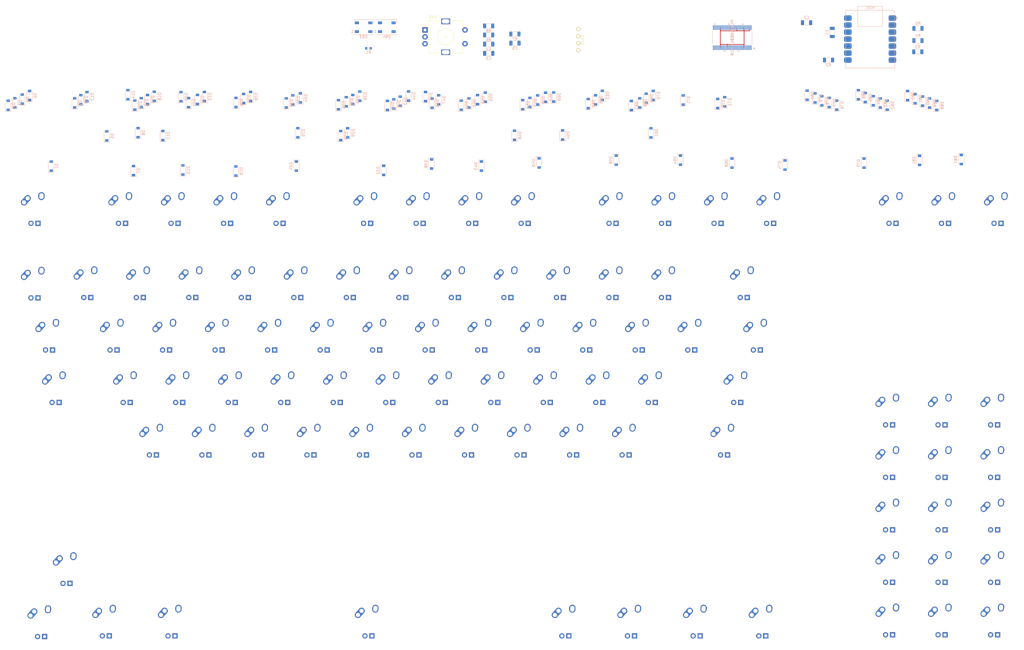
<source format=kicad_pcb>
(kicad_pcb (version 20171130) (host pcbnew "(5.1.10)-1")
  (layers (0 F.Cu signal) (31 B.Cu signal) (34 B.Paste user) (35 F.Paste user) (36 B.SilkS user) (37 F.SilkS user) (38 B.Mask user) (39 F.Mask user) (44 Edge.Cuts user))
  (net 0 "")
  (net 1 COL0)
  (net 2 "Net-(ALPS1-Pad2)")
  (net 3 "Net-(ALPS2-Pad2)")
  (net 4 "Net-(ALPS3-Pad2)")
  (net 5 "Net-(ALPS4-Pad2)")
  (net 6 "Net-(ALPS5-Pad2)")
  (net 7 "Net-(ALPS6-Pad2)")
  (net 8 COL1)
  (net 9 "Net-(ALPS7-Pad2)")
  (net 10 "Net-(ALPS8-Pad2)")
  (net 11 "Net-(ALPS9-Pad2)")
  (net 12 "Net-(ALPS10-Pad2)")
  (net 13 "Net-(ALPS11-Pad2)")
  (net 14 "Net-(ALPS12-Pad2)")
  (net 15 COL2)
  (net 16 "Net-(ALPS13-Pad2)")
  (net 17 "Net-(ALPS14-Pad2)")
  (net 18 "Net-(ALPS15-Pad2)")
  (net 19 "Net-(ALPS16-Pad2)")
  (net 20 "Net-(ALPS17-Pad2)")
  (net 21 "Net-(ALPS18-Pad2)")
  (net 22 COL3)
  (net 23 "Net-(ALPS19-Pad2)")
  (net 24 "Net-(ALPS20-Pad2)")
  (net 25 "Net-(ALPS21-Pad2)")
  (net 26 "Net-(ALPS22-Pad2)")
  (net 27 "Net-(ALPS23-Pad2)")
  (net 28 COL4)
  (net 29 "Net-(ALPS24-Pad2)")
  (net 30 "Net-(ALPS25-Pad2)")
  (net 31 "Net-(ALPS26-Pad2)")
  (net 32 "Net-(ALPS27-Pad2)")
  (net 33 "Net-(ALPS28-Pad2)")
  (net 34 COL5)
  (net 35 "Net-(ALPS29-Pad2)")
  (net 36 "Net-(ALPS30-Pad2)")
  (net 37 "Net-(ALPS31-Pad2)")
  (net 38 "Net-(ALPS32-Pad2)")
  (net 39 "Net-(ALPS33-Pad2)")
  (net 40 "Net-(ALPS34-Pad2)")
  (net 41 COL6)
  (net 42 "Net-(ALPS35-Pad2)")
  (net 43 "Net-(ALPS36-Pad2)")
  (net 44 "Net-(ALPS37-Pad2)")
  (net 45 "Net-(ALPS38-Pad2)")
  (net 46 "Net-(ALPS39-Pad2)")
  (net 47 COL7)
  (net 48 "Net-(ALPS40-Pad2)")
  (net 49 "Net-(ALPS41-Pad2)")
  (net 50 "Net-(ALPS42-Pad2)")
  (net 51 "Net-(ALPS43-Pad2)")
  (net 52 "Net-(ALPS44-Pad2)")
  (net 53 COL8)
  (net 54 "Net-(ALPS45-Pad2)")
  (net 55 "Net-(ALPS46-Pad2)")
  (net 56 "Net-(ALPS47-Pad2)")
  (net 57 "Net-(ALPS48-Pad2)")
  (net 58 "Net-(ALPS49-Pad2)")
  (net 59 "Net-(ALPS50-Pad2)")
  (net 60 COL9)
  (net 61 "Net-(ALPS51-Pad2)")
  (net 62 "Net-(ALPS52-Pad2)")
  (net 63 "Net-(ALPS53-Pad2)")
  (net 64 "Net-(ALPS54-Pad2)")
  (net 65 "Net-(ALPS55-Pad2)")
  (net 66 COL10)
  (net 67 "Net-(ALPS56-Pad2)")
  (net 68 "Net-(ALPS57-Pad2)")
  (net 69 "Net-(ALPS58-Pad2)")
  (net 70 "Net-(ALPS59-Pad2)")
  (net 71 "Net-(ALPS60-Pad2)")
  (net 72 COL11)
  (net 73 "Net-(ALPS61-Pad2)")
  (net 74 "Net-(ALPS62-Pad2)")
  (net 75 "Net-(ALPS63-Pad2)")
  (net 76 "Net-(ALPS64-Pad2)")
  (net 77 "Net-(ALPS65-Pad2)")
  (net 78 COL12)
  (net 79 "Net-(ALPS66-Pad2)")
  (net 80 "Net-(ALPS67-Pad2)")
  (net 81 "Net-(ALPS68-Pad2)")
  (net 82 "Net-(ALPS69-Pad2)")
  (net 83 "Net-(ALPS70-Pad2)")
  (net 84 "Net-(ALPS71-Pad2)")
  (net 85 COL13)
  (net 86 "Net-(ALPS72-Pad2)")
  (net 87 "Net-(ALPS73-Pad2)")
  (net 88 "Net-(ALPS74-Pad2)")
  (net 89 COL14)
  (net 90 "Net-(ALPS75-Pad2)")
  (net 91 "Net-(ALPS76-Pad2)")
  (net 92 "Net-(ALPS77-Pad2)")
  (net 93 "Net-(ALPS78-Pad2)")
  (net 94 "Net-(ALPS79-Pad2)")
  (net 95 "Net-(ALPS80-Pad2)")
  (net 96 COL15)
  (net 97 "Net-(ALPS81-Pad2)")
  (net 98 "Net-(ALPS82-Pad2)")
  (net 99 "Net-(ALPS83-Pad2)")
  (net 100 "Net-(ALPS84-Pad2)")
  (net 101 "Net-(ALPS85-Pad2)")
  (net 102 "Net-(ALPS86-Pad2)")
  (net 103 COL16)
  (net 104 "Net-(ALPS87-Pad2)")
  (net 105 "Net-(ALPS88-Pad2)")
  (net 106 "Net-(ALPS89-Pad2)")
  (net 107 "Net-(ALPS90-Pad2)")
  (net 108 "Net-(ALPS91-Pad2)")
  (net 109 "Net-(ALPS92-Pad2)")
  (net 110 ROW0)
  (net 111 ROW1)
  (net 112 ROW2)
  (net 113 ROW3)
  (net 114 ROW5)
  (net 115 ROW4)
  (net 116 +5V)
  (net 117 "Net-(D93-Pad2)")
  (net 118 "Net-(D93-Pad4)")
  (net 119 "Net-(D94-Pad2)")
  (net 120 "Net-(R1-Pad1)")
  (net 121 GND)
  (net 122 VCC)
  (net 123 +3V3)
  (net 124 VIN)
  (net 125 D10)
  (net 126 D9)
  (net 127 D8)
  (net 128 SCL2)
  (net 129 D0)
  (net 130 D1)
  (net 131 D2)
  (net 132 D3)
  (net 133 SDA)
  (net 134 SCL)
  (net 135 SDA2)
  (net 136 RESET)
  (net 137 INTERRUPT)
  (net 138 "Net-(IC1-Pad54)")
  (net 139 "Net-(IC1-Pad53)")
  (net 140 "Net-(IC1-Pad52)")
  (net 141 "Net-(IC1-Pad50)")
  (net 142 "Net-(IC1-Pad49)")
  (net 143 "Net-(IC1-Pad48)")
  (net 144 "Net-(IC1-Pad47)")
  (net 145 "Net-(IC1-Pad45)")
  (net 146 "Net-(IC1-Pad44)")
  (net 147 "Net-(IC1-Pad43)")
  (net 148 "Net-(IC1-Pad42)")
  (net 149 "Net-(IC1-Pad41)")
  (net 150 "Net-(IC1-Pad40)")
  (net 151 "Net-(IC1-Pad38)")
  (net 152 "Net-(IC1-Pad37)")
  (net 153 "Net-(IC1-Pad36)")
  (net 154 "Net-(IC1-Pad35)")
  (net 155 B)
  (net 156 R2)
  (net 157 R1)
  (module MX_Alps_Hybrid:MX-1U (layer F.Cu) (at 31.75 0)
    (fp_text reference ALPS7)
    (fp_text value ALPS-NoLED)
    (pad "" np_thru_hole circle (at 5.08 0 48.0996) (size 1.75 1.75) (drill 1.75) (layers *.Cu *.Mask))
    (pad "" np_thru_hole circle (at -5.08 0 48.0996) (size 1.75 1.75) (drill 1.75) (layers *.Cu *.Mask))
    (pad 4 thru_hole rect (at 1.27 5.08) (size 1.905 1.905) (drill 1.04) (layers *.Cu B.Mask))
    (pad 3 thru_hole circle (at -1.27 5.08) (size 1.905 1.905) (drill 1.04) (layers *.Cu B.Mask))
    (pad 1 thru_hole circle (at -2.5 -4) (size 2.25 2.25) (drill 1.47) (layers *.Cu B.Mask) (net 8 COL1))
    (pad "" np_thru_hole circle (at 0 0) (size 3.9878 3.9878) (drill 3.9878) (layers *.Cu *.Mask))
    (pad 1 thru_hole oval (at -3.81 -2.54 48.0996) (size 4.211556 2.25) (drill 1.47 (offset 0.980778 0)) (layers *.Cu B.Mask) (net 8 COL1))
    (pad 2 thru_hole circle (at 2.54 -5.08) (size 2.25 2.25) (drill 1.47) (layers *.Cu B.Mask) (net 9 "Net-(ALPS7-Pad2)"))
    (pad 2 thru_hole oval (at 2.5 -4.5 86.0548) (size 2.831378 2.25) (drill 1.47 (offset 0.290689 0)) (layers *.Cu B.Mask) (net 9 "Net-(ALPS7-Pad2)"))
  )
  (module Rotary_Encoder:RotaryEncoder_Alps_EC11E-Switch_Vertical_H20mm (layer F.Cu) (at 141.66568 -65.13)
    (fp_text reference SW1 (at 2.8 -4.7) (layer F.SilkS))
    (fp_text value Rotary_Encoder_Switch)
    (pad A thru_hole rect (at 0 0) (size 2 2) (drill 1) (layers *.Cu *.Mask) (net 156 R2))
    (pad C thru_hole circle (at 0 2.5) (size 2 2) (drill 1) (layers *.Cu *.Mask) (net 121 GND))
    (pad B thru_hole circle (at 0 5) (size 2 2) (drill 1) (layers *.Cu *.Mask) (net 157 R1))
    (pad MP thru_hole rect (at 7.5 -3.1) (size 3.2 2) (drill oval 2.8 1.5) (layers *.Cu *.Mask))
    (pad MP thru_hole rect (at 7.5 8.1) (size 3.2 2) (drill oval 2.8 1.5) (layers *.Cu *.Mask))
    (pad S2 thru_hole circle (at 14.5 0) (size 2 2) (drill 1) (layers *.Cu *.Mask) (net 121 GND))
    (pad S1 thru_hole circle (at 14.5 5) (size 2 2) (drill 1) (layers *.Cu *.Mask) (net 155 B))
  )
  (module Resistor_SMD:R_1206_3216Metric (layer B.Cu) (at 164.74472 -66.59184)
    (fp_text reference R8 (at 0 1.82) (layer B.SilkS) (effects (justify mirror)))
    (fp_text value 10k)
    (pad 2 smd roundrect (at 1.4625 0) (size 1.125 1.75) (layers B.Cu B.Paste B.Mask) (roundrect_rratio 0.222222) (net 157 R1))
    (pad 1 smd roundrect (at -1.4625 0) (size 1.125 1.75) (layers B.Cu B.Paste B.Mask) (roundrect_rratio 0.222222) (net 122 VCC))
  )
  (module Resistor_SMD:R_1206_3216Metric (layer B.Cu) (at 174.2606 -63.65008)
    (fp_text reference R7 (at 0 1.82) (layer B.SilkS) (effects (justify mirror)))
    (fp_text value 10k)
    (pad 2 smd roundrect (at 1.4625 0) (size 1.125 1.75) (layers B.Cu B.Paste B.Mask) (roundrect_rratio 0.222222) (net 156 R2))
    (pad 1 smd roundrect (at -1.4625 0) (size 1.125 1.75) (layers B.Cu B.Paste B.Mask) (roundrect_rratio 0.222222) (net 122 VCC))
  )
  (module Resistor_SMD:R_1206_3216Metric (layer B.Cu) (at 164.74472 -63.30184)
    (fp_text reference R6 (at 0 1.82) (layer B.SilkS) (effects (justify mirror)))
    (fp_text value 10k)
    (pad 2 smd roundrect (at 1.4625 0) (size 1.125 1.75) (layers B.Cu B.Paste B.Mask) (roundrect_rratio 0.222222) (net 155 B))
    (pad 1 smd roundrect (at -1.4625 0) (size 1.125 1.75) (layers B.Cu B.Paste B.Mask) (roundrect_rratio 0.222222) (net 122 VCC))
  )
  (module Capacitor_SMD:C_1206_3216Metric (layer B.Cu) (at 174.2806 -60.33008)
    (fp_text reference C5 (at 0 1.85) (layer B.SilkS) (effects (justify mirror)))
    (fp_text value 0.1uF)
    (pad 2 smd roundrect (at 1.475 0) (size 1.15 1.8) (layers B.Cu B.Paste B.Mask) (roundrect_rratio 0.217391) (net 121 GND))
    (pad 1 smd roundrect (at -1.475 0) (size 1.15 1.8) (layers B.Cu B.Paste B.Mask) (roundrect_rratio 0.217391) (net 157 R1))
  )
  (module Capacitor_SMD:C_1206_3216Metric (layer B.Cu) (at 164.76472 -59.98184)
    (fp_text reference C4 (at 0 1.85) (layer B.SilkS) (effects (justify mirror)))
    (fp_text value 0.1uF)
    (pad 2 smd roundrect (at 1.475 0) (size 1.15 1.8) (layers B.Cu B.Paste B.Mask) (roundrect_rratio 0.217391) (net 121 GND))
    (pad 1 smd roundrect (at -1.475 0) (size 1.15 1.8) (layers B.Cu B.Paste B.Mask) (roundrect_rratio 0.217391) (net 156 R2))
  )
  (module Capacitor_SMD:C_1206_3216Metric (layer B.Cu) (at 164.76472 -56.63184)
    (fp_text reference C3 (at 0 1.85) (layer B.SilkS) (effects (justify mirror)))
    (fp_text value 0.1uF)
    (pad 2 smd roundrect (at 1.475 0) (size 1.15 1.8) (layers B.Cu B.Paste B.Mask) (roundrect_rratio 0.217391) (net 121 GND))
    (pad 1 smd roundrect (at -1.475 0) (size 1.15 1.8) (layers B.Cu B.Paste B.Mask) (roundrect_rratio 0.217391) (net 155 B))
  )
  (module footprints:PCA9505DGG (layer B.Cu) (at 253.09576 -62.3316 90)
    (fp_text reference IC1 (at 0 0 270) (layer B.SilkS) (effects (justify mirror)))
    (fp_text value PCA9505DGG,118 (at 0 0 270) (layer B.SilkS) (effects (justify mirror)))
    (fp_text user * (at -3.9116 8.2804 270) (layer B.SilkS) (effects (justify mirror)))
    (fp_text user * (at -3.9116 8.2804 270) (layer B.SilkS) (effects (justify mirror)))
    (pad 56 smd rect (at 3.6576 6.858 90) (size 1.7018 0.2794) (layers B.Cu B.Paste B.Mask) (net 136 RESET))
    (pad 55 smd rect (at 3.6576 6.35 90) (size 1.7018 0.2794) (layers B.Cu B.Paste B.Mask) (net 137 INTERRUPT))
    (pad 54 smd rect (at 3.6576 5.842 90) (size 1.7018 0.2794) (layers B.Cu B.Paste B.Mask) (net 138 "Net-(IC1-Pad54)"))
    (pad 53 smd rect (at 3.6576 5.334 90) (size 1.7018 0.2794) (layers B.Cu B.Paste B.Mask) (net 139 "Net-(IC1-Pad53)"))
    (pad 52 smd rect (at 3.6576 4.826 90) (size 1.7018 0.2794) (layers B.Cu B.Paste B.Mask) (net 140 "Net-(IC1-Pad52)"))
    (pad 51 smd rect (at 3.6576 4.318 90) (size 1.7018 0.2794) (layers B.Cu B.Paste B.Mask) (net 121 GND))
    (pad 50 smd rect (at 3.6576 3.81 90) (size 1.7018 0.2794) (layers B.Cu B.Paste B.Mask) (net 141 "Net-(IC1-Pad50)"))
    (pad 49 smd rect (at 3.6576 3.302 90) (size 1.7018 0.2794) (layers B.Cu B.Paste B.Mask) (net 142 "Net-(IC1-Pad49)"))
    (pad 48 smd rect (at 3.6576 2.794 90) (size 1.7018 0.2794) (layers B.Cu B.Paste B.Mask) (net 143 "Net-(IC1-Pad48)"))
    (pad 47 smd rect (at 3.6576 2.286 90) (size 1.7018 0.2794) (layers B.Cu B.Paste B.Mask) (net 144 "Net-(IC1-Pad47)"))
    (pad 46 smd rect (at 3.6576 1.778 90) (size 1.7018 0.2794) (layers B.Cu B.Paste B.Mask) (net 123 +3V3))
    (pad 45 smd rect (at 3.6576 1.27 90) (size 1.7018 0.2794) (layers B.Cu B.Paste B.Mask) (net 145 "Net-(IC1-Pad45)"))
    (pad 44 smd rect (at 3.6576 0.762 90) (size 1.7018 0.2794) (layers B.Cu B.Paste B.Mask) (net 146 "Net-(IC1-Pad44)"))
    (pad 43 smd rect (at 3.6576 0.254 90) (size 1.7018 0.2794) (layers B.Cu B.Paste B.Mask) (net 147 "Net-(IC1-Pad43)"))
    (pad 42 smd rect (at 3.6576 -0.254 90) (size 1.7018 0.2794) (layers B.Cu B.Paste B.Mask) (net 148 "Net-(IC1-Pad42)"))
    (pad 41 smd rect (at 3.6576 -0.762 90) (size 1.7018 0.2794) (layers B.Cu B.Paste B.Mask) (net 149 "Net-(IC1-Pad41)"))
    (pad 40 smd rect (at 3.6576 -1.27 90) (size 1.7018 0.2794) (layers B.Cu B.Paste B.Mask) (net 150 "Net-(IC1-Pad40)"))
    (pad 39 smd rect (at 3.6576 -1.778 90) (size 1.7018 0.2794) (layers B.Cu B.Paste B.Mask) (net 121 GND))
    (pad 38 smd rect (at 3.6576 -2.286 90) (size 1.7018 0.2794) (layers B.Cu B.Paste B.Mask) (net 151 "Net-(IC1-Pad38)"))
    (pad 37 smd rect (at 3.6576 -2.794 90) (size 1.7018 0.2794) (layers B.Cu B.Paste B.Mask) (net 152 "Net-(IC1-Pad37)"))
    (pad 36 smd rect (at 3.6576 -3.302 90) (size 1.7018 0.2794) (layers B.Cu B.Paste B.Mask) (net 153 "Net-(IC1-Pad36)"))
    (pad 35 smd rect (at 3.6576 -3.81 90) (size 1.7018 0.2794) (layers B.Cu B.Paste B.Mask) (net 154 "Net-(IC1-Pad35)"))
    (pad 34 smd rect (at 3.6576 -4.318 90) (size 1.7018 0.2794) (layers B.Cu B.Paste B.Mask) (net 121 GND))
    (pad 33 smd rect (at 3.6576 -4.826 90) (size 1.7018 0.2794) (layers B.Cu B.Paste B.Mask) (net 110 ROW0))
    (pad 32 smd rect (at 3.6576 -5.334 90) (size 1.7018 0.2794) (layers B.Cu B.Paste B.Mask) (net 111 ROW1))
    (pad 31 smd rect (at 3.6576 -5.842 90) (size 1.7018 0.2794) (layers B.Cu B.Paste B.Mask) (net 112 ROW2))
    (pad 30 smd rect (at 3.6576 -6.35 90) (size 1.7018 0.2794) (layers B.Cu B.Paste B.Mask) (net 121 GND))
    (pad 29 smd rect (at 3.6576 -6.858 90) (size 1.7018 0.2794) (layers B.Cu B.Paste B.Mask) (net 123 +3V3))
    (pad 28 smd rect (at -3.6576 -6.858 90) (size 1.7018 0.2794) (layers B.Cu B.Paste B.Mask) (net 123 +3V3))
    (pad 27 smd rect (at -3.6576 -6.35 90) (size 1.7018 0.2794) (layers B.Cu B.Paste B.Mask) (net 123 +3V3))
    (pad 26 smd rect (at -3.6576 -5.842 90) (size 1.7018 0.2794) (layers B.Cu B.Paste B.Mask) (net 113 ROW3))
    (pad 25 smd rect (at -3.6576 -5.334 90) (size 1.7018 0.2794) (layers B.Cu B.Paste B.Mask) (net 115 ROW4))
    (pad 24 smd rect (at -3.6576 -4.826 90) (size 1.7018 0.2794) (layers B.Cu B.Paste B.Mask) (net 114 ROW5))
    (pad 23 smd rect (at -3.6576 -4.318 90) (size 1.7018 0.2794) (layers B.Cu B.Paste B.Mask) (net 121 GND))
    (pad 22 smd rect (at -3.6576 -3.81 90) (size 1.7018 0.2794) (layers B.Cu B.Paste B.Mask) (net 103 COL16))
    (pad 21 smd rect (at -3.6576 -3.302 90) (size 1.7018 0.2794) (layers B.Cu B.Paste B.Mask) (net 96 COL15))
    (pad 20 smd rect (at -3.6576 -2.794 90) (size 1.7018 0.2794) (layers B.Cu B.Paste B.Mask) (net 89 COL14))
    (pad 19 smd rect (at -3.6576 -2.286 90) (size 1.7018 0.2794) (layers B.Cu B.Paste B.Mask) (net 85 COL13))
    (pad 18 smd rect (at -3.6576 -1.778 90) (size 1.7018 0.2794) (layers B.Cu B.Paste B.Mask) (net 123 +3V3))
    (pad 17 smd rect (at -3.6576 -1.27 90) (size 1.7018 0.2794) (layers B.Cu B.Paste B.Mask) (net 78 COL12))
    (pad 16 smd rect (at -3.6576 -0.762 90) (size 1.7018 0.2794) (layers B.Cu B.Paste B.Mask) (net 72 COL11))
    (pad 15 smd rect (at -3.6576 -0.254 90) (size 1.7018 0.2794) (layers B.Cu B.Paste B.Mask) (net 66 COL10))
    (pad 14 smd rect (at -3.6576 0.254 90) (size 1.7018 0.2794) (layers B.Cu B.Paste B.Mask) (net 60 COL9))
    (pad 13 smd rect (at -3.6576 0.762 90) (size 1.7018 0.2794) (layers B.Cu B.Paste B.Mask) (net 53 COL8))
    (pad 12 smd rect (at -3.6576 1.27 90) (size 1.7018 0.2794) (layers B.Cu B.Paste B.Mask) (net 47 COL7))
    (pad 11 smd rect (at -3.6576 1.778 90) (size 1.7018 0.2794) (layers B.Cu B.Paste B.Mask) (net 121 GND))
    (pad 10 smd rect (at -3.6576 2.286 90) (size 1.7018 0.2794) (layers B.Cu B.Paste B.Mask) (net 41 COL6))
    (pad 9 smd rect (at -3.6576 2.794 90) (size 1.7018 0.2794) (layers B.Cu B.Paste B.Mask) (net 34 COL5))
    (pad 8 smd rect (at -3.6576 3.302 90) (size 1.7018 0.2794) (layers B.Cu B.Paste B.Mask) (net 28 COL4))
    (pad 7 smd rect (at -3.6576 3.81 90) (size 1.7018 0.2794) (layers B.Cu B.Paste B.Mask) (net 22 COL3))
    (pad 6 smd rect (at -3.6576 4.318 90) (size 1.7018 0.2794) (layers B.Cu B.Paste B.Mask) (net 121 GND))
    (pad 5 smd rect (at -3.6576 4.826 90) (size 1.7018 0.2794) (layers B.Cu B.Paste B.Mask) (net 15 COL2))
    (pad 4 smd rect (at -3.6576 5.334 90) (size 1.7018 0.2794) (layers B.Cu B.Paste B.Mask) (net 8 COL1))
    (pad 3 smd rect (at -3.6576 5.842 90) (size 1.7018 0.2794) (layers B.Cu B.Paste B.Mask) (net 1 COL0))
    (pad 2 smd rect (at -3.6576 6.35 90) (size 1.7018 0.2794) (layers B.Cu B.Paste B.Mask) (net 134 SCL))
    (pad 1 smd rect (at -3.6576 6.858 90) (size 1.7018 0.2794) (layers B.Cu B.Paste B.Mask) (net 133 SDA))
  )
  (module Resistor_SMD:R_1206_3216Metric (layer B.Cu) (at 320.4718 -65.67424 180)
    (fp_text reference R5 (at 0 1.82) (layer B.SilkS) (effects (justify mirror)))
    (fp_text value 4.7k)
    (pad 2 smd roundrect (at 1.4625 0 180) (size 1.125 1.75) (layers B.Cu B.Paste B.Mask) (roundrect_rratio 0.222222) (net 133 SDA))
    (pad 1 smd roundrect (at -1.4625 0 180) (size 1.125 1.75) (layers B.Cu B.Paste B.Mask) (roundrect_rratio 0.222222) (net 123 +3V3))
  )
  (module Resistor_SMD:R_1206_3216Metric (layer B.Cu) (at 320.4718 -61.2648 180)
    (fp_text reference R4 (at 0 1.82) (layer B.SilkS) (effects (justify mirror)))
    (fp_text value 4.7k)
    (pad 2 smd roundrect (at 1.4625 0 180) (size 1.125 1.75) (layers B.Cu B.Paste B.Mask) (roundrect_rratio 0.222222) (net 134 SCL))
    (pad 1 smd roundrect (at -1.4625 0 180) (size 1.125 1.75) (layers B.Cu B.Paste B.Mask) (roundrect_rratio 0.222222) (net 123 +3V3))
  )
  (module Resistor_SMD:R_1206_3216Metric (layer B.Cu) (at 320.40576 -57.19572 180)
    (fp_text reference R3 (at 0 1.82) (layer B.SilkS) (effects (justify mirror)))
    (fp_text value 4.7k)
    (pad 2 smd roundrect (at 1.4625 0 180) (size 1.125 1.75) (layers B.Cu B.Paste B.Mask) (roundrect_rratio 0.222222) (net 135 SDA2))
    (pad 1 smd roundrect (at -1.4625 0 180) (size 1.125 1.75) (layers B.Cu B.Paste B.Mask) (roundrect_rratio 0.222222) (net 123 +3V3))
  )
  (module Resistor_SMD:R_1206_3216Metric (layer B.Cu) (at 288.04108 -54.19344)
    (fp_text reference R2 (at 0 1.82) (layer B.SilkS) (effects (justify mirror)))
    (fp_text value 4.7k)
    (pad 2 smd roundrect (at 1.4625 0) (size 1.125 1.75) (layers B.Cu B.Paste B.Mask) (roundrect_rratio 0.222222) (net 128 SCL2))
    (pad 1 smd roundrect (at -1.4625 0) (size 1.125 1.75) (layers B.Cu B.Paste B.Mask) (roundrect_rratio 0.222222) (net 123 +3V3))
  )
  (module "Seeeduino XIAO:MOUDLE14P-2.54-21X17.8MM" (layer B.Cu) (at 312.039 -51.31308 180)
    (fp_text reference MOD1 (at 7.112 21.336) (layer B.SilkS) (effects (font (size 0.84455 0.84455) (thickness 0.10668)) (justify left bottom mirror)))
    (fp_text value SEEEDUINO-XIAO)
    (pad 14 smd roundrect (at 17 18.12 180) (size 2.75 2) (layers B.Cu B.Paste B.Mask) (net 124 VIN))
    (pad 13 smd roundrect (at 17 15.58 180) (size 2.75 2) (layers B.Cu B.Paste B.Mask) (net 121 GND))
    (pad 12 smd roundrect (at 17 13.04 180) (size 2.75 2) (layers B.Cu B.Paste B.Mask) (net 123 +3V3))
    (pad 11 smd roundrect (at 17 10.5 180) (size 2.75 2) (layers B.Cu B.Paste B.Mask) (net 125 D10))
    (pad 10 smd roundrect (at 17 7.96 180) (size 2.75 2) (layers B.Cu B.Paste B.Mask) (net 126 D9))
    (pad 9 smd roundrect (at 17 5.42 180) (size 2.75 2) (layers B.Cu B.Paste B.Mask) (net 127 D8))
    (pad 8 smd roundrect (at 17 2.88 180) (size 2.75 2) (layers B.Cu B.Paste B.Mask) (net 128 SCL2))
    (pad 1 smd roundrect (at 0.835 18.12 180) (size 2.75 2) (layers B.Cu B.Paste B.Mask) (net 129 D0))
    (pad 2 smd roundrect (at 0.835 15.58 180) (size 2.75 2) (layers B.Cu B.Paste B.Mask) (net 130 D1))
    (pad 3 smd roundrect (at 0.835 13.04 180) (size 2.75 2) (layers B.Cu B.Paste B.Mask) (net 131 D2))
    (pad 4 smd roundrect (at 0.835 10.5 180) (size 2.75 2) (layers B.Cu B.Paste B.Mask) (net 132 D3))
    (pad 5 smd roundrect (at 0.835 7.96 180) (size 2.75 2) (layers B.Cu B.Paste B.Mask) (net 133 SDA))
    (pad 6 smd roundrect (at 0.835 5.42 180) (size 2.75 2) (layers B.Cu B.Paste B.Mask) (net 134 SCL))
    (pad 7 smd roundrect (at 0.835 2.88 180) (size 2.75 2) (layers B.Cu B.Paste B.Mask) (net 135 SDA2))
  )
  (module Capacitor_SMD:C_1206_3216Metric (layer B.Cu) (at 280.06548 -67.75196 180)
    (fp_text reference C2 (at 0 1.85) (layer B.SilkS) (effects (justify mirror)))
    (fp_text value 0.1uF)
    (pad 2 smd roundrect (at 1.475 0 180) (size 1.15 1.8) (layers B.Cu B.Paste B.Mask) (roundrect_rratio 0.217391) (net 123 +3V3))
    (pad 1 smd roundrect (at -1.475 0 180) (size 1.15 1.8) (layers B.Cu B.Paste B.Mask) (roundrect_rratio 0.217391) (net 121 GND))
  )
  (module Capacitor_SMD:C_1206_3216Metric (layer B.Cu) (at 289.37204 -64.22644 270)
    (fp_text reference C1 (at 0 1.85 270) (layer B.SilkS) (effects (justify mirror)))
    (fp_text value 0.1uF)
    (pad 2 smd roundrect (at 1.475 0 270) (size 1.15 1.8) (layers B.Cu B.Paste B.Mask) (roundrect_rratio 0.217391) (net 123 +3V3))
    (pad 1 smd roundrect (at -1.475 0 270) (size 1.15 1.8) (layers B.Cu B.Paste B.Mask) (roundrect_rratio 0.217391) (net 121 GND))
  )
  (module kbd:OLED_v2 (layer F.Cu) (at 197.25132 -61.58484 270)
    (fp_text reference OL1)
    (fp_text value OLED hide)
    (fp_text user OLED (at 0 -1.55 90) (layer F.SilkS))
    (pad 4 thru_hole circle (at 3.81 0 270) (size 1.397 1.397) (drill 0.8128) (layers *.Cu F.SilkS B.Mask) (net 121 GND))
    (pad 3 thru_hole circle (at 1.27 0 270) (size 1.397 1.397) (drill 0.8128) (layers *.Cu F.SilkS B.Mask) (net 122 VCC))
    (pad 2 thru_hole circle (at -1.27 0 270) (size 1.397 1.397) (drill 0.8128) (layers *.Cu F.SilkS B.Mask) (net 128 SCL2))
    (pad 1 thru_hole circle (at -3.81 0 270) (size 1.397 1.397) (drill 0.8128) (layers *.Cu F.SilkS B.Mask) (net 135 SDA2))
  )
  (module MX_Alps_Hybrid:MX-2.25U (layer F.Cu) (at 254.89662 65.02908)
    (fp_text reference ALPS71)
    (fp_text value ALPS-NoLED)
    (pad "" np_thru_hole circle (at 11.938 8.255) (size 3.9878 3.9878) (drill 3.9878) (layers *.Cu *.Mask))
    (pad "" np_thru_hole circle (at -11.938 8.255) (size 3.9878 3.9878) (drill 3.9878) (layers *.Cu *.Mask))
    (pad "" np_thru_hole circle (at 11.938 -6.985) (size 3.048 3.048) (drill 3.048) (layers *.Cu *.Mask))
    (pad "" np_thru_hole circle (at -11.938 -6.985) (size 3.048 3.048) (drill 3.048) (layers *.Cu *.Mask))
    (pad "" np_thru_hole circle (at 5.08 0 48.0996) (size 1.75 1.75) (drill 1.75) (layers *.Cu *.Mask))
    (pad "" np_thru_hole circle (at -5.08 0 48.0996) (size 1.75 1.75) (drill 1.75) (layers *.Cu *.Mask))
    (pad 4 thru_hole rect (at 1.27 5.08) (size 1.905 1.905) (drill 1.04) (layers *.Cu B.Mask))
    (pad 3 thru_hole circle (at -1.27 5.08) (size 1.905 1.905) (drill 1.04) (layers *.Cu B.Mask))
    (pad 1 thru_hole circle (at -2.5 -4) (size 2.25 2.25) (drill 1.47) (layers *.Cu B.Mask) (net 78 COL12))
    (pad "" np_thru_hole circle (at 0 0) (size 3.9878 3.9878) (drill 3.9878) (layers *.Cu *.Mask))
    (pad 1 thru_hole oval (at -3.81 -2.54 48.0996) (size 4.211556 2.25) (drill 1.47 (offset 0.980778 0)) (layers *.Cu B.Mask) (net 78 COL12))
    (pad 2 thru_hole circle (at 2.54 -5.08) (size 2.25 2.25) (drill 1.47) (layers *.Cu B.Mask) (net 84 "Net-(ALPS71-Pad2)"))
    (pad 2 thru_hole oval (at 2.5 -4.5 86.0548) (size 2.831378 2.25) (drill 1.47 (offset 0.290689 0)) (layers *.Cu B.Mask) (net 84 "Net-(ALPS71-Pad2)"))
  )
  (module Resistor_SMD:R_0603_1608Metric (layer B.Cu) (at 121.14276 -58.44032)
    (fp_text reference R1 (at 0 1.43) (layer B.SilkS) (effects (justify mirror)))
    (fp_text value 330)
    (pad 2 smd roundrect (at 0.825 0) (size 0.8 0.95) (layers B.Cu B.Paste B.Mask) (net 118 "Net-(D93-Pad4)"))
    (pad 1 smd roundrect (at -0.825 0) (size 0.8 0.95) (layers B.Cu B.Paste B.Mask) (net 120 "Net-(R1-Pad1)"))
  )
  (module LED_SMD:LED_WS2812B_PLCC4_5.0x5.0mm_P3.2mm (layer B.Cu) (at 127.80564 -66.11264)
    (fp_text reference D94 (at 0 3.5) (layer B.SilkS) (effects (justify mirror)))
    (fp_text value WS2812B)
    (fp_text user 1 (at -4.15 1.6) (layer B.SilkS) (effects (justify mirror)))
    (pad 1 smd rect (at -2.45 1.6) (size 1.5 1) (layers B.Cu B.Paste B.Mask) (net 116 +5V))
    (pad 2 smd rect (at -2.45 -1.6) (size 1.5 1) (layers B.Cu B.Paste B.Mask) (net 119 "Net-(D94-Pad2)"))
    (pad 4 smd rect (at 2.45 1.6) (size 1.5 1) (layers B.Cu B.Paste B.Mask) (net 117 "Net-(D93-Pad2)"))
    (pad 3 smd rect (at 2.45 -1.6) (size 1.5 1) (layers B.Cu B.Paste B.Mask) (net 116 +5V))
  )
  (module LED_SMD:LED_WS2812B_PLCC4_5.0x5.0mm_P3.2mm (layer B.Cu) (at 119.38564 -66.11264)
    (fp_text reference D93 (at 0 3.5) (layer B.SilkS) (effects (justify mirror)))
    (fp_text value WS2812B)
    (fp_text user 1 (at -4.15 1.6) (layer B.SilkS) (effects (justify mirror)))
    (pad 1 smd rect (at -2.45 1.6) (size 1.5 1) (layers B.Cu B.Paste B.Mask) (net 116 +5V))
    (pad 2 smd rect (at -2.45 -1.6) (size 1.5 1) (layers B.Cu B.Paste B.Mask) (net 117 "Net-(D93-Pad2)"))
    (pad 4 smd rect (at 2.45 1.6) (size 1.5 1) (layers B.Cu B.Paste B.Mask) (net 118 "Net-(D93-Pad4)"))
    (pad 3 smd rect (at 2.45 -1.6) (size 1.5 1) (layers B.Cu B.Paste B.Mask) (net 116 +5V))
  )
  (module Diode_SMD:D_SOD-123 (layer B.Cu) (at 316.7126 -41.3004 90)
    (fp_text reference D92 (at 0 2 270) (layer B.SilkS) (effects (justify mirror)))
    (fp_text value D_Small)
    (pad 2 smd rect (at 1.65 0 90) (size 0.9 1.2) (layers B.Cu B.Paste B.Mask) (net 109 "Net-(ALPS92-Pad2)"))
    (pad 1 smd rect (at -1.65 0 90) (size 0.9 1.2) (layers B.Cu B.Paste B.Mask) (net 114 ROW5))
  )
  (module Diode_SMD:D_SOD-123 (layer B.Cu) (at 319.42532 -40.17772 90)
    (fp_text reference D91 (at 0 2 270) (layer B.SilkS) (effects (justify mirror)))
    (fp_text value D_Small)
    (pad 2 smd rect (at 1.65 0 90) (size 0.9 1.2) (layers B.Cu B.Paste B.Mask) (net 108 "Net-(ALPS91-Pad2)"))
    (pad 1 smd rect (at -1.65 0 90) (size 0.9 1.2) (layers B.Cu B.Paste B.Mask) (net 115 ROW4))
  )
  (module Diode_SMD:D_SOD-123 (layer B.Cu) (at 322.13804 -39.29888 90)
    (fp_text reference D90 (at 0 2 270) (layer B.SilkS) (effects (justify mirror)))
    (fp_text value D_Small)
    (pad 2 smd rect (at 1.65 0 90) (size 0.9 1.2) (layers B.Cu B.Paste B.Mask) (net 107 "Net-(ALPS90-Pad2)"))
    (pad 1 smd rect (at -1.65 0 90) (size 0.9 1.2) (layers B.Cu B.Paste B.Mask) (net 113 ROW3))
  )
  (module Diode_SMD:D_SOD-123 (layer B.Cu) (at 324.68312 -38.61308 90)
    (fp_text reference D89 (at 0 2 270) (layer B.SilkS) (effects (justify mirror)))
    (fp_text value D_Small)
    (pad 2 smd rect (at 1.65 0 90) (size 0.9 1.2) (layers B.Cu B.Paste B.Mask) (net 106 "Net-(ALPS89-Pad2)"))
    (pad 1 smd rect (at -1.65 0 90) (size 0.9 1.2) (layers B.Cu B.Paste B.Mask) (net 112 ROW2))
  )
  (module Diode_SMD:D_SOD-123 (layer B.Cu) (at 327.28408 -37.73932 90)
    (fp_text reference D88 (at 0 2 270) (layer B.SilkS) (effects (justify mirror)))
    (fp_text value D_Small)
    (pad 2 smd rect (at 1.65 0 90) (size 0.9 1.2) (layers B.Cu B.Paste B.Mask) (net 105 "Net-(ALPS88-Pad2)"))
    (pad 1 smd rect (at -1.65 0 90) (size 0.9 1.2) (layers B.Cu B.Paste B.Mask) (net 111 ROW1))
  )
  (module Diode_SMD:D_SOD-123 (layer B.Cu) (at 336.1944 -18.08988 270)
    (fp_text reference D87 (at 0 2 270) (layer B.SilkS) (effects (justify mirror)))
    (fp_text value D_Small)
    (pad 2 smd rect (at 1.65 0 270) (size 0.9 1.2) (layers B.Cu B.Paste B.Mask) (net 104 "Net-(ALPS87-Pad2)"))
    (pad 1 smd rect (at -1.65 0 270) (size 0.9 1.2) (layers B.Cu B.Paste B.Mask) (net 110 ROW0))
  )
  (module Diode_SMD:D_SOD-123 (layer B.Cu) (at 298.8564 -41.60012 90)
    (fp_text reference D86 (at 0 2 270) (layer B.SilkS) (effects (justify mirror)))
    (fp_text value D_Small)
    (pad 2 smd rect (at 1.65 0 90) (size 0.9 1.2) (layers B.Cu B.Paste B.Mask) (net 102 "Net-(ALPS86-Pad2)"))
    (pad 1 smd rect (at -1.65 0 90) (size 0.9 1.2) (layers B.Cu B.Paste B.Mask) (net 114 ROW5))
  )
  (module Diode_SMD:D_SOD-123 (layer B.Cu) (at 301.35068 -40.6146 90)
    (fp_text reference D85 (at 0 2 270) (layer B.SilkS) (effects (justify mirror)))
    (fp_text value D_Small)
    (pad 2 smd rect (at 1.65 0 90) (size 0.9 1.2) (layers B.Cu B.Paste B.Mask) (net 101 "Net-(ALPS85-Pad2)"))
    (pad 1 smd rect (at -1.65 0 90) (size 0.9 1.2) (layers B.Cu B.Paste B.Mask) (net 115 ROW4))
  )
  (module Diode_SMD:D_SOD-123 (layer B.Cu) (at 304.25136 -39.43604 90)
    (fp_text reference D84 (at 0 2 270) (layer B.SilkS) (effects (justify mirror)))
    (fp_text value D_Small)
    (pad 2 smd rect (at 1.65 0 90) (size 0.9 1.2) (layers B.Cu B.Paste B.Mask) (net 100 "Net-(ALPS84-Pad2)"))
    (pad 1 smd rect (at -1.65 0 90) (size 0.9 1.2) (layers B.Cu B.Paste B.Mask) (net 113 ROW3))
  )
  (module Diode_SMD:D_SOD-123 (layer B.Cu) (at 306.80152 -38.61308 90)
    (fp_text reference D83 (at 0 2 270) (layer B.SilkS) (effects (justify mirror)))
    (fp_text value D_Small)
    (pad 2 smd rect (at 1.65 0 90) (size 0.9 1.2) (layers B.Cu B.Paste B.Mask) (net 99 "Net-(ALPS83-Pad2)"))
    (pad 1 smd rect (at -1.65 0 90) (size 0.9 1.2) (layers B.Cu B.Paste B.Mask) (net 112 ROW2))
  )
  (module Diode_SMD:D_SOD-123 (layer B.Cu) (at 309.29072 -37.8206 90)
    (fp_text reference D82 (at 0 2 270) (layer B.SilkS) (effects (justify mirror)))
    (fp_text value D_Small)
    (pad 2 smd rect (at 1.65 0 90) (size 0.9 1.2) (layers B.Cu B.Paste B.Mask) (net 98 "Net-(ALPS82-Pad2)"))
    (pad 1 smd rect (at -1.65 0 90) (size 0.9 1.2) (layers B.Cu B.Paste B.Mask) (net 111 ROW1))
  )
  (module Diode_SMD:D_SOD-123 (layer B.Cu) (at 321.056 -17.78 270)
    (fp_text reference D81 (at 0 2 270) (layer B.SilkS) (effects (justify mirror)))
    (fp_text value D_Small)
    (pad 2 smd rect (at 1.65 0 270) (size 0.9 1.2) (layers B.Cu B.Paste B.Mask) (net 97 "Net-(ALPS81-Pad2)"))
    (pad 1 smd rect (at -1.65 0 270) (size 0.9 1.2) (layers B.Cu B.Paste B.Mask) (net 110 ROW0))
  )
  (module Diode_SMD:D_SOD-123 (layer B.Cu) (at 280.25852 -41.43756 90)
    (fp_text reference D80 (at 0 2 270) (layer B.SilkS) (effects (justify mirror)))
    (fp_text value D_Small)
    (pad 2 smd rect (at 1.65 0 90) (size 0.9 1.2) (layers B.Cu B.Paste B.Mask) (net 95 "Net-(ALPS80-Pad2)"))
    (pad 1 smd rect (at -1.65 0 90) (size 0.9 1.2) (layers B.Cu B.Paste B.Mask) (net 114 ROW5))
  )
  (module Diode_SMD:D_SOD-123 (layer B.Cu) (at 283.1338 -40.45204 90)
    (fp_text reference D79 (at 0 2 270) (layer B.SilkS) (effects (justify mirror)))
    (fp_text value D_Small)
    (pad 2 smd rect (at 1.65 0 90) (size 0.9 1.2) (layers B.Cu B.Paste B.Mask) (net 94 "Net-(ALPS79-Pad2)"))
    (pad 1 smd rect (at -1.65 0 90) (size 0.9 1.2) (layers B.Cu B.Paste B.Mask) (net 115 ROW4))
  )
  (module Diode_SMD:D_SOD-123 (layer B.Cu) (at 285.62808 -39.41064 90)
    (fp_text reference D78 (at 0 2 270) (layer B.SilkS) (effects (justify mirror)))
    (fp_text value D_Small)
    (pad 2 smd rect (at 1.65 0 90) (size 0.9 1.2) (layers B.Cu B.Paste B.Mask) (net 93 "Net-(ALPS78-Pad2)"))
    (pad 1 smd rect (at -1.65 0 90) (size 0.9 1.2) (layers B.Cu B.Paste B.Mask) (net 113 ROW3))
  )
  (module Diode_SMD:D_SOD-123 (layer B.Cu) (at 288.25952 -38.80612 90)
    (fp_text reference D77 (at 0 2 270) (layer B.SilkS) (effects (justify mirror)))
    (fp_text value D_Small)
    (pad 2 smd rect (at 1.65 0 90) (size 0.9 1.2) (layers B.Cu B.Paste B.Mask) (net 92 "Net-(ALPS77-Pad2)"))
    (pad 1 smd rect (at -1.65 0 90) (size 0.9 1.2) (layers B.Cu B.Paste B.Mask) (net 112 ROW2))
  )
  (module Diode_SMD:D_SOD-123 (layer B.Cu) (at 291.02304 -37.8206 90)
    (fp_text reference D76 (at 0 2 270) (layer B.SilkS) (effects (justify mirror)))
    (fp_text value D_Small)
    (pad 2 smd rect (at 1.65 0 90) (size 0.9 1.2) (layers B.Cu B.Paste B.Mask) (net 91 "Net-(ALPS76-Pad2)"))
    (pad 1 smd rect (at -1.65 0 90) (size 0.9 1.2) (layers B.Cu B.Paste B.Mask) (net 111 ROW1))
  )
  (module Diode_SMD:D_SOD-123 (layer B.Cu) (at 300.89856 -16.77416 270)
    (fp_text reference D75 (at 0 2 270) (layer B.SilkS) (effects (justify mirror)))
    (fp_text value D_Small)
    (pad 2 smd rect (at 1.65 0 270) (size 0.9 1.2) (layers B.Cu B.Paste B.Mask) (net 90 "Net-(ALPS75-Pad2)"))
    (pad 1 smd rect (at -1.65 0 270) (size 0.9 1.2) (layers B.Cu B.Paste B.Mask) (net 110 ROW0))
  )
  (module Diode_SMD:D_SOD-123 (layer B.Cu) (at 272.24736 -16.08328 270)
    (fp_text reference D74 (at 0 2 270) (layer B.SilkS) (effects (justify mirror)))
    (fp_text value D_Small)
    (pad 2 smd rect (at 1.65 0 270) (size 0.9 1.2) (layers B.Cu B.Paste B.Mask) (net 88 "Net-(ALPS74-Pad2)"))
    (pad 1 smd rect (at -1.65 0 270) (size 0.9 1.2) (layers B.Cu B.Paste B.Mask) (net 110 ROW0))
  )
  (module Diode_SMD:D_SOD-123 (layer B.Cu) (at 247.8278 -38.4302 90)
    (fp_text reference D73 (at 0 2 270) (layer B.SilkS) (effects (justify mirror)))
    (fp_text value D_Small)
    (pad 2 smd rect (at 1.65 0 90) (size 0.9 1.2) (layers B.Cu B.Paste B.Mask) (net 87 "Net-(ALPS73-Pad2)"))
    (pad 1 smd rect (at -1.65 0 90) (size 0.9 1.2) (layers B.Cu B.Paste B.Mask) (net 111 ROW1))
  )
  (module Diode_SMD:D_SOD-123 (layer B.Cu) (at 250.3678 -39.04996 90)
    (fp_text reference D72 (at 0 2 270) (layer B.SilkS) (effects (justify mirror)))
    (fp_text value D_Small)
    (pad 2 smd rect (at 1.65 0 90) (size 0.9 1.2) (layers B.Cu B.Paste B.Mask) (net 86 "Net-(ALPS72-Pad2)"))
    (pad 1 smd rect (at -1.65 0 90) (size 0.9 1.2) (layers B.Cu B.Paste B.Mask) (net 112 ROW2))
  )
  (module Diode_SMD:D_SOD-123 (layer B.Cu) (at 235.29544 -39.68496 90)
    (fp_text reference D71 (at 0 2 270) (layer B.SilkS) (effects (justify mirror)))
    (fp_text value D_Small)
    (pad 2 smd rect (at 1.65 0 90) (size 0.9 1.2) (layers B.Cu B.Paste B.Mask) (net 84 "Net-(ALPS71-Pad2)"))
    (pad 1 smd rect (at -1.65 0 90) (size 0.9 1.2) (layers B.Cu B.Paste B.Mask) (net 113 ROW3))
  )
  (module Diode_SMD:D_SOD-123 (layer B.Cu) (at 224.42424 -41.36644 90)
    (fp_text reference D70 (at 0 2 270) (layer B.SilkS) (effects (justify mirror)))
    (fp_text value D_Small)
    (pad 2 smd rect (at 1.65 0 90) (size 0.9 1.2) (layers B.Cu B.Paste B.Mask) (net 83 "Net-(ALPS70-Pad2)"))
    (pad 1 smd rect (at -1.65 0 90) (size 0.9 1.2) (layers B.Cu B.Paste B.Mask) (net 114 ROW5))
  )
  (module Diode_SMD:D_SOD-123 (layer B.Cu) (at 221.869 -40.32504 90)
    (fp_text reference D69 (at 0 2 270) (layer B.SilkS) (effects (justify mirror)))
    (fp_text value D_Small)
    (pad 2 smd rect (at 1.65 0 90) (size 0.9 1.2) (layers B.Cu B.Paste B.Mask) (net 82 "Net-(ALPS69-Pad2)"))
    (pad 1 smd rect (at -1.65 0 90) (size 0.9 1.2) (layers B.Cu B.Paste B.Mask) (net 115 ROW4))
  )
  (module Diode_SMD:D_SOD-123 (layer B.Cu) (at 253.01448 -16.77416 270)
    (fp_text reference D68 (at 0 2 270) (layer B.SilkS) (effects (justify mirror)))
    (fp_text value D_Small)
    (pad 2 smd rect (at 1.65 0 270) (size 0.9 1.2) (layers B.Cu B.Paste B.Mask) (net 81 "Net-(ALPS68-Pad2)"))
    (pad 1 smd rect (at -1.65 0 270) (size 0.9 1.2) (layers B.Cu B.Paste B.Mask) (net 110 ROW0))
  )
  (module Diode_SMD:D_SOD-123 (layer B.Cu) (at 216.51468 -37.68852 90)
    (fp_text reference D67 (at 0 2 270) (layer B.SilkS) (effects (justify mirror)))
    (fp_text value D_Small)
    (pad 2 smd rect (at 1.65 0 90) (size 0.9 1.2) (layers B.Cu B.Paste B.Mask) (net 80 "Net-(ALPS67-Pad2)"))
    (pad 1 smd rect (at -1.65 0 90) (size 0.9 1.2) (layers B.Cu B.Paste B.Mask) (net 111 ROW1))
  )
  (module Diode_SMD:D_SOD-123 (layer B.Cu) (at 219.55252 -38.64864 90)
    (fp_text reference D66 (at 0 2 270) (layer B.SilkS) (effects (justify mirror)))
    (fp_text value D_Small)
    (pad 2 smd rect (at 1.65 0 90) (size 0.9 1.2) (layers B.Cu B.Paste B.Mask) (net 79 "Net-(ALPS66-Pad2)"))
    (pad 1 smd rect (at -1.65 0 90) (size 0.9 1.2) (layers B.Cu B.Paste B.Mask) (net 112 ROW2))
  )
  (module Diode_SMD:D_SOD-123 (layer B.Cu) (at 203.5048 -39.75608 90)
    (fp_text reference D65 (at 0 2 270) (layer B.SilkS) (effects (justify mirror)))
    (fp_text value D_Small)
    (pad 2 smd rect (at 1.65 0 90) (size 0.9 1.2) (layers B.Cu B.Paste B.Mask) (net 77 "Net-(ALPS65-Pad2)"))
    (pad 1 smd rect (at -1.65 0 90) (size 0.9 1.2) (layers B.Cu B.Paste B.Mask) (net 113 ROW3))
  )
  (module Diode_SMD:D_SOD-123 (layer B.Cu) (at 234.32516 -17.8562 270)
    (fp_text reference D64 (at 0 2 270) (layer B.SilkS) (effects (justify mirror)))
    (fp_text value D_Small)
    (pad 2 smd rect (at 1.65 0 270) (size 0.9 1.2) (layers B.Cu B.Paste B.Mask) (net 76 "Net-(ALPS64-Pad2)"))
    (pad 1 smd rect (at -1.65 0 270) (size 0.9 1.2) (layers B.Cu B.Paste B.Mask) (net 110 ROW0))
  )
  (module Diode_SMD:D_SOD-123 (layer B.Cu) (at 205.9686 -41.38168 90)
    (fp_text reference D63 (at 0 2 270) (layer B.SilkS) (effects (justify mirror)))
    (fp_text value D_Small)
    (pad 2 smd rect (at 1.65 0 90) (size 0.9 1.2) (layers B.Cu B.Paste B.Mask) (net 75 "Net-(ALPS63-Pad2)"))
    (pad 1 smd rect (at -1.65 0 90) (size 0.9 1.2) (layers B.Cu B.Paste B.Mask) (net 114 ROW5))
  )
  (module Diode_SMD:D_SOD-123 (layer B.Cu) (at 200.84288 -38.39464 90)
    (fp_text reference D62 (at 0 2 270) (layer B.SilkS) (effects (justify mirror)))
    (fp_text value D_Small)
    (pad 2 smd rect (at 1.65 0 90) (size 0.9 1.2) (layers B.Cu B.Paste B.Mask) (net 74 "Net-(ALPS62-Pad2)"))
    (pad 1 smd rect (at -1.65 0 90) (size 0.9 1.2) (layers B.Cu B.Paste B.Mask) (net 112 ROW2))
  )
  (module Diode_SMD:D_SOD-123 (layer B.Cu) (at 223.61652 -27.77236 90)
    (fp_text reference D61 (at 0 2 270) (layer B.SilkS) (effects (justify mirror)))
    (fp_text value D_Small)
    (pad 2 smd rect (at 1.65 0 90) (size 0.9 1.2) (layers B.Cu B.Paste B.Mask) (net 73 "Net-(ALPS61-Pad2)"))
    (pad 1 smd rect (at -1.65 0 90) (size 0.9 1.2) (layers B.Cu B.Paste B.Mask) (net 111 ROW1))
  )
  (module Diode_SMD:D_SOD-123 (layer B.Cu) (at 188.34608 -40.78732 90)
    (fp_text reference D60 (at 0 2 270) (layer B.SilkS) (effects (justify mirror)))
    (fp_text value D_Small)
    (pad 2 smd rect (at 1.65 0 90) (size 0.9 1.2) (layers B.Cu B.Paste B.Mask) (net 71 "Net-(ALPS60-Pad2)"))
    (pad 1 smd rect (at -1.65 0 90) (size 0.9 1.2) (layers B.Cu B.Paste B.Mask) (net 115 ROW4))
  )
  (module Diode_SMD:D_SOD-123 (layer B.Cu) (at 182.52948 -39.71544 90)
    (fp_text reference D59 (at 0 2 270) (layer B.SilkS) (effects (justify mirror)))
    (fp_text value D_Small)
    (pad 2 smd rect (at 1.65 0 90) (size 0.9 1.2) (layers B.Cu B.Paste B.Mask) (net 70 "Net-(ALPS59-Pad2)"))
    (pad 1 smd rect (at -1.65 0 90) (size 0.9 1.2) (layers B.Cu B.Paste B.Mask) (net 113 ROW3))
  )
  (module Diode_SMD:D_SOD-123 (layer B.Cu) (at 210.9978 -17.8562 270)
    (fp_text reference D58 (at 0 2 270) (layer B.SilkS) (effects (justify mirror)))
    (fp_text value D_Small)
    (pad 2 smd rect (at 1.65 0 270) (size 0.9 1.2) (layers B.Cu B.Paste B.Mask) (net 69 "Net-(ALPS58-Pad2)"))
    (pad 1 smd rect (at -1.65 0 270) (size 0.9 1.2) (layers B.Cu B.Paste B.Mask) (net 110 ROW0))
  )
  (module Diode_SMD:D_SOD-123 (layer B.Cu) (at 179.705 -38.80612 90)
    (fp_text reference D57 (at 0 2 270) (layer B.SilkS) (effects (justify mirror)))
    (fp_text value D_Small)
    (pad 2 smd rect (at 1.65 0 90) (size 0.9 1.2) (layers B.Cu B.Paste B.Mask) (net 68 "Net-(ALPS57-Pad2)"))
    (pad 1 smd rect (at -1.65 0 90) (size 0.9 1.2) (layers B.Cu B.Paste B.Mask) (net 112 ROW2))
  )
  (module Diode_SMD:D_SOD-123 (layer B.Cu) (at 177.10404 -37.99332 90)
    (fp_text reference D56 (at 0 2 270) (layer B.SilkS) (effects (justify mirror)))
    (fp_text value D_Small)
    (pad 2 smd rect (at 1.65 0 90) (size 0.9 1.2) (layers B.Cu B.Paste B.Mask) (net 67 "Net-(ALPS56-Pad2)"))
    (pad 1 smd rect (at -1.65 0 90) (size 0.9 1.2) (layers B.Cu B.Paste B.Mask) (net 111 ROW1))
  )
  (module Diode_SMD:D_SOD-123 (layer B.Cu) (at 163.5252 -40.72128 90)
    (fp_text reference D55 (at 0 2 270) (layer B.SilkS) (effects (justify mirror)))
    (fp_text value D_Small)
    (pad 2 smd rect (at 1.65 0 90) (size 0.9 1.2) (layers B.Cu B.Paste B.Mask) (net 65 "Net-(ALPS55-Pad2)"))
    (pad 1 smd rect (at -1.65 0 90) (size 0.9 1.2) (layers B.Cu B.Paste B.Mask) (net 115 ROW4))
  )
  (module Diode_SMD:D_SOD-123 (layer B.Cu) (at 191.5668 -26.99512 90)
    (fp_text reference D54 (at 0 2 270) (layer B.SilkS) (effects (justify mirror)))
    (fp_text value D_Small)
    (pad 2 smd rect (at 1.65 0 90) (size 0.9 1.2) (layers B.Cu B.Paste B.Mask) (net 64 "Net-(ALPS54-Pad2)"))
    (pad 1 smd rect (at -1.65 0 90) (size 0.9 1.2) (layers B.Cu B.Paste B.Mask) (net 114 ROW5))
  )
  (module Diode_SMD:D_SOD-123 (layer B.Cu) (at 160.71596 -39.82212 90)
    (fp_text reference D53 (at 0 2 270) (layer B.SilkS) (effects (justify mirror)))
    (fp_text value D_Small)
    (pad 2 smd rect (at 1.65 0 90) (size 0.9 1.2) (layers B.Cu B.Paste B.Mask) (net 63 "Net-(ALPS53-Pad2)"))
    (pad 1 smd rect (at -1.65 0 90) (size 0.9 1.2) (layers B.Cu B.Paste B.Mask) (net 113 ROW3))
  )
  (module Diode_SMD:D_SOD-123 (layer B.Cu) (at 157.59176 -38.62832 90)
    (fp_text reference D52 (at 0 2 270) (layer B.SilkS) (effects (justify mirror)))
    (fp_text value D_Small)
    (pad 2 smd rect (at 1.65 0 90) (size 0.9 1.2) (layers B.Cu B.Paste B.Mask) (net 62 "Net-(ALPS52-Pad2)"))
    (pad 1 smd rect (at -1.65 0 90) (size 0.9 1.2) (layers B.Cu B.Paste B.Mask) (net 112 ROW2))
  )
  (module Diode_SMD:D_SOD-123 (layer B.Cu) (at 154.78252 -37.80028 90)
    (fp_text reference D51 (at 0 2 270) (layer B.SilkS) (effects (justify mirror)))
    (fp_text value D_Small)
    (pad 2 smd rect (at 1.65 0 90) (size 0.9 1.2) (layers B.Cu B.Paste B.Mask) (net 61 "Net-(ALPS51-Pad2)"))
    (pad 1 smd rect (at -1.65 0 90) (size 0.9 1.2) (layers B.Cu B.Paste B.Mask) (net 111 ROW1))
  )
  (module Diode_SMD:D_SOD-123 (layer B.Cu) (at 185.38952 -40.68572 90)
    (fp_text reference D50 (at 0 2 270) (layer B.SilkS) (effects (justify mirror)))
    (fp_text value D_Small)
    (pad 2 smd rect (at 1.65 0 90) (size 0.9 1.2) (layers B.Cu B.Paste B.Mask) (net 59 "Net-(ALPS50-Pad2)"))
    (pad 1 smd rect (at -1.65 0 90) (size 0.9 1.2) (layers B.Cu B.Paste B.Mask) (net 115 ROW4))
  )
  (module Diode_SMD:D_SOD-123 (layer B.Cu) (at 183.04256 -16.85544 270)
    (fp_text reference D49 (at 0 2 270) (layer B.SilkS) (effects (justify mirror)))
    (fp_text value D_Small)
    (pad 2 smd rect (at 1.65 0 270) (size 0.9 1.2) (layers B.Cu B.Paste B.Mask) (net 58 "Net-(ALPS49-Pad2)"))
    (pad 1 smd rect (at -1.65 0 270) (size 0.9 1.2) (layers B.Cu B.Paste B.Mask) (net 110 ROW0))
  )
  (module Diode_SMD:D_SOD-123 (layer B.Cu) (at 174.12208 -26.88844 90)
    (fp_text reference D48 (at 0 2 270) (layer B.SilkS) (effects (justify mirror)))
    (fp_text value D_Small)
    (pad 2 smd rect (at 1.65 0 90) (size 0.9 1.2) (layers B.Cu B.Paste B.Mask) (net 57 "Net-(ALPS48-Pad2)"))
    (pad 1 smd rect (at -1.65 0 90) (size 0.9 1.2) (layers B.Cu B.Paste B.Mask) (net 114 ROW5))
  )
  (module Diode_SMD:D_SOD-123 (layer B.Cu) (at 146.60372 -39.75608 90)
    (fp_text reference D47 (at 0 2 270) (layer B.SilkS) (effects (justify mirror)))
    (fp_text value D_Small)
    (pad 2 smd rect (at 1.65 0 90) (size 0.9 1.2) (layers B.Cu B.Paste B.Mask) (net 56 "Net-(ALPS47-Pad2)"))
    (pad 1 smd rect (at -1.65 0 90) (size 0.9 1.2) (layers B.Cu B.Paste B.Mask) (net 113 ROW3))
  )
  (module Diode_SMD:D_SOD-123 (layer B.Cu) (at 144.21612 -38.53688 90)
    (fp_text reference D46 (at 0 2 270) (layer B.SilkS) (effects (justify mirror)))
    (fp_text value D_Small)
    (pad 2 smd rect (at 1.65 0 90) (size 0.9 1.2) (layers B.Cu B.Paste B.Mask) (net 55 "Net-(ALPS46-Pad2)"))
    (pad 1 smd rect (at -1.65 0 90) (size 0.9 1.2) (layers B.Cu B.Paste B.Mask) (net 112 ROW2))
  )
  (module Diode_SMD:D_SOD-123 (layer B.Cu) (at 141.84376 -40.94988 90)
    (fp_text reference D45 (at 0 2 270) (layer B.SilkS) (effects (justify mirror)))
    (fp_text value D_Small)
    (pad 2 smd rect (at 1.65 0 90) (size 0.9 1.2) (layers B.Cu B.Paste B.Mask) (net 54 "Net-(ALPS45-Pad2)"))
    (pad 1 smd rect (at -1.65 0 90) (size 0.9 1.2) (layers B.Cu B.Paste B.Mask) (net 111 ROW1))
  )
  (module Diode_SMD:D_SOD-123 (layer B.Cu) (at 135.6868 -41.13276 90)
    (fp_text reference D44 (at 0 2 270) (layer B.SilkS) (effects (justify mirror)))
    (fp_text value D_Small)
    (pad 2 smd rect (at 1.65 0 90) (size 0.9 1.2) (layers B.Cu B.Paste B.Mask) (net 52 "Net-(ALPS44-Pad2)"))
    (pad 1 smd rect (at -1.65 0 90) (size 0.9 1.2) (layers B.Cu B.Paste B.Mask) (net 115 ROW4))
  )
  (module Diode_SMD:D_SOD-123 (layer B.Cu) (at 162.11296 -15.6972 270)
    (fp_text reference D43 (at 0 2 270) (layer B.SilkS) (effects (justify mirror)))
    (fp_text value D_Small)
    (pad 2 smd rect (at 1.65 0 270) (size 0.9 1.2) (layers B.Cu B.Paste B.Mask) (net 51 "Net-(ALPS43-Pad2)"))
    (pad 1 smd rect (at -1.65 0 270) (size 0.9 1.2) (layers B.Cu B.Paste B.Mask) (net 110 ROW0))
  )
  (module Diode_SMD:D_SOD-123 (layer B.Cu) (at 132.64896 -39.25316 90)
    (fp_text reference D42 (at 0 2 270) (layer B.SilkS) (effects (justify mirror)))
    (fp_text value D_Small)
    (pad 2 smd rect (at 1.65 0 90) (size 0.9 1.2) (layers B.Cu B.Paste B.Mask) (net 50 "Net-(ALPS42-Pad2)"))
    (pad 1 smd rect (at -1.65 0 90) (size 0.9 1.2) (layers B.Cu B.Paste B.Mask) (net 113 ROW3))
  )
  (module Diode_SMD:D_SOD-123 (layer B.Cu) (at 130.34264 -38.27272 90)
    (fp_text reference D41 (at 0 2 270) (layer B.SilkS) (effects (justify mirror)))
    (fp_text value D_Small)
    (pad 2 smd rect (at 1.65 0 90) (size 0.9 1.2) (layers B.Cu B.Paste B.Mask) (net 49 "Net-(ALPS41-Pad2)"))
    (pad 1 smd rect (at -1.65 0 90) (size 0.9 1.2) (layers B.Cu B.Paste B.Mask) (net 112 ROW2))
  )
  (module Diode_SMD:D_SOD-123 (layer B.Cu) (at 128.016 -37.73424 90)
    (fp_text reference D40 (at 0 2 270) (layer B.SilkS) (effects (justify mirror)))
    (fp_text value D_Small)
    (pad 2 smd rect (at 1.65 0 90) (size 0.9 1.2) (layers B.Cu B.Paste B.Mask) (net 48 "Net-(ALPS40-Pad2)"))
    (pad 1 smd rect (at -1.65 0 90) (size 0.9 1.2) (layers B.Cu B.Paste B.Mask) (net 111 ROW1))
  )
  (module Diode_SMD:D_SOD-123 (layer B.Cu) (at 118.00332 -41.11752 90)
    (fp_text reference D39 (at 0 2 270) (layer B.SilkS) (effects (justify mirror)))
    (fp_text value D_Small)
    (pad 2 smd rect (at 1.65 0 90) (size 0.9 1.2) (layers B.Cu B.Paste B.Mask) (net 46 "Net-(ALPS39-Pad2)"))
    (pad 1 smd rect (at -1.65 0 90) (size 0.9 1.2) (layers B.Cu B.Paste B.Mask) (net 115 ROW4))
  )
  (module Diode_SMD:D_SOD-123 (layer B.Cu) (at 144.03832 -16.46936 270)
    (fp_text reference D38 (at 0 2 270) (layer B.SilkS) (effects (justify mirror)))
    (fp_text value D_Small)
    (pad 2 smd rect (at 1.65 0 270) (size 0.9 1.2) (layers B.Cu B.Paste B.Mask) (net 45 "Net-(ALPS38-Pad2)"))
    (pad 1 smd rect (at -1.65 0 270) (size 0.9 1.2) (layers B.Cu B.Paste B.Mask) (net 110 ROW0))
  )
  (module Diode_SMD:D_SOD-123 (layer B.Cu) (at 115.45316 -39.87292 90)
    (fp_text reference D37 (at 0 2 270) (layer B.SilkS) (effects (justify mirror)))
    (fp_text value D_Small)
    (pad 2 smd rect (at 1.65 0 90) (size 0.9 1.2) (layers B.Cu B.Paste B.Mask) (net 44 "Net-(ALPS37-Pad2)"))
    (pad 1 smd rect (at -1.65 0 90) (size 0.9 1.2) (layers B.Cu B.Paste B.Mask) (net 113 ROW3))
  )
  (module Diode_SMD:D_SOD-123 (layer B.Cu) (at 113.07572 -39.05504 90)
    (fp_text reference D36 (at 0 2 270) (layer B.SilkS) (effects (justify mirror)))
    (fp_text value D_Small)
    (pad 2 smd rect (at 1.65 0 90) (size 0.9 1.2) (layers B.Cu B.Paste B.Mask) (net 43 "Net-(ALPS36-Pad2)"))
    (pad 1 smd rect (at -1.65 0 90) (size 0.9 1.2) (layers B.Cu B.Paste B.Mask) (net 112 ROW2))
  )
  (module Diode_SMD:D_SOD-123 (layer B.Cu) (at 110.25632 -37.973 90)
    (fp_text reference D35 (at 0 2 270) (layer B.SilkS) (effects (justify mirror)))
    (fp_text value D_Small)
    (pad 2 smd rect (at 1.65 0 90) (size 0.9 1.2) (layers B.Cu B.Paste B.Mask) (net 42 "Net-(ALPS35-Pad2)"))
    (pad 1 smd rect (at -1.65 0 90) (size 0.9 1.2) (layers B.Cu B.Paste B.Mask) (net 111 ROW1))
  )
  (module Diode_SMD:D_SOD-123 (layer B.Cu) (at 96.42856 -40.47236 90)
    (fp_text reference D34 (at 0 2 270) (layer B.SilkS) (effects (justify mirror)))
    (fp_text value D_Small)
    (pad 2 smd rect (at 1.65 0 90) (size 0.9 1.2) (layers B.Cu B.Paste B.Mask) (net 40 "Net-(ALPS34-Pad2)"))
    (pad 1 smd rect (at -1.65 0 90) (size 0.9 1.2) (layers B.Cu B.Paste B.Mask) (net 115 ROW4))
  )
  (module Diode_SMD:D_SOD-123 (layer B.Cu) (at 111.08944 -26.79192 90)
    (fp_text reference D33 (at 0 2 270) (layer B.SilkS) (effects (justify mirror)))
    (fp_text value D_Small)
    (pad 2 smd rect (at 1.65 0 90) (size 0.9 1.2) (layers B.Cu B.Paste B.Mask) (net 39 "Net-(ALPS33-Pad2)"))
    (pad 1 smd rect (at -1.65 0 90) (size 0.9 1.2) (layers B.Cu B.Paste B.Mask) (net 114 ROW5))
  )
  (module Diode_SMD:D_SOD-123 (layer B.Cu) (at 126.65964 -14.15288 270)
    (fp_text reference D32 (at 0 2 270) (layer B.SilkS) (effects (justify mirror)))
    (fp_text value D_Small)
    (pad 2 smd rect (at 1.65 0 270) (size 0.9 1.2) (layers B.Cu B.Paste B.Mask) (net 38 "Net-(ALPS32-Pad2)"))
    (pad 1 smd rect (at -1.65 0 270) (size 0.9 1.2) (layers B.Cu B.Paste B.Mask) (net 110 ROW0))
  )
  (module Diode_SMD:D_SOD-123 (layer B.Cu) (at 93.71076 -39.7246 90)
    (fp_text reference D31 (at 0 2 270) (layer B.SilkS) (effects (justify mirror)))
    (fp_text value D_Small)
    (pad 2 smd rect (at 1.65 0 90) (size 0.9 1.2) (layers B.Cu B.Paste B.Mask) (net 37 "Net-(ALPS31-Pad2)"))
    (pad 1 smd rect (at -1.65 0 90) (size 0.9 1.2) (layers B.Cu B.Paste B.Mask) (net 113 ROW3))
  )
  (module Diode_SMD:D_SOD-123 (layer B.Cu) (at 91.313 -38.6334 90)
    (fp_text reference D30 (at 0 2 270) (layer B.SilkS) (effects (justify mirror)))
    (fp_text value D_Small)
    (pad 2 smd rect (at 1.65 0 90) (size 0.9 1.2) (layers B.Cu B.Paste B.Mask) (net 36 "Net-(ALPS30-Pad2)"))
    (pad 1 smd rect (at -1.65 0 90) (size 0.9 1.2) (layers B.Cu B.Paste B.Mask) (net 112 ROW2))
  )
  (module Diode_SMD:D_SOD-123 (layer B.Cu) (at 113.59896 -27.79268 90)
    (fp_text reference D29 (at 0 2 270) (layer B.SilkS) (effects (justify mirror)))
    (fp_text value D_Small)
    (pad 2 smd rect (at 1.65 0 90) (size 0.9 1.2) (layers B.Cu B.Paste B.Mask) (net 35 "Net-(ALPS29-Pad2)"))
    (pad 1 smd rect (at -1.65 0 90) (size 0.9 1.2) (layers B.Cu B.Paste B.Mask) (net 111 ROW1))
  )
  (module Diode_SMD:D_SOD-123 (layer B.Cu) (at 78.40472 -40.97528 90)
    (fp_text reference D28 (at 0 2 270) (layer B.SilkS) (effects (justify mirror)))
    (fp_text value D_Small)
    (pad 2 smd rect (at 1.65 0 90) (size 0.9 1.2) (layers B.Cu B.Paste B.Mask) (net 33 "Net-(ALPS28-Pad2)"))
    (pad 1 smd rect (at -1.65 0 90) (size 0.9 1.2) (layers B.Cu B.Paste B.Mask) (net 115 ROW4))
  )
  (module Diode_SMD:D_SOD-123 (layer B.Cu) (at 75.87996 -40.23868 90)
    (fp_text reference D27 (at 0 2 270) (layer B.SilkS) (effects (justify mirror)))
    (fp_text value D_Small)
    (pad 2 smd rect (at 1.65 0 90) (size 0.9 1.2) (layers B.Cu B.Paste B.Mask) (net 32 "Net-(ALPS27-Pad2)"))
    (pad 1 smd rect (at -1.65 0 90) (size 0.9 1.2) (layers B.Cu B.Paste B.Mask) (net 113 ROW3))
  )
  (module Diode_SMD:D_SOD-123 (layer B.Cu) (at 73.08088 -38.80104 90)
    (fp_text reference D26 (at 0 2 270) (layer B.SilkS) (effects (justify mirror)))
    (fp_text value D_Small)
    (pad 2 smd rect (at 1.65 0 90) (size 0.9 1.2) (layers B.Cu B.Paste B.Mask) (net 31 "Net-(ALPS26-Pad2)"))
    (pad 1 smd rect (at -1.65 0 90) (size 0.9 1.2) (layers B.Cu B.Paste B.Mask) (net 112 ROW2))
  )
  (module Diode_SMD:D_SOD-123 (layer B.Cu) (at 95.5294 -27.80284 90)
    (fp_text reference D25 (at 0 2 270) (layer B.SilkS) (effects (justify mirror)))
    (fp_text value D_Small)
    (pad 2 smd rect (at 1.65 0 90) (size 0.9 1.2) (layers B.Cu B.Paste B.Mask) (net 30 "Net-(ALPS25-Pad2)"))
    (pad 1 smd rect (at -1.65 0 90) (size 0.9 1.2) (layers B.Cu B.Paste B.Mask) (net 111 ROW1))
  )
  (module Diode_SMD:D_SOD-123 (layer B.Cu) (at 94.996 -15.6972 270)
    (fp_text reference D24 (at 0 2 270) (layer B.SilkS) (effects (justify mirror)))
    (fp_text value D_Small)
    (pad 2 smd rect (at 1.65 0 270) (size 0.9 1.2) (layers B.Cu B.Paste B.Mask) (net 29 "Net-(ALPS24-Pad2)"))
    (pad 1 smd rect (at -1.65 0 270) (size 0.9 1.2) (layers B.Cu B.Paste B.Mask) (net 110 ROW0))
  )
  (module Diode_SMD:D_SOD-123 (layer B.Cu) (at 61.62548 -40.9702 90)
    (fp_text reference D23 (at 0 2 270) (layer B.SilkS) (effects (justify mirror)))
    (fp_text value D_Small)
    (pad 2 smd rect (at 1.65 0 90) (size 0.9 1.2) (layers B.Cu B.Paste B.Mask) (net 27 "Net-(ALPS23-Pad2)"))
    (pad 1 smd rect (at -1.65 0 90) (size 0.9 1.2) (layers B.Cu B.Paste B.Mask) (net 115 ROW4))
  )
  (module Diode_SMD:D_SOD-123 (layer B.Cu) (at 59.11088 -39.88816 90)
    (fp_text reference D22 (at 0 2 270) (layer B.SilkS) (effects (justify mirror)))
    (fp_text value D_Small)
    (pad 2 smd rect (at 1.65 0 90) (size 0.9 1.2) (layers B.Cu B.Paste B.Mask) (net 26 "Net-(ALPS22-Pad2)"))
    (pad 1 smd rect (at -1.65 0 90) (size 0.9 1.2) (layers B.Cu B.Paste B.Mask) (net 113 ROW3))
  )
  (module Diode_SMD:D_SOD-123 (layer B.Cu) (at 55.89016 -38.72484 90)
    (fp_text reference D21 (at 0 2 270) (layer B.SilkS) (effects (justify mirror)))
    (fp_text value D_Small)
    (pad 2 smd rect (at 1.65 0 90) (size 0.9 1.2) (layers B.Cu B.Paste B.Mask) (net 25 "Net-(ALPS21-Pad2)"))
    (pad 1 smd rect (at -1.65 0 90) (size 0.9 1.2) (layers B.Cu B.Paste B.Mask) (net 112 ROW2))
  )
  (module Diode_SMD:D_SOD-123 (layer B.Cu) (at 53.12664 -40.90416 90)
    (fp_text reference D20 (at 0 2 270) (layer B.SilkS) (effects (justify mirror)))
    (fp_text value D_Small)
    (pad 2 smd rect (at 1.65 0 90) (size 0.9 1.2) (layers B.Cu B.Paste B.Mask) (net 24 "Net-(ALPS20-Pad2)"))
    (pad 1 smd rect (at -1.65 0 90) (size 0.9 1.2) (layers B.Cu B.Paste B.Mask) (net 111 ROW1))
  )
  (module Diode_SMD:D_SOD-123 (layer B.Cu) (at 73.06056 -13.9192 90)
    (fp_text reference D19 (at 0 2 270) (layer B.SilkS) (effects (justify mirror)))
    (fp_text value D_Small)
    (pad 2 smd rect (at 1.65 0 90) (size 0.9 1.2) (layers B.Cu B.Paste B.Mask) (net 23 "Net-(ALPS19-Pad2)"))
    (pad 1 smd rect (at -1.65 0 90) (size 0.9 1.2) (layers B.Cu B.Paste B.Mask) (net 110 ROW0))
  )
  (module Diode_SMD:D_SOD-123 (layer B.Cu) (at 43.44416 -41.04132 90)
    (fp_text reference D18 (at 0 2 270) (layer B.SilkS) (effects (justify mirror)))
    (fp_text value D_Small)
    (pad 2 smd rect (at 1.65 0 90) (size 0.9 1.2) (layers B.Cu B.Paste B.Mask) (net 21 "Net-(ALPS18-Pad2)"))
    (pad 1 smd rect (at -1.65 0 90) (size 0.9 1.2) (layers B.Cu B.Paste B.Mask) (net 114 ROW5))
  )
  (module Diode_SMD:D_SOD-123 (layer B.Cu) (at 41.00068 -39.87292 90)
    (fp_text reference D17 (at 0 2 270) (layer B.SilkS) (effects (justify mirror)))
    (fp_text value D_Small)
    (pad 2 smd rect (at 1.65 0 90) (size 0.9 1.2) (layers B.Cu B.Paste B.Mask) (net 20 "Net-(ALPS17-Pad2)"))
    (pad 1 smd rect (at -1.65 0 90) (size 0.9 1.2) (layers B.Cu B.Paste B.Mask) (net 115 ROW4))
  )
  (module Diode_SMD:D_SOD-123 (layer B.Cu) (at 38.72484 -38.70452 90)
    (fp_text reference D16 (at 0 2 270) (layer B.SilkS) (effects (justify mirror)))
    (fp_text value D_Small)
    (pad 2 smd rect (at 1.65 0 90) (size 0.9 1.2) (layers B.Cu B.Paste B.Mask) (net 19 "Net-(ALPS16-Pad2)"))
    (pad 1 smd rect (at -1.65 0 90) (size 0.9 1.2) (layers B.Cu B.Paste B.Mask) (net 113 ROW3))
  )
  (module Diode_SMD:D_SOD-123 (layer B.Cu) (at 36.39312 -37.83076 90)
    (fp_text reference D15 (at 0 2 270) (layer B.SilkS) (effects (justify mirror)))
    (fp_text value D_Small)
    (pad 2 smd rect (at 1.65 0 90) (size 0.9 1.2) (layers B.Cu B.Paste B.Mask) (net 18 "Net-(ALPS15-Pad2)"))
    (pad 1 smd rect (at -1.65 0 90) (size 0.9 1.2) (layers B.Cu B.Paste B.Mask) (net 112 ROW2))
  )
  (module Diode_SMD:D_SOD-123 (layer B.Cu) (at 33.89376 -41.62552 90)
    (fp_text reference D14 (at 0 2 270) (layer B.SilkS) (effects (justify mirror)))
    (fp_text value D_Small)
    (pad 2 smd rect (at 1.65 0 90) (size 0.9 1.2) (layers B.Cu B.Paste B.Mask) (net 17 "Net-(ALPS14-Pad2)"))
    (pad 1 smd rect (at -1.65 0 90) (size 0.9 1.2) (layers B.Cu B.Paste B.Mask) (net 111 ROW1))
  )
  (module Diode_SMD:D_SOD-123 (layer B.Cu) (at 53.82768 -14.30528 90)
    (fp_text reference D13 (at 0 2 270) (layer B.SilkS) (effects (justify mirror)))
    (fp_text value D_Small)
    (pad 2 smd rect (at 1.65 0 90) (size 0.9 1.2) (layers B.Cu B.Paste B.Mask) (net 16 "Net-(ALPS13-Pad2)"))
    (pad 1 smd rect (at -1.65 0 90) (size 0.9 1.2) (layers B.Cu B.Paste B.Mask) (net 110 ROW0))
  )
  (module Diode_SMD:D_SOD-123 (layer B.Cu) (at 19.03476 -40.9194 90)
    (fp_text reference D12 (at 0 2 270) (layer B.SilkS) (effects (justify mirror)))
    (fp_text value D_Small)
    (pad 2 smd rect (at 1.65 0 90) (size 0.9 1.2) (layers B.Cu B.Paste B.Mask) (net 14 "Net-(ALPS12-Pad2)"))
    (pad 1 smd rect (at -1.65 0 90) (size 0.9 1.2) (layers B.Cu B.Paste B.Mask) (net 115 ROW4))
  )
  (module Diode_SMD:D_SOD-123 (layer B.Cu) (at 46.5582 -26.79192 90)
    (fp_text reference D11 (at 0 2 270) (layer B.SilkS) (effects (justify mirror)))
    (fp_text value D_Small)
    (pad 2 smd rect (at 1.65 0 90) (size 0.9 1.2) (layers B.Cu B.Paste B.Mask) (net 13 "Net-(ALPS11-Pad2)"))
    (pad 1 smd rect (at -1.65 0 90) (size 0.9 1.2) (layers B.Cu B.Paste B.Mask) (net 114 ROW5))
  )
  (module Diode_SMD:D_SOD-123 (layer B.Cu) (at 16.8148 -39.81196 90)
    (fp_text reference D10 (at 0 2 270) (layer B.SilkS) (effects (justify mirror)))
    (fp_text value D_Small)
    (pad 2 smd rect (at 1.65 0 90) (size 0.9 1.2) (layers B.Cu B.Paste B.Mask) (net 12 "Net-(ALPS10-Pad2)"))
    (pad 1 smd rect (at -1.65 0 90) (size 0.9 1.2) (layers B.Cu B.Paste B.Mask) (net 113 ROW3))
  )
  (module Diode_SMD:D_SOD-123 (layer B.Cu) (at 14.58976 -38.64356 90)
    (fp_text reference D9 (at 0 2 270) (layer B.SilkS) (effects (justify mirror)))
    (fp_text value D_Small)
    (pad 2 smd rect (at 1.65 0 90) (size 0.9 1.2) (layers B.Cu B.Paste B.Mask) (net 11 "Net-(ALPS9-Pad2)"))
    (pad 1 smd rect (at -1.65 0 90) (size 0.9 1.2) (layers B.Cu B.Paste B.Mask) (net 112 ROW2))
  )
  (module Diode_SMD:D_SOD-123 (layer B.Cu) (at 37.56152 -27.84856 90)
    (fp_text reference D8 (at 0 2 270) (layer B.SilkS) (effects (justify mirror)))
    (fp_text value D_Small)
    (pad 2 smd rect (at 1.65 0 90) (size 0.9 1.2) (layers B.Cu B.Paste B.Mask) (net 10 "Net-(ALPS8-Pad2)"))
    (pad 1 smd rect (at -1.65 0 90) (size 0.9 1.2) (layers B.Cu B.Paste B.Mask) (net 111 ROW1))
  )
  (module Diode_SMD:D_SOD-123 (layer B.Cu) (at 35.91052 -14.0716 90)
    (fp_text reference D7 (at 0 2 270) (layer B.SilkS) (effects (justify mirror)))
    (fp_text value D_Small)
    (pad 2 smd rect (at 1.65 0 90) (size 0.9 1.2) (layers B.Cu B.Paste B.Mask) (net 9 "Net-(ALPS7-Pad2)"))
    (pad 1 smd rect (at -1.65 0 90) (size 0.9 1.2) (layers B.Cu B.Paste B.Mask) (net 110 ROW0))
  )
  (module Diode_SMD:D_SOD-123 (layer B.Cu) (at -1.77292 -41.3258 90)
    (fp_text reference D6 (at 0 2 270) (layer B.SilkS) (effects (justify mirror)))
    (fp_text value D_Small)
    (pad 2 smd rect (at 1.65 0 90) (size 0.9 1.2) (layers B.Cu B.Paste B.Mask) (net 7 "Net-(ALPS6-Pad2)"))
    (pad 1 smd rect (at -1.65 0 90) (size 0.9 1.2) (layers B.Cu B.Paste B.Mask) (net 115 ROW4))
  )
  (module Diode_SMD:D_SOD-123 (layer B.Cu) (at 26.22296 -26.66492 90)
    (fp_text reference D5 (at 0 2 270) (layer B.SilkS) (effects (justify mirror)))
    (fp_text value D_Small)
    (pad 2 smd rect (at 1.65 0 90) (size 0.9 1.2) (layers B.Cu B.Paste B.Mask) (net 6 "Net-(ALPS5-Pad2)"))
    (pad 1 smd rect (at -1.65 0 90) (size 0.9 1.2) (layers B.Cu B.Paste B.Mask) (net 114 ROW5))
  )
  (module Diode_SMD:D_SOD-123 (layer B.Cu) (at -4.45516 -40.02024 90)
    (fp_text reference D4 (at 0 2 270) (layer B.SilkS) (effects (justify mirror)))
    (fp_text value D_Small)
    (pad 2 smd rect (at 1.65 0 90) (size 0.9 1.2) (layers B.Cu B.Paste B.Mask) (net 5 "Net-(ALPS4-Pad2)"))
    (pad 1 smd rect (at -1.65 0 90) (size 0.9 1.2) (layers B.Cu B.Paste B.Mask) (net 113 ROW3))
  )
  (module Diode_SMD:D_SOD-123 (layer B.Cu) (at -7.11708 -38.6842 90)
    (fp_text reference D3 (at 0 2 270) (layer B.SilkS) (effects (justify mirror)))
    (fp_text value D_Small)
    (pad 2 smd rect (at 1.65 0 90) (size 0.9 1.2) (layers B.Cu B.Paste B.Mask) (net 4 "Net-(ALPS3-Pad2)"))
    (pad 1 smd rect (at -1.65 0 90) (size 0.9 1.2) (layers B.Cu B.Paste B.Mask) (net 112 ROW2))
  )
  (module Diode_SMD:D_SOD-123 (layer B.Cu) (at -9.56564 -37.7698 90)
    (fp_text reference D2 (at 0 2 270) (layer B.SilkS) (effects (justify mirror)))
    (fp_text value D_Small)
    (pad 2 smd rect (at 1.65 0 90) (size 0.9 1.2) (layers B.Cu B.Paste B.Mask) (net 3 "Net-(ALPS2-Pad2)"))
    (pad 1 smd rect (at -1.65 0 90) (size 0.9 1.2) (layers B.Cu B.Paste B.Mask) (net 111 ROW1))
  )
  (module Diode_SMD:D_SOD-123 (layer B.Cu) (at 6.06044 -15.68704 90)
    (fp_text reference D1 (at 0 2 270) (layer B.SilkS) (effects (justify mirror)))
    (fp_text value D_Small)
    (pad 2 smd rect (at 1.65 0 90) (size 0.9 1.2) (layers B.Cu B.Paste B.Mask) (net 2 "Net-(ALPS1-Pad2)"))
    (pad 1 smd rect (at -1.65 0 90) (size 0.9 1.2) (layers B.Cu B.Paste B.Mask) (net 110 ROW0))
  )
  (module MX_Alps_Hybrid:MX-1U (layer F.Cu) (at 348.08414 149.35962)
    (fp_text reference ALPS92)
    (fp_text value ALPS-NoLED)
    (pad "" np_thru_hole circle (at 5.08 0 48.0996) (size 1.75 1.75) (drill 1.75) (layers *.Cu *.Mask))
    (pad "" np_thru_hole circle (at -5.08 0 48.0996) (size 1.75 1.75) (drill 1.75) (layers *.Cu *.Mask))
    (pad 4 thru_hole rect (at 1.27 5.08) (size 1.905 1.905) (drill 1.04) (layers *.Cu B.Mask))
    (pad 3 thru_hole circle (at -1.27 5.08) (size 1.905 1.905) (drill 1.04) (layers *.Cu B.Mask))
    (pad 1 thru_hole circle (at -2.5 -4) (size 2.25 2.25) (drill 1.47) (layers *.Cu B.Mask) (net 103 COL16))
    (pad "" np_thru_hole circle (at 0 0) (size 3.9878 3.9878) (drill 3.9878) (layers *.Cu *.Mask))
    (pad 1 thru_hole oval (at -3.81 -2.54 48.0996) (size 4.211556 2.25) (drill 1.47 (offset 0.980778 0)) (layers *.Cu B.Mask) (net 103 COL16))
    (pad 2 thru_hole circle (at 2.54 -5.08) (size 2.25 2.25) (drill 1.47) (layers *.Cu B.Mask) (net 109 "Net-(ALPS92-Pad2)"))
    (pad 2 thru_hole oval (at 2.5 -4.5 86.0548) (size 2.831378 2.25) (drill 1.47 (offset 0.290689 0)) (layers *.Cu B.Mask) (net 109 "Net-(ALPS92-Pad2)"))
  )
  (module MX_Alps_Hybrid:MX-1U (layer F.Cu) (at 348.08414 130.30962)
    (fp_text reference ALPS91)
    (fp_text value ALPS-NoLED)
    (pad "" np_thru_hole circle (at 5.08 0 48.0996) (size 1.75 1.75) (drill 1.75) (layers *.Cu *.Mask))
    (pad "" np_thru_hole circle (at -5.08 0 48.0996) (size 1.75 1.75) (drill 1.75) (layers *.Cu *.Mask))
    (pad 4 thru_hole rect (at 1.27 5.08) (size 1.905 1.905) (drill 1.04) (layers *.Cu B.Mask))
    (pad 3 thru_hole circle (at -1.27 5.08) (size 1.905 1.905) (drill 1.04) (layers *.Cu B.Mask))
    (pad 1 thru_hole circle (at -2.5 -4) (size 2.25 2.25) (drill 1.47) (layers *.Cu B.Mask) (net 103 COL16))
    (pad "" np_thru_hole circle (at 0 0) (size 3.9878 3.9878) (drill 3.9878) (layers *.Cu *.Mask))
    (pad 1 thru_hole oval (at -3.81 -2.54 48.0996) (size 4.211556 2.25) (drill 1.47 (offset 0.980778 0)) (layers *.Cu B.Mask) (net 103 COL16))
    (pad 2 thru_hole circle (at 2.54 -5.08) (size 2.25 2.25) (drill 1.47) (layers *.Cu B.Mask) (net 108 "Net-(ALPS91-Pad2)"))
    (pad 2 thru_hole oval (at 2.5 -4.5 86.0548) (size 2.831378 2.25) (drill 1.47 (offset 0.290689 0)) (layers *.Cu B.Mask) (net 108 "Net-(ALPS91-Pad2)"))
  )
  (module MX_Alps_Hybrid:MX-1U (layer F.Cu) (at 348.08414 111.25962)
    (fp_text reference ALPS90)
    (fp_text value ALPS-NoLED)
    (pad "" np_thru_hole circle (at 5.08 0 48.0996) (size 1.75 1.75) (drill 1.75) (layers *.Cu *.Mask))
    (pad "" np_thru_hole circle (at -5.08 0 48.0996) (size 1.75 1.75) (drill 1.75) (layers *.Cu *.Mask))
    (pad 4 thru_hole rect (at 1.27 5.08) (size 1.905 1.905) (drill 1.04) (layers *.Cu B.Mask))
    (pad 3 thru_hole circle (at -1.27 5.08) (size 1.905 1.905) (drill 1.04) (layers *.Cu B.Mask))
    (pad 1 thru_hole circle (at -2.5 -4) (size 2.25 2.25) (drill 1.47) (layers *.Cu B.Mask) (net 103 COL16))
    (pad "" np_thru_hole circle (at 0 0) (size 3.9878 3.9878) (drill 3.9878) (layers *.Cu *.Mask))
    (pad 1 thru_hole oval (at -3.81 -2.54 48.0996) (size 4.211556 2.25) (drill 1.47 (offset 0.980778 0)) (layers *.Cu B.Mask) (net 103 COL16))
    (pad 2 thru_hole circle (at 2.54 -5.08) (size 2.25 2.25) (drill 1.47) (layers *.Cu B.Mask) (net 107 "Net-(ALPS90-Pad2)"))
    (pad 2 thru_hole oval (at 2.5 -4.5 86.0548) (size 2.831378 2.25) (drill 1.47 (offset 0.290689 0)) (layers *.Cu B.Mask) (net 107 "Net-(ALPS90-Pad2)"))
  )
  (module MX_Alps_Hybrid:MX-1U (layer F.Cu) (at 348.08414 92.20962)
    (fp_text reference ALPS89)
    (fp_text value ALPS-NoLED)
    (pad "" np_thru_hole circle (at 5.08 0 48.0996) (size 1.75 1.75) (drill 1.75) (layers *.Cu *.Mask))
    (pad "" np_thru_hole circle (at -5.08 0 48.0996) (size 1.75 1.75) (drill 1.75) (layers *.Cu *.Mask))
    (pad 4 thru_hole rect (at 1.27 5.08) (size 1.905 1.905) (drill 1.04) (layers *.Cu B.Mask))
    (pad 3 thru_hole circle (at -1.27 5.08) (size 1.905 1.905) (drill 1.04) (layers *.Cu B.Mask))
    (pad 1 thru_hole circle (at -2.5 -4) (size 2.25 2.25) (drill 1.47) (layers *.Cu B.Mask) (net 103 COL16))
    (pad "" np_thru_hole circle (at 0 0) (size 3.9878 3.9878) (drill 3.9878) (layers *.Cu *.Mask))
    (pad 1 thru_hole oval (at -3.81 -2.54 48.0996) (size 4.211556 2.25) (drill 1.47 (offset 0.980778 0)) (layers *.Cu B.Mask) (net 103 COL16))
    (pad 2 thru_hole circle (at 2.54 -5.08) (size 2.25 2.25) (drill 1.47) (layers *.Cu B.Mask) (net 106 "Net-(ALPS89-Pad2)"))
    (pad 2 thru_hole oval (at 2.5 -4.5 86.0548) (size 2.831378 2.25) (drill 1.47 (offset 0.290689 0)) (layers *.Cu B.Mask) (net 106 "Net-(ALPS89-Pad2)"))
  )
  (module MX_Alps_Hybrid:MX-1U (layer F.Cu) (at 348.08414 73.15962)
    (fp_text reference ALPS88)
    (fp_text value ALPS-NoLED)
    (pad "" np_thru_hole circle (at 5.08 0 48.0996) (size 1.75 1.75) (drill 1.75) (layers *.Cu *.Mask))
    (pad "" np_thru_hole circle (at -5.08 0 48.0996) (size 1.75 1.75) (drill 1.75) (layers *.Cu *.Mask))
    (pad 4 thru_hole rect (at 1.27 5.08) (size 1.905 1.905) (drill 1.04) (layers *.Cu B.Mask))
    (pad 3 thru_hole circle (at -1.27 5.08) (size 1.905 1.905) (drill 1.04) (layers *.Cu B.Mask))
    (pad 1 thru_hole circle (at -2.5 -4) (size 2.25 2.25) (drill 1.47) (layers *.Cu B.Mask) (net 103 COL16))
    (pad "" np_thru_hole circle (at 0 0) (size 3.9878 3.9878) (drill 3.9878) (layers *.Cu *.Mask))
    (pad 1 thru_hole oval (at -3.81 -2.54 48.0996) (size 4.211556 2.25) (drill 1.47 (offset 0.980778 0)) (layers *.Cu B.Mask) (net 103 COL16))
    (pad 2 thru_hole circle (at 2.54 -5.08) (size 2.25 2.25) (drill 1.47) (layers *.Cu B.Mask) (net 105 "Net-(ALPS88-Pad2)"))
    (pad 2 thru_hole oval (at 2.5 -4.5 86.0548) (size 2.831378 2.25) (drill 1.47 (offset 0.290689 0)) (layers *.Cu B.Mask) (net 105 "Net-(ALPS88-Pad2)"))
  )
  (module MX_Alps_Hybrid:MX-1U (layer F.Cu) (at 349.34144 0)
    (fp_text reference ALPS87)
    (fp_text value ALPS-NoLED)
    (pad "" np_thru_hole circle (at 5.08 0 48.0996) (size 1.75 1.75) (drill 1.75) (layers *.Cu *.Mask))
    (pad "" np_thru_hole circle (at -5.08 0 48.0996) (size 1.75 1.75) (drill 1.75) (layers *.Cu *.Mask))
    (pad 4 thru_hole rect (at 1.27 5.08) (size 1.905 1.905) (drill 1.04) (layers *.Cu B.Mask))
    (pad 3 thru_hole circle (at -1.27 5.08) (size 1.905 1.905) (drill 1.04) (layers *.Cu B.Mask))
    (pad 1 thru_hole circle (at -2.5 -4) (size 2.25 2.25) (drill 1.47) (layers *.Cu B.Mask) (net 103 COL16))
    (pad "" np_thru_hole circle (at 0 0) (size 3.9878 3.9878) (drill 3.9878) (layers *.Cu *.Mask))
    (pad 1 thru_hole oval (at -3.81 -2.54 48.0996) (size 4.211556 2.25) (drill 1.47 (offset 0.980778 0)) (layers *.Cu B.Mask) (net 103 COL16))
    (pad 2 thru_hole circle (at 2.54 -5.08) (size 2.25 2.25) (drill 1.47) (layers *.Cu B.Mask) (net 104 "Net-(ALPS87-Pad2)"))
    (pad 2 thru_hole oval (at 2.5 -4.5 86.0548) (size 2.831378 2.25) (drill 1.47 (offset 0.290689 0)) (layers *.Cu B.Mask) (net 104 "Net-(ALPS87-Pad2)"))
  )
  (module MX_Alps_Hybrid:MX-1U (layer F.Cu) (at 329.03414 149.35962)
    (fp_text reference ALPS86)
    (fp_text value ALPS-NoLED)
    (pad "" np_thru_hole circle (at 5.08 0 48.0996) (size 1.75 1.75) (drill 1.75) (layers *.Cu *.Mask))
    (pad "" np_thru_hole circle (at -5.08 0 48.0996) (size 1.75 1.75) (drill 1.75) (layers *.Cu *.Mask))
    (pad 4 thru_hole rect (at 1.27 5.08) (size 1.905 1.905) (drill 1.04) (layers *.Cu B.Mask))
    (pad 3 thru_hole circle (at -1.27 5.08) (size 1.905 1.905) (drill 1.04) (layers *.Cu B.Mask))
    (pad 1 thru_hole circle (at -2.5 -4) (size 2.25 2.25) (drill 1.47) (layers *.Cu B.Mask) (net 96 COL15))
    (pad "" np_thru_hole circle (at 0 0) (size 3.9878 3.9878) (drill 3.9878) (layers *.Cu *.Mask))
    (pad 1 thru_hole oval (at -3.81 -2.54 48.0996) (size 4.211556 2.25) (drill 1.47 (offset 0.980778 0)) (layers *.Cu B.Mask) (net 96 COL15))
    (pad 2 thru_hole circle (at 2.54 -5.08) (size 2.25 2.25) (drill 1.47) (layers *.Cu B.Mask) (net 102 "Net-(ALPS86-Pad2)"))
    (pad 2 thru_hole oval (at 2.5 -4.5 86.0548) (size 2.831378 2.25) (drill 1.47 (offset 0.290689 0)) (layers *.Cu B.Mask) (net 102 "Net-(ALPS86-Pad2)"))
  )
  (module MX_Alps_Hybrid:MX-1U (layer F.Cu) (at 329.03414 130.30962)
    (fp_text reference ALPS85)
    (fp_text value ALPS-NoLED)
    (pad "" np_thru_hole circle (at 5.08 0 48.0996) (size 1.75 1.75) (drill 1.75) (layers *.Cu *.Mask))
    (pad "" np_thru_hole circle (at -5.08 0 48.0996) (size 1.75 1.75) (drill 1.75) (layers *.Cu *.Mask))
    (pad 4 thru_hole rect (at 1.27 5.08) (size 1.905 1.905) (drill 1.04) (layers *.Cu B.Mask))
    (pad 3 thru_hole circle (at -1.27 5.08) (size 1.905 1.905) (drill 1.04) (layers *.Cu B.Mask))
    (pad 1 thru_hole circle (at -2.5 -4) (size 2.25 2.25) (drill 1.47) (layers *.Cu B.Mask) (net 96 COL15))
    (pad "" np_thru_hole circle (at 0 0) (size 3.9878 3.9878) (drill 3.9878) (layers *.Cu *.Mask))
    (pad 1 thru_hole oval (at -3.81 -2.54 48.0996) (size 4.211556 2.25) (drill 1.47 (offset 0.980778 0)) (layers *.Cu B.Mask) (net 96 COL15))
    (pad 2 thru_hole circle (at 2.54 -5.08) (size 2.25 2.25) (drill 1.47) (layers *.Cu B.Mask) (net 101 "Net-(ALPS85-Pad2)"))
    (pad 2 thru_hole oval (at 2.5 -4.5 86.0548) (size 2.831378 2.25) (drill 1.47 (offset 0.290689 0)) (layers *.Cu B.Mask) (net 101 "Net-(ALPS85-Pad2)"))
  )
  (module MX_Alps_Hybrid:MX-1U (layer F.Cu) (at 329.03414 111.25962)
    (fp_text reference ALPS84)
    (fp_text value ALPS-NoLED)
    (pad "" np_thru_hole circle (at 5.08 0 48.0996) (size 1.75 1.75) (drill 1.75) (layers *.Cu *.Mask))
    (pad "" np_thru_hole circle (at -5.08 0 48.0996) (size 1.75 1.75) (drill 1.75) (layers *.Cu *.Mask))
    (pad 4 thru_hole rect (at 1.27 5.08) (size 1.905 1.905) (drill 1.04) (layers *.Cu B.Mask))
    (pad 3 thru_hole circle (at -1.27 5.08) (size 1.905 1.905) (drill 1.04) (layers *.Cu B.Mask))
    (pad 1 thru_hole circle (at -2.5 -4) (size 2.25 2.25) (drill 1.47) (layers *.Cu B.Mask) (net 96 COL15))
    (pad "" np_thru_hole circle (at 0 0) (size 3.9878 3.9878) (drill 3.9878) (layers *.Cu *.Mask))
    (pad 1 thru_hole oval (at -3.81 -2.54 48.0996) (size 4.211556 2.25) (drill 1.47 (offset 0.980778 0)) (layers *.Cu B.Mask) (net 96 COL15))
    (pad 2 thru_hole circle (at 2.54 -5.08) (size 2.25 2.25) (drill 1.47) (layers *.Cu B.Mask) (net 100 "Net-(ALPS84-Pad2)"))
    (pad 2 thru_hole oval (at 2.5 -4.5 86.0548) (size 2.831378 2.25) (drill 1.47 (offset 0.290689 0)) (layers *.Cu B.Mask) (net 100 "Net-(ALPS84-Pad2)"))
  )
  (module MX_Alps_Hybrid:MX-1U (layer F.Cu) (at 329.03414 92.20962)
    (fp_text reference ALPS83)
    (fp_text value ALPS-NoLED)
    (pad "" np_thru_hole circle (at 5.08 0 48.0996) (size 1.75 1.75) (drill 1.75) (layers *.Cu *.Mask))
    (pad "" np_thru_hole circle (at -5.08 0 48.0996) (size 1.75 1.75) (drill 1.75) (layers *.Cu *.Mask))
    (pad 4 thru_hole rect (at 1.27 5.08) (size 1.905 1.905) (drill 1.04) (layers *.Cu B.Mask))
    (pad 3 thru_hole circle (at -1.27 5.08) (size 1.905 1.905) (drill 1.04) (layers *.Cu B.Mask))
    (pad 1 thru_hole circle (at -2.5 -4) (size 2.25 2.25) (drill 1.47) (layers *.Cu B.Mask) (net 96 COL15))
    (pad "" np_thru_hole circle (at 0 0) (size 3.9878 3.9878) (drill 3.9878) (layers *.Cu *.Mask))
    (pad 1 thru_hole oval (at -3.81 -2.54 48.0996) (size 4.211556 2.25) (drill 1.47 (offset 0.980778 0)) (layers *.Cu B.Mask) (net 96 COL15))
    (pad 2 thru_hole circle (at 2.54 -5.08) (size 2.25 2.25) (drill 1.47) (layers *.Cu B.Mask) (net 99 "Net-(ALPS83-Pad2)"))
    (pad 2 thru_hole oval (at 2.5 -4.5 86.0548) (size 2.831378 2.25) (drill 1.47 (offset 0.290689 0)) (layers *.Cu B.Mask) (net 99 "Net-(ALPS83-Pad2)"))
  )
  (module MX_Alps_Hybrid:MX-1U (layer F.Cu) (at 329.03414 73.15962)
    (fp_text reference ALPS82)
    (fp_text value ALPS-NoLED)
    (pad "" np_thru_hole circle (at 5.08 0 48.0996) (size 1.75 1.75) (drill 1.75) (layers *.Cu *.Mask))
    (pad "" np_thru_hole circle (at -5.08 0 48.0996) (size 1.75 1.75) (drill 1.75) (layers *.Cu *.Mask))
    (pad 4 thru_hole rect (at 1.27 5.08) (size 1.905 1.905) (drill 1.04) (layers *.Cu B.Mask))
    (pad 3 thru_hole circle (at -1.27 5.08) (size 1.905 1.905) (drill 1.04) (layers *.Cu B.Mask))
    (pad 1 thru_hole circle (at -2.5 -4) (size 2.25 2.25) (drill 1.47) (layers *.Cu B.Mask) (net 96 COL15))
    (pad "" np_thru_hole circle (at 0 0) (size 3.9878 3.9878) (drill 3.9878) (layers *.Cu *.Mask))
    (pad 1 thru_hole oval (at -3.81 -2.54 48.0996) (size 4.211556 2.25) (drill 1.47 (offset 0.980778 0)) (layers *.Cu B.Mask) (net 96 COL15))
    (pad 2 thru_hole circle (at 2.54 -5.08) (size 2.25 2.25) (drill 1.47) (layers *.Cu B.Mask) (net 98 "Net-(ALPS82-Pad2)"))
    (pad 2 thru_hole oval (at 2.5 -4.5 86.0548) (size 2.831378 2.25) (drill 1.47 (offset 0.290689 0)) (layers *.Cu B.Mask) (net 98 "Net-(ALPS82-Pad2)"))
  )
  (module MX_Alps_Hybrid:MX-1U (layer F.Cu) (at 330.29144 0)
    (fp_text reference ALPS81)
    (fp_text value ALPS-NoLED)
    (pad "" np_thru_hole circle (at 5.08 0 48.0996) (size 1.75 1.75) (drill 1.75) (layers *.Cu *.Mask))
    (pad "" np_thru_hole circle (at -5.08 0 48.0996) (size 1.75 1.75) (drill 1.75) (layers *.Cu *.Mask))
    (pad 4 thru_hole rect (at 1.27 5.08) (size 1.905 1.905) (drill 1.04) (layers *.Cu B.Mask))
    (pad 3 thru_hole circle (at -1.27 5.08) (size 1.905 1.905) (drill 1.04) (layers *.Cu B.Mask))
    (pad 1 thru_hole circle (at -2.5 -4) (size 2.25 2.25) (drill 1.47) (layers *.Cu B.Mask) (net 96 COL15))
    (pad "" np_thru_hole circle (at 0 0) (size 3.9878 3.9878) (drill 3.9878) (layers *.Cu *.Mask))
    (pad 1 thru_hole oval (at -3.81 -2.54 48.0996) (size 4.211556 2.25) (drill 1.47 (offset 0.980778 0)) (layers *.Cu B.Mask) (net 96 COL15))
    (pad 2 thru_hole circle (at 2.54 -5.08) (size 2.25 2.25) (drill 1.47) (layers *.Cu B.Mask) (net 97 "Net-(ALPS81-Pad2)"))
    (pad 2 thru_hole oval (at 2.5 -4.5 86.0548) (size 2.831378 2.25) (drill 1.47 (offset 0.290689 0)) (layers *.Cu B.Mask) (net 97 "Net-(ALPS81-Pad2)"))
  )
  (module MX_Alps_Hybrid:MX-1U (layer F.Cu) (at 309.98414 149.35962)
    (fp_text reference ALPS80)
    (fp_text value ALPS-NoLED)
    (pad "" np_thru_hole circle (at 5.08 0 48.0996) (size 1.75 1.75) (drill 1.75) (layers *.Cu *.Mask))
    (pad "" np_thru_hole circle (at -5.08 0 48.0996) (size 1.75 1.75) (drill 1.75) (layers *.Cu *.Mask))
    (pad 4 thru_hole rect (at 1.27 5.08) (size 1.905 1.905) (drill 1.04) (layers *.Cu B.Mask))
    (pad 3 thru_hole circle (at -1.27 5.08) (size 1.905 1.905) (drill 1.04) (layers *.Cu B.Mask))
    (pad 1 thru_hole circle (at -2.5 -4) (size 2.25 2.25) (drill 1.47) (layers *.Cu B.Mask) (net 89 COL14))
    (pad "" np_thru_hole circle (at 0 0) (size 3.9878 3.9878) (drill 3.9878) (layers *.Cu *.Mask))
    (pad 1 thru_hole oval (at -3.81 -2.54 48.0996) (size 4.211556 2.25) (drill 1.47 (offset 0.980778 0)) (layers *.Cu B.Mask) (net 89 COL14))
    (pad 2 thru_hole circle (at 2.54 -5.08) (size 2.25 2.25) (drill 1.47) (layers *.Cu B.Mask) (net 95 "Net-(ALPS80-Pad2)"))
    (pad 2 thru_hole oval (at 2.5 -4.5 86.0548) (size 2.831378 2.25) (drill 1.47 (offset 0.290689 0)) (layers *.Cu B.Mask) (net 95 "Net-(ALPS80-Pad2)"))
  )
  (module MX_Alps_Hybrid:MX-1U (layer F.Cu) (at 309.98414 130.30962)
    (fp_text reference ALPS79)
    (fp_text value ALPS-NoLED)
    (pad "" np_thru_hole circle (at 5.08 0 48.0996) (size 1.75 1.75) (drill 1.75) (layers *.Cu *.Mask))
    (pad "" np_thru_hole circle (at -5.08 0 48.0996) (size 1.75 1.75) (drill 1.75) (layers *.Cu *.Mask))
    (pad 4 thru_hole rect (at 1.27 5.08) (size 1.905 1.905) (drill 1.04) (layers *.Cu B.Mask))
    (pad 3 thru_hole circle (at -1.27 5.08) (size 1.905 1.905) (drill 1.04) (layers *.Cu B.Mask))
    (pad 1 thru_hole circle (at -2.5 -4) (size 2.25 2.25) (drill 1.47) (layers *.Cu B.Mask) (net 89 COL14))
    (pad "" np_thru_hole circle (at 0 0) (size 3.9878 3.9878) (drill 3.9878) (layers *.Cu *.Mask))
    (pad 1 thru_hole oval (at -3.81 -2.54 48.0996) (size 4.211556 2.25) (drill 1.47 (offset 0.980778 0)) (layers *.Cu B.Mask) (net 89 COL14))
    (pad 2 thru_hole circle (at 2.54 -5.08) (size 2.25 2.25) (drill 1.47) (layers *.Cu B.Mask) (net 94 "Net-(ALPS79-Pad2)"))
    (pad 2 thru_hole oval (at 2.5 -4.5 86.0548) (size 2.831378 2.25) (drill 1.47 (offset 0.290689 0)) (layers *.Cu B.Mask) (net 94 "Net-(ALPS79-Pad2)"))
  )
  (module MX_Alps_Hybrid:MX-1U (layer F.Cu) (at 309.98414 111.25962)
    (fp_text reference ALPS78)
    (fp_text value ALPS-NoLED)
    (pad "" np_thru_hole circle (at 5.08 0 48.0996) (size 1.75 1.75) (drill 1.75) (layers *.Cu *.Mask))
    (pad "" np_thru_hole circle (at -5.08 0 48.0996) (size 1.75 1.75) (drill 1.75) (layers *.Cu *.Mask))
    (pad 4 thru_hole rect (at 1.27 5.08) (size 1.905 1.905) (drill 1.04) (layers *.Cu B.Mask))
    (pad 3 thru_hole circle (at -1.27 5.08) (size 1.905 1.905) (drill 1.04) (layers *.Cu B.Mask))
    (pad 1 thru_hole circle (at -2.5 -4) (size 2.25 2.25) (drill 1.47) (layers *.Cu B.Mask) (net 89 COL14))
    (pad "" np_thru_hole circle (at 0 0) (size 3.9878 3.9878) (drill 3.9878) (layers *.Cu *.Mask))
    (pad 1 thru_hole oval (at -3.81 -2.54 48.0996) (size 4.211556 2.25) (drill 1.47 (offset 0.980778 0)) (layers *.Cu B.Mask) (net 89 COL14))
    (pad 2 thru_hole circle (at 2.54 -5.08) (size 2.25 2.25) (drill 1.47) (layers *.Cu B.Mask) (net 93 "Net-(ALPS78-Pad2)"))
    (pad 2 thru_hole oval (at 2.5 -4.5 86.0548) (size 2.831378 2.25) (drill 1.47 (offset 0.290689 0)) (layers *.Cu B.Mask) (net 93 "Net-(ALPS78-Pad2)"))
  )
  (module MX_Alps_Hybrid:MX-1U (layer F.Cu) (at 309.98414 92.20962)
    (fp_text reference ALPS77)
    (fp_text value ALPS-NoLED)
    (pad "" np_thru_hole circle (at 5.08 0 48.0996) (size 1.75 1.75) (drill 1.75) (layers *.Cu *.Mask))
    (pad "" np_thru_hole circle (at -5.08 0 48.0996) (size 1.75 1.75) (drill 1.75) (layers *.Cu *.Mask))
    (pad 4 thru_hole rect (at 1.27 5.08) (size 1.905 1.905) (drill 1.04) (layers *.Cu B.Mask))
    (pad 3 thru_hole circle (at -1.27 5.08) (size 1.905 1.905) (drill 1.04) (layers *.Cu B.Mask))
    (pad 1 thru_hole circle (at -2.5 -4) (size 2.25 2.25) (drill 1.47) (layers *.Cu B.Mask) (net 89 COL14))
    (pad "" np_thru_hole circle (at 0 0) (size 3.9878 3.9878) (drill 3.9878) (layers *.Cu *.Mask))
    (pad 1 thru_hole oval (at -3.81 -2.54 48.0996) (size 4.211556 2.25) (drill 1.47 (offset 0.980778 0)) (layers *.Cu B.Mask) (net 89 COL14))
    (pad 2 thru_hole circle (at 2.54 -5.08) (size 2.25 2.25) (drill 1.47) (layers *.Cu B.Mask) (net 92 "Net-(ALPS77-Pad2)"))
    (pad 2 thru_hole oval (at 2.5 -4.5 86.0548) (size 2.831378 2.25) (drill 1.47 (offset 0.290689 0)) (layers *.Cu B.Mask) (net 92 "Net-(ALPS77-Pad2)"))
  )
  (module MX_Alps_Hybrid:MX-1U (layer F.Cu) (at 309.98414 73.15962)
    (fp_text reference ALPS76)
    (fp_text value ALPS-NoLED)
    (pad "" np_thru_hole circle (at 5.08 0 48.0996) (size 1.75 1.75) (drill 1.75) (layers *.Cu *.Mask))
    (pad "" np_thru_hole circle (at -5.08 0 48.0996) (size 1.75 1.75) (drill 1.75) (layers *.Cu *.Mask))
    (pad 4 thru_hole rect (at 1.27 5.08) (size 1.905 1.905) (drill 1.04) (layers *.Cu B.Mask))
    (pad 3 thru_hole circle (at -1.27 5.08) (size 1.905 1.905) (drill 1.04) (layers *.Cu B.Mask))
    (pad 1 thru_hole circle (at -2.5 -4) (size 2.25 2.25) (drill 1.47) (layers *.Cu B.Mask) (net 89 COL14))
    (pad "" np_thru_hole circle (at 0 0) (size 3.9878 3.9878) (drill 3.9878) (layers *.Cu *.Mask))
    (pad 1 thru_hole oval (at -3.81 -2.54 48.0996) (size 4.211556 2.25) (drill 1.47 (offset 0.980778 0)) (layers *.Cu B.Mask) (net 89 COL14))
    (pad 2 thru_hole circle (at 2.54 -5.08) (size 2.25 2.25) (drill 1.47) (layers *.Cu B.Mask) (net 91 "Net-(ALPS76-Pad2)"))
    (pad 2 thru_hole oval (at 2.5 -4.5 86.0548) (size 2.831378 2.25) (drill 1.47 (offset 0.290689 0)) (layers *.Cu B.Mask) (net 91 "Net-(ALPS76-Pad2)"))
  )
  (module MX_Alps_Hybrid:MX-1U (layer F.Cu) (at 311.24144 0)
    (fp_text reference ALPS75)
    (fp_text value ALPS-NoLED)
    (pad "" np_thru_hole circle (at 5.08 0 48.0996) (size 1.75 1.75) (drill 1.75) (layers *.Cu *.Mask))
    (pad "" np_thru_hole circle (at -5.08 0 48.0996) (size 1.75 1.75) (drill 1.75) (layers *.Cu *.Mask))
    (pad 4 thru_hole rect (at 1.27 5.08) (size 1.905 1.905) (drill 1.04) (layers *.Cu B.Mask))
    (pad 3 thru_hole circle (at -1.27 5.08) (size 1.905 1.905) (drill 1.04) (layers *.Cu B.Mask))
    (pad 1 thru_hole circle (at -2.5 -4) (size 2.25 2.25) (drill 1.47) (layers *.Cu B.Mask) (net 89 COL14))
    (pad "" np_thru_hole circle (at 0 0) (size 3.9878 3.9878) (drill 3.9878) (layers *.Cu *.Mask))
    (pad 1 thru_hole oval (at -3.81 -2.54 48.0996) (size 4.211556 2.25) (drill 1.47 (offset 0.980778 0)) (layers *.Cu B.Mask) (net 89 COL14))
    (pad 2 thru_hole circle (at 2.54 -5.08) (size 2.25 2.25) (drill 1.47) (layers *.Cu B.Mask) (net 90 "Net-(ALPS75-Pad2)"))
    (pad 2 thru_hole oval (at 2.5 -4.5 86.0548) (size 2.831378 2.25) (drill 1.47 (offset 0.290689 0)) (layers *.Cu B.Mask) (net 90 "Net-(ALPS75-Pad2)"))
  )
  (module MX_Alps_Hybrid:MX-1U (layer F.Cu) (at 266.83 0)
    (fp_text reference ALPS74)
    (fp_text value ALPS-NoLED)
    (pad "" np_thru_hole circle (at 5.08 0 48.0996) (size 1.75 1.75) (drill 1.75) (layers *.Cu *.Mask))
    (pad "" np_thru_hole circle (at -5.08 0 48.0996) (size 1.75 1.75) (drill 1.75) (layers *.Cu *.Mask))
    (pad 4 thru_hole rect (at 1.27 5.08) (size 1.905 1.905) (drill 1.04) (layers *.Cu B.Mask))
    (pad 3 thru_hole circle (at -1.27 5.08) (size 1.905 1.905) (drill 1.04) (layers *.Cu B.Mask))
    (pad 1 thru_hole circle (at -2.5 -4) (size 2.25 2.25) (drill 1.47) (layers *.Cu B.Mask) (net 78 COL12))
    (pad "" np_thru_hole circle (at 0 0) (size 3.9878 3.9878) (drill 3.9878) (layers *.Cu *.Mask))
    (pad 1 thru_hole oval (at -3.81 -2.54 48.0996) (size 4.211556 2.25) (drill 1.47 (offset 0.980778 0)) (layers *.Cu B.Mask) (net 78 COL12))
    (pad 2 thru_hole circle (at 2.54 -5.08) (size 2.25 2.25) (drill 1.47) (layers *.Cu B.Mask) (net 88 "Net-(ALPS74-Pad2)"))
    (pad 2 thru_hole oval (at 2.5 -4.5 86.0548) (size 2.831378 2.25) (drill 1.47 (offset 0.290689 0)) (layers *.Cu B.Mask) (net 88 "Net-(ALPS74-Pad2)"))
  )
  (module MX_Alps_Hybrid:MX-2U (layer F.Cu) (at 257.27406 26.92908)
    (fp_text reference ALPS73)
    (fp_text value ALPS-NoLED)
    (pad "" np_thru_hole circle (at 11.938 8.255) (size 3.9878 3.9878) (drill 3.9878) (layers *.Cu *.Mask))
    (pad "" np_thru_hole circle (at -11.938 8.255) (size 3.9878 3.9878) (drill 3.9878) (layers *.Cu *.Mask))
    (pad "" np_thru_hole circle (at 11.938 -6.985) (size 3.048 3.048) (drill 3.048) (layers *.Cu *.Mask))
    (pad "" np_thru_hole circle (at -11.938 -6.985) (size 3.048 3.048) (drill 3.048) (layers *.Cu *.Mask))
    (pad "" np_thru_hole circle (at 5.08 0 48.0996) (size 1.75 1.75) (drill 1.75) (layers *.Cu *.Mask))
    (pad "" np_thru_hole circle (at -5.08 0 48.0996) (size 1.75 1.75) (drill 1.75) (layers *.Cu *.Mask))
    (pad 4 thru_hole rect (at 1.27 5.08) (size 1.905 1.905) (drill 1.04) (layers *.Cu B.Mask))
    (pad 3 thru_hole circle (at -1.27 5.08) (size 1.905 1.905) (drill 1.04) (layers *.Cu B.Mask))
    (pad 1 thru_hole circle (at -2.5 -4) (size 2.25 2.25) (drill 1.47) (layers *.Cu B.Mask) (net 85 COL13))
    (pad "" np_thru_hole circle (at 0 0) (size 3.9878 3.9878) (drill 3.9878) (layers *.Cu *.Mask))
    (pad 1 thru_hole oval (at -3.81 -2.54 48.0996) (size 4.211556 2.25) (drill 1.47 (offset 0.980778 0)) (layers *.Cu B.Mask) (net 85 COL13))
    (pad 2 thru_hole circle (at 2.54 -5.08) (size 2.25 2.25) (drill 1.47) (layers *.Cu B.Mask) (net 87 "Net-(ALPS73-Pad2)"))
    (pad 2 thru_hole oval (at 2.5 -4.5 86.0548) (size 2.831378 2.25) (drill 1.47 (offset 0.290689 0)) (layers *.Cu B.Mask) (net 87 "Net-(ALPS73-Pad2)"))
  )
  (module MX_Alps_Hybrid:MX-1.5U (layer F.Cu) (at 262.0391 45.97908)
    (fp_text reference ALPS72)
    (fp_text value ALPS-NoLED)
    (pad "" np_thru_hole circle (at 5.08 0 48.0996) (size 1.75 1.75) (drill 1.75) (layers *.Cu *.Mask))
    (pad "" np_thru_hole circle (at -5.08 0 48.0996) (size 1.75 1.75) (drill 1.75) (layers *.Cu *.Mask))
    (pad 4 thru_hole rect (at 1.27 5.08) (size 1.905 1.905) (drill 1.04) (layers *.Cu B.Mask))
    (pad 3 thru_hole circle (at -1.27 5.08) (size 1.905 1.905) (drill 1.04) (layers *.Cu B.Mask))
    (pad 1 thru_hole circle (at -2.5 -4) (size 2.25 2.25) (drill 1.47) (layers *.Cu B.Mask) (net 85 COL13))
    (pad "" np_thru_hole circle (at 0 0) (size 3.9878 3.9878) (drill 3.9878) (layers *.Cu *.Mask))
    (pad 1 thru_hole oval (at -3.81 -2.54 48.0996) (size 4.211556 2.25) (drill 1.47 (offset 0.980778 0)) (layers *.Cu B.Mask) (net 85 COL13))
    (pad 2 thru_hole circle (at 2.54 -5.08) (size 2.25 2.25) (drill 1.47) (layers *.Cu B.Mask) (net 86 "Net-(ALPS72-Pad2)"))
    (pad 2 thru_hole oval (at 2.5 -4.5 86.0548) (size 2.831378 2.25) (drill 1.47 (offset 0.290689 0)) (layers *.Cu B.Mask) (net 86 "Net-(ALPS72-Pad2)"))
  )
  (module MX_Alps_Hybrid:MX-1.25U (layer F.Cu) (at 263.99772 149.7714)
    (fp_text reference ALPS70)
    (fp_text value ALPS-NoLED)
    (pad "" np_thru_hole circle (at 5.08 0 48.0996) (size 1.75 1.75) (drill 1.75) (layers *.Cu *.Mask))
    (pad "" np_thru_hole circle (at -5.08 0 48.0996) (size 1.75 1.75) (drill 1.75) (layers *.Cu *.Mask))
    (pad 4 thru_hole rect (at 1.27 5.08) (size 1.905 1.905) (drill 1.04) (layers *.Cu B.Mask))
    (pad 3 thru_hole circle (at -1.27 5.08) (size 1.905 1.905) (drill 1.04) (layers *.Cu B.Mask))
    (pad 1 thru_hole circle (at -2.5 -4) (size 2.25 2.25) (drill 1.47) (layers *.Cu B.Mask) (net 72 COL11))
    (pad "" np_thru_hole circle (at 0 0) (size 3.9878 3.9878) (drill 3.9878) (layers *.Cu *.Mask))
    (pad 1 thru_hole oval (at -3.81 -2.54 48.0996) (size 4.211556 2.25) (drill 1.47 (offset 0.980778 0)) (layers *.Cu B.Mask) (net 72 COL11))
    (pad 2 thru_hole circle (at 2.54 -5.08) (size 2.25 2.25) (drill 1.47) (layers *.Cu B.Mask) (net 83 "Net-(ALPS70-Pad2)"))
    (pad 2 thru_hole oval (at 2.5 -4.5 86.0548) (size 2.831378 2.25) (drill 1.47 (offset 0.290689 0)) (layers *.Cu B.Mask) (net 83 "Net-(ALPS70-Pad2)"))
  )
  (module MX_Alps_Hybrid:MX-2.75U (layer F.Cu) (at 250.13412 84.07908)
    (fp_text reference ALPS69)
    (fp_text value ALPS-NoLED)
    (pad "" np_thru_hole circle (at 11.938 8.255) (size 3.9878 3.9878) (drill 3.9878) (layers *.Cu *.Mask))
    (pad "" np_thru_hole circle (at -11.938 8.255) (size 3.9878 3.9878) (drill 3.9878) (layers *.Cu *.Mask))
    (pad "" np_thru_hole circle (at 11.938 -6.985) (size 3.048 3.048) (drill 3.048) (layers *.Cu *.Mask))
    (pad "" np_thru_hole circle (at -11.938 -6.985) (size 3.048 3.048) (drill 3.048) (layers *.Cu *.Mask))
    (pad "" np_thru_hole circle (at 5.08 0 48.0996) (size 1.75 1.75) (drill 1.75) (layers *.Cu *.Mask))
    (pad "" np_thru_hole circle (at -5.08 0 48.0996) (size 1.75 1.75) (drill 1.75) (layers *.Cu *.Mask))
    (pad 4 thru_hole rect (at 1.27 5.08) (size 1.905 1.905) (drill 1.04) (layers *.Cu B.Mask))
    (pad 3 thru_hole circle (at -1.27 5.08) (size 1.905 1.905) (drill 1.04) (layers *.Cu B.Mask))
    (pad 1 thru_hole circle (at -2.5 -4) (size 2.25 2.25) (drill 1.47) (layers *.Cu B.Mask) (net 72 COL11))
    (pad "" np_thru_hole circle (at 0 0) (size 3.9878 3.9878) (drill 3.9878) (layers *.Cu *.Mask))
    (pad 1 thru_hole oval (at -3.81 -2.54 48.0996) (size 4.211556 2.25) (drill 1.47 (offset 0.980778 0)) (layers *.Cu B.Mask) (net 72 COL11))
    (pad 2 thru_hole circle (at 2.54 -5.08) (size 2.25 2.25) (drill 1.47) (layers *.Cu B.Mask) (net 82 "Net-(ALPS69-Pad2)"))
    (pad 2 thru_hole oval (at 2.5 -4.5 86.0548) (size 2.831378 2.25) (drill 1.47 (offset 0.290689 0)) (layers *.Cu B.Mask) (net 82 "Net-(ALPS69-Pad2)"))
  )
  (module MX_Alps_Hybrid:MX-1U (layer F.Cu) (at 247.78 0)
    (fp_text reference ALPS68)
    (fp_text value ALPS-NoLED)
    (pad "" np_thru_hole circle (at 5.08 0 48.0996) (size 1.75 1.75) (drill 1.75) (layers *.Cu *.Mask))
    (pad "" np_thru_hole circle (at -5.08 0 48.0996) (size 1.75 1.75) (drill 1.75) (layers *.Cu *.Mask))
    (pad 4 thru_hole rect (at 1.27 5.08) (size 1.905 1.905) (drill 1.04) (layers *.Cu B.Mask))
    (pad 3 thru_hole circle (at -1.27 5.08) (size 1.905 1.905) (drill 1.04) (layers *.Cu B.Mask))
    (pad 1 thru_hole circle (at -2.5 -4) (size 2.25 2.25) (drill 1.47) (layers *.Cu B.Mask) (net 72 COL11))
    (pad "" np_thru_hole circle (at 0 0) (size 3.9878 3.9878) (drill 3.9878) (layers *.Cu *.Mask))
    (pad 1 thru_hole oval (at -3.81 -2.54 48.0996) (size 4.211556 2.25) (drill 1.47 (offset 0.980778 0)) (layers *.Cu B.Mask) (net 72 COL11))
    (pad 2 thru_hole circle (at 2.54 -5.08) (size 2.25 2.25) (drill 1.47) (layers *.Cu B.Mask) (net 81 "Net-(ALPS68-Pad2)"))
    (pad 2 thru_hole oval (at 2.5 -4.5 86.0548) (size 2.831378 2.25) (drill 1.47 (offset 0.290689 0)) (layers *.Cu B.Mask) (net 81 "Net-(ALPS68-Pad2)"))
  )
  (module MX_Alps_Hybrid:MX-1U (layer F.Cu) (at 228.7016 26.92908)
    (fp_text reference ALPS67)
    (fp_text value ALPS-NoLED)
    (pad "" np_thru_hole circle (at 5.08 0 48.0996) (size 1.75 1.75) (drill 1.75) (layers *.Cu *.Mask))
    (pad "" np_thru_hole circle (at -5.08 0 48.0996) (size 1.75 1.75) (drill 1.75) (layers *.Cu *.Mask))
    (pad 4 thru_hole rect (at 1.27 5.08) (size 1.905 1.905) (drill 1.04) (layers *.Cu B.Mask))
    (pad 3 thru_hole circle (at -1.27 5.08) (size 1.905 1.905) (drill 1.04) (layers *.Cu B.Mask))
    (pad 1 thru_hole circle (at -2.5 -4) (size 2.25 2.25) (drill 1.47) (layers *.Cu B.Mask) (net 78 COL12))
    (pad "" np_thru_hole circle (at 0 0) (size 3.9878 3.9878) (drill 3.9878) (layers *.Cu *.Mask))
    (pad 1 thru_hole oval (at -3.81 -2.54 48.0996) (size 4.211556 2.25) (drill 1.47 (offset 0.980778 0)) (layers *.Cu B.Mask) (net 78 COL12))
    (pad 2 thru_hole circle (at 2.54 -5.08) (size 2.25 2.25) (drill 1.47) (layers *.Cu B.Mask) (net 80 "Net-(ALPS67-Pad2)"))
    (pad 2 thru_hole oval (at 2.5 -4.5 86.0548) (size 2.831378 2.25) (drill 1.47 (offset 0.290689 0)) (layers *.Cu B.Mask) (net 80 "Net-(ALPS67-Pad2)"))
  )
  (module MX_Alps_Hybrid:MX-1U (layer F.Cu) (at 238.2266 45.97908)
    (fp_text reference ALPS66)
    (fp_text value ALPS-NoLED)
    (pad "" np_thru_hole circle (at 5.08 0 48.0996) (size 1.75 1.75) (drill 1.75) (layers *.Cu *.Mask))
    (pad "" np_thru_hole circle (at -5.08 0 48.0996) (size 1.75 1.75) (drill 1.75) (layers *.Cu *.Mask))
    (pad 4 thru_hole rect (at 1.27 5.08) (size 1.905 1.905) (drill 1.04) (layers *.Cu B.Mask))
    (pad 3 thru_hole circle (at -1.27 5.08) (size 1.905 1.905) (drill 1.04) (layers *.Cu B.Mask))
    (pad 1 thru_hole circle (at -2.5 -4) (size 2.25 2.25) (drill 1.47) (layers *.Cu B.Mask) (net 78 COL12))
    (pad "" np_thru_hole circle (at 0 0) (size 3.9878 3.9878) (drill 3.9878) (layers *.Cu *.Mask))
    (pad 1 thru_hole oval (at -3.81 -2.54 48.0996) (size 4.211556 2.25) (drill 1.47 (offset 0.980778 0)) (layers *.Cu B.Mask) (net 78 COL12))
    (pad 2 thru_hole circle (at 2.54 -5.08) (size 2.25 2.25) (drill 1.47) (layers *.Cu B.Mask) (net 79 "Net-(ALPS66-Pad2)"))
    (pad 2 thru_hole oval (at 2.5 -4.5 86.0548) (size 2.831378 2.25) (drill 1.47 (offset 0.290689 0)) (layers *.Cu B.Mask) (net 79 "Net-(ALPS66-Pad2)"))
  )
  (module MX_Alps_Hybrid:MX-1U (layer F.Cu) (at 223.93656 65.02908)
    (fp_text reference ALPS65)
    (fp_text value ALPS-NoLED)
    (pad "" np_thru_hole circle (at 5.08 0 48.0996) (size 1.75 1.75) (drill 1.75) (layers *.Cu *.Mask))
    (pad "" np_thru_hole circle (at -5.08 0 48.0996) (size 1.75 1.75) (drill 1.75) (layers *.Cu *.Mask))
    (pad 4 thru_hole rect (at 1.27 5.08) (size 1.905 1.905) (drill 1.04) (layers *.Cu B.Mask))
    (pad 3 thru_hole circle (at -1.27 5.08) (size 1.905 1.905) (drill 1.04) (layers *.Cu B.Mask))
    (pad 1 thru_hole circle (at -2.5 -4) (size 2.25 2.25) (drill 1.47) (layers *.Cu B.Mask) (net 72 COL11))
    (pad "" np_thru_hole circle (at 0 0) (size 3.9878 3.9878) (drill 3.9878) (layers *.Cu *.Mask))
    (pad 1 thru_hole oval (at -3.81 -2.54 48.0996) (size 4.211556 2.25) (drill 1.47 (offset 0.980778 0)) (layers *.Cu B.Mask) (net 72 COL11))
    (pad 2 thru_hole circle (at 2.54 -5.08) (size 2.25 2.25) (drill 1.47) (layers *.Cu B.Mask) (net 77 "Net-(ALPS65-Pad2)"))
    (pad 2 thru_hole oval (at 2.5 -4.5 86.0548) (size 2.831378 2.25) (drill 1.47 (offset 0.290689 0)) (layers *.Cu B.Mask) (net 77 "Net-(ALPS65-Pad2)"))
  )
  (module MX_Alps_Hybrid:MX-1U (layer F.Cu) (at 228.73 0)
    (fp_text reference ALPS64)
    (fp_text value ALPS-NoLED)
    (pad "" np_thru_hole circle (at 5.08 0 48.0996) (size 1.75 1.75) (drill 1.75) (layers *.Cu *.Mask))
    (pad "" np_thru_hole circle (at -5.08 0 48.0996) (size 1.75 1.75) (drill 1.75) (layers *.Cu *.Mask))
    (pad 4 thru_hole rect (at 1.27 5.08) (size 1.905 1.905) (drill 1.04) (layers *.Cu B.Mask))
    (pad 3 thru_hole circle (at -1.27 5.08) (size 1.905 1.905) (drill 1.04) (layers *.Cu B.Mask))
    (pad 1 thru_hole circle (at -2.5 -4) (size 2.25 2.25) (drill 1.47) (layers *.Cu B.Mask) (net 66 COL10))
    (pad "" np_thru_hole circle (at 0 0) (size 3.9878 3.9878) (drill 3.9878) (layers *.Cu *.Mask))
    (pad 1 thru_hole oval (at -3.81 -2.54 48.0996) (size 4.211556 2.25) (drill 1.47 (offset 0.980778 0)) (layers *.Cu B.Mask) (net 66 COL10))
    (pad 2 thru_hole circle (at 2.54 -5.08) (size 2.25 2.25) (drill 1.47) (layers *.Cu B.Mask) (net 76 "Net-(ALPS64-Pad2)"))
    (pad 2 thru_hole oval (at 2.5 -4.5 86.0548) (size 2.831378 2.25) (drill 1.47 (offset 0.290689 0)) (layers *.Cu B.Mask) (net 76 "Net-(ALPS64-Pad2)"))
  )
  (module MX_Alps_Hybrid:MX-1.25U (layer F.Cu) (at 240.18772 149.7714)
    (fp_text reference ALPS63)
    (fp_text value ALPS-NoLED)
    (pad "" np_thru_hole circle (at 5.08 0 48.0996) (size 1.75 1.75) (drill 1.75) (layers *.Cu *.Mask))
    (pad "" np_thru_hole circle (at -5.08 0 48.0996) (size 1.75 1.75) (drill 1.75) (layers *.Cu *.Mask))
    (pad 4 thru_hole rect (at 1.27 5.08) (size 1.905 1.905) (drill 1.04) (layers *.Cu B.Mask))
    (pad 3 thru_hole circle (at -1.27 5.08) (size 1.905 1.905) (drill 1.04) (layers *.Cu B.Mask))
    (pad 1 thru_hole circle (at -2.5 -4) (size 2.25 2.25) (drill 1.47) (layers *.Cu B.Mask) (net 66 COL10))
    (pad "" np_thru_hole circle (at 0 0) (size 3.9878 3.9878) (drill 3.9878) (layers *.Cu *.Mask))
    (pad 1 thru_hole oval (at -3.81 -2.54 48.0996) (size 4.211556 2.25) (drill 1.47 (offset 0.980778 0)) (layers *.Cu B.Mask) (net 66 COL10))
    (pad 2 thru_hole circle (at 2.54 -5.08) (size 2.25 2.25) (drill 1.47) (layers *.Cu B.Mask) (net 75 "Net-(ALPS63-Pad2)"))
    (pad 2 thru_hole oval (at 2.5 -4.5 86.0548) (size 2.831378 2.25) (drill 1.47 (offset 0.290689 0)) (layers *.Cu B.Mask) (net 75 "Net-(ALPS63-Pad2)"))
  )
  (module MX_Alps_Hybrid:MX-1U (layer F.Cu) (at 219.1766 45.97908)
    (fp_text reference ALPS62)
    (fp_text value ALPS-NoLED)
    (pad "" np_thru_hole circle (at 5.08 0 48.0996) (size 1.75 1.75) (drill 1.75) (layers *.Cu *.Mask))
    (pad "" np_thru_hole circle (at -5.08 0 48.0996) (size 1.75 1.75) (drill 1.75) (layers *.Cu *.Mask))
    (pad 4 thru_hole rect (at 1.27 5.08) (size 1.905 1.905) (drill 1.04) (layers *.Cu B.Mask))
    (pad 3 thru_hole circle (at -1.27 5.08) (size 1.905 1.905) (drill 1.04) (layers *.Cu B.Mask))
    (pad 1 thru_hole circle (at -2.5 -4) (size 2.25 2.25) (drill 1.47) (layers *.Cu B.Mask) (net 72 COL11))
    (pad "" np_thru_hole circle (at 0 0) (size 3.9878 3.9878) (drill 3.9878) (layers *.Cu *.Mask))
    (pad 1 thru_hole oval (at -3.81 -2.54 48.0996) (size 4.211556 2.25) (drill 1.47 (offset 0.980778 0)) (layers *.Cu B.Mask) (net 72 COL11))
    (pad 2 thru_hole circle (at 2.54 -5.08) (size 2.25 2.25) (drill 1.47) (layers *.Cu B.Mask) (net 74 "Net-(ALPS62-Pad2)"))
    (pad 2 thru_hole oval (at 2.5 -4.5 86.0548) (size 2.831378 2.25) (drill 1.47 (offset 0.290689 0)) (layers *.Cu B.Mask) (net 74 "Net-(ALPS62-Pad2)"))
  )
  (module MX_Alps_Hybrid:MX-1U (layer F.Cu) (at 209.6516 26.92908)
    (fp_text reference ALPS61)
    (fp_text value ALPS-NoLED)
    (pad "" np_thru_hole circle (at 5.08 0 48.0996) (size 1.75 1.75) (drill 1.75) (layers *.Cu *.Mask))
    (pad "" np_thru_hole circle (at -5.08 0 48.0996) (size 1.75 1.75) (drill 1.75) (layers *.Cu *.Mask))
    (pad 4 thru_hole rect (at 1.27 5.08) (size 1.905 1.905) (drill 1.04) (layers *.Cu B.Mask))
    (pad 3 thru_hole circle (at -1.27 5.08) (size 1.905 1.905) (drill 1.04) (layers *.Cu B.Mask))
    (pad 1 thru_hole circle (at -2.5 -4) (size 2.25 2.25) (drill 1.47) (layers *.Cu B.Mask) (net 72 COL11))
    (pad "" np_thru_hole circle (at 0 0) (size 3.9878 3.9878) (drill 3.9878) (layers *.Cu *.Mask))
    (pad 1 thru_hole oval (at -3.81 -2.54 48.0996) (size 4.211556 2.25) (drill 1.47 (offset 0.980778 0)) (layers *.Cu B.Mask) (net 72 COL11))
    (pad 2 thru_hole circle (at 2.54 -5.08) (size 2.25 2.25) (drill 1.47) (layers *.Cu B.Mask) (net 73 "Net-(ALPS61-Pad2)"))
    (pad 2 thru_hole oval (at 2.5 -4.5 86.0548) (size 2.831378 2.25) (drill 1.47 (offset 0.290689 0)) (layers *.Cu B.Mask) (net 73 "Net-(ALPS61-Pad2)"))
  )
  (module MX_Alps_Hybrid:MX-1U (layer F.Cu) (at 214.4141 84.07908)
    (fp_text reference ALPS60)
    (fp_text value ALPS-NoLED)
    (pad "" np_thru_hole circle (at 5.08 0 48.0996) (size 1.75 1.75) (drill 1.75) (layers *.Cu *.Mask))
    (pad "" np_thru_hole circle (at -5.08 0 48.0996) (size 1.75 1.75) (drill 1.75) (layers *.Cu *.Mask))
    (pad 4 thru_hole rect (at 1.27 5.08) (size 1.905 1.905) (drill 1.04) (layers *.Cu B.Mask))
    (pad 3 thru_hole circle (at -1.27 5.08) (size 1.905 1.905) (drill 1.04) (layers *.Cu B.Mask))
    (pad 1 thru_hole circle (at -2.5 -4) (size 2.25 2.25) (drill 1.47) (layers *.Cu B.Mask) (net 66 COL10))
    (pad "" np_thru_hole circle (at 0 0) (size 3.9878 3.9878) (drill 3.9878) (layers *.Cu *.Mask))
    (pad 1 thru_hole oval (at -3.81 -2.54 48.0996) (size 4.211556 2.25) (drill 1.47 (offset 0.980778 0)) (layers *.Cu B.Mask) (net 66 COL10))
    (pad 2 thru_hole circle (at 2.54 -5.08) (size 2.25 2.25) (drill 1.47) (layers *.Cu B.Mask) (net 71 "Net-(ALPS60-Pad2)"))
    (pad 2 thru_hole oval (at 2.5 -4.5 86.0548) (size 2.831378 2.25) (drill 1.47 (offset 0.290689 0)) (layers *.Cu B.Mask) (net 71 "Net-(ALPS60-Pad2)"))
  )
  (module MX_Alps_Hybrid:MX-1U (layer F.Cu) (at 204.88656 65.02908)
    (fp_text reference ALPS59)
    (fp_text value ALPS-NoLED)
    (pad "" np_thru_hole circle (at 5.08 0 48.0996) (size 1.75 1.75) (drill 1.75) (layers *.Cu *.Mask))
    (pad "" np_thru_hole circle (at -5.08 0 48.0996) (size 1.75 1.75) (drill 1.75) (layers *.Cu *.Mask))
    (pad 4 thru_hole rect (at 1.27 5.08) (size 1.905 1.905) (drill 1.04) (layers *.Cu B.Mask))
    (pad 3 thru_hole circle (at -1.27 5.08) (size 1.905 1.905) (drill 1.04) (layers *.Cu B.Mask))
    (pad 1 thru_hole circle (at -2.5 -4) (size 2.25 2.25) (drill 1.47) (layers *.Cu B.Mask) (net 66 COL10))
    (pad "" np_thru_hole circle (at 0 0) (size 3.9878 3.9878) (drill 3.9878) (layers *.Cu *.Mask))
    (pad 1 thru_hole oval (at -3.81 -2.54 48.0996) (size 4.211556 2.25) (drill 1.47 (offset 0.980778 0)) (layers *.Cu B.Mask) (net 66 COL10))
    (pad 2 thru_hole circle (at 2.54 -5.08) (size 2.25 2.25) (drill 1.47) (layers *.Cu B.Mask) (net 70 "Net-(ALPS59-Pad2)"))
    (pad 2 thru_hole oval (at 2.5 -4.5 86.0548) (size 2.831378 2.25) (drill 1.47 (offset 0.290689 0)) (layers *.Cu B.Mask) (net 70 "Net-(ALPS59-Pad2)"))
  )
  (module MX_Alps_Hybrid:MX-1U (layer F.Cu) (at 209.68 0)
    (fp_text reference ALPS58)
    (fp_text value ALPS-NoLED)
    (pad "" np_thru_hole circle (at 5.08 0 48.0996) (size 1.75 1.75) (drill 1.75) (layers *.Cu *.Mask))
    (pad "" np_thru_hole circle (at -5.08 0 48.0996) (size 1.75 1.75) (drill 1.75) (layers *.Cu *.Mask))
    (pad 4 thru_hole rect (at 1.27 5.08) (size 1.905 1.905) (drill 1.04) (layers *.Cu B.Mask))
    (pad 3 thru_hole circle (at -1.27 5.08) (size 1.905 1.905) (drill 1.04) (layers *.Cu B.Mask))
    (pad 1 thru_hole circle (at -2.5 -4) (size 2.25 2.25) (drill 1.47) (layers *.Cu B.Mask) (net 60 COL9))
    (pad "" np_thru_hole circle (at 0 0) (size 3.9878 3.9878) (drill 3.9878) (layers *.Cu *.Mask))
    (pad 1 thru_hole oval (at -3.81 -2.54 48.0996) (size 4.211556 2.25) (drill 1.47 (offset 0.980778 0)) (layers *.Cu B.Mask) (net 60 COL9))
    (pad 2 thru_hole circle (at 2.54 -5.08) (size 2.25 2.25) (drill 1.47) (layers *.Cu B.Mask) (net 69 "Net-(ALPS58-Pad2)"))
    (pad 2 thru_hole oval (at 2.5 -4.5 86.0548) (size 2.831378 2.25) (drill 1.47 (offset 0.290689 0)) (layers *.Cu B.Mask) (net 69 "Net-(ALPS58-Pad2)"))
  )
  (module MX_Alps_Hybrid:MX-1U (layer F.Cu) (at 200.1266 45.97908)
    (fp_text reference ALPS57)
    (fp_text value ALPS-NoLED)
    (pad "" np_thru_hole circle (at 5.08 0 48.0996) (size 1.75 1.75) (drill 1.75) (layers *.Cu *.Mask))
    (pad "" np_thru_hole circle (at -5.08 0 48.0996) (size 1.75 1.75) (drill 1.75) (layers *.Cu *.Mask))
    (pad 4 thru_hole rect (at 1.27 5.08) (size 1.905 1.905) (drill 1.04) (layers *.Cu B.Mask))
    (pad 3 thru_hole circle (at -1.27 5.08) (size 1.905 1.905) (drill 1.04) (layers *.Cu B.Mask))
    (pad 1 thru_hole circle (at -2.5 -4) (size 2.25 2.25) (drill 1.47) (layers *.Cu B.Mask) (net 66 COL10))
    (pad "" np_thru_hole circle (at 0 0) (size 3.9878 3.9878) (drill 3.9878) (layers *.Cu *.Mask))
    (pad 1 thru_hole oval (at -3.81 -2.54 48.0996) (size 4.211556 2.25) (drill 1.47 (offset 0.980778 0)) (layers *.Cu B.Mask) (net 66 COL10))
    (pad 2 thru_hole circle (at 2.54 -5.08) (size 2.25 2.25) (drill 1.47) (layers *.Cu B.Mask) (net 68 "Net-(ALPS57-Pad2)"))
    (pad 2 thru_hole oval (at 2.5 -4.5 86.0548) (size 2.831378 2.25) (drill 1.47 (offset 0.290689 0)) (layers *.Cu B.Mask) (net 68 "Net-(ALPS57-Pad2)"))
  )
  (module MX_Alps_Hybrid:MX-1U (layer F.Cu) (at 190.6016 26.92908)
    (fp_text reference ALPS56)
    (fp_text value ALPS-NoLED)
    (pad "" np_thru_hole circle (at 5.08 0 48.0996) (size 1.75 1.75) (drill 1.75) (layers *.Cu *.Mask))
    (pad "" np_thru_hole circle (at -5.08 0 48.0996) (size 1.75 1.75) (drill 1.75) (layers *.Cu *.Mask))
    (pad 4 thru_hole rect (at 1.27 5.08) (size 1.905 1.905) (drill 1.04) (layers *.Cu B.Mask))
    (pad 3 thru_hole circle (at -1.27 5.08) (size 1.905 1.905) (drill 1.04) (layers *.Cu B.Mask))
    (pad 1 thru_hole circle (at -2.5 -4) (size 2.25 2.25) (drill 1.47) (layers *.Cu B.Mask) (net 66 COL10))
    (pad "" np_thru_hole circle (at 0 0) (size 3.9878 3.9878) (drill 3.9878) (layers *.Cu *.Mask))
    (pad 1 thru_hole oval (at -3.81 -2.54 48.0996) (size 4.211556 2.25) (drill 1.47 (offset 0.980778 0)) (layers *.Cu B.Mask) (net 66 COL10))
    (pad 2 thru_hole circle (at 2.54 -5.08) (size 2.25 2.25) (drill 1.47) (layers *.Cu B.Mask) (net 67 "Net-(ALPS56-Pad2)"))
    (pad 2 thru_hole oval (at 2.5 -4.5 86.0548) (size 2.831378 2.25) (drill 1.47 (offset 0.290689 0)) (layers *.Cu B.Mask) (net 67 "Net-(ALPS56-Pad2)"))
  )
  (module MX_Alps_Hybrid:MX-1U (layer F.Cu) (at 195.3641 84.07908)
    (fp_text reference ALPS55)
    (fp_text value ALPS-NoLED)
    (pad "" np_thru_hole circle (at 5.08 0 48.0996) (size 1.75 1.75) (drill 1.75) (layers *.Cu *.Mask))
    (pad "" np_thru_hole circle (at -5.08 0 48.0996) (size 1.75 1.75) (drill 1.75) (layers *.Cu *.Mask))
    (pad 4 thru_hole rect (at 1.27 5.08) (size 1.905 1.905) (drill 1.04) (layers *.Cu B.Mask))
    (pad 3 thru_hole circle (at -1.27 5.08) (size 1.905 1.905) (drill 1.04) (layers *.Cu B.Mask))
    (pad 1 thru_hole circle (at -2.5 -4) (size 2.25 2.25) (drill 1.47) (layers *.Cu B.Mask) (net 60 COL9))
    (pad "" np_thru_hole circle (at 0 0) (size 3.9878 3.9878) (drill 3.9878) (layers *.Cu *.Mask))
    (pad 1 thru_hole oval (at -3.81 -2.54 48.0996) (size 4.211556 2.25) (drill 1.47 (offset 0.980778 0)) (layers *.Cu B.Mask) (net 60 COL9))
    (pad 2 thru_hole circle (at 2.54 -5.08) (size 2.25 2.25) (drill 1.47) (layers *.Cu B.Mask) (net 65 "Net-(ALPS55-Pad2)"))
    (pad 2 thru_hole oval (at 2.5 -4.5 86.0548) (size 2.831378 2.25) (drill 1.47 (offset 0.290689 0)) (layers *.Cu B.Mask) (net 65 "Net-(ALPS55-Pad2)"))
  )
  (module MX_Alps_Hybrid:MX-1.25U (layer F.Cu) (at 216.37772 149.7714)
    (fp_text reference ALPS54)
    (fp_text value ALPS-NoLED)
    (pad "" np_thru_hole circle (at 5.08 0 48.0996) (size 1.75 1.75) (drill 1.75) (layers *.Cu *.Mask))
    (pad "" np_thru_hole circle (at -5.08 0 48.0996) (size 1.75 1.75) (drill 1.75) (layers *.Cu *.Mask))
    (pad 4 thru_hole rect (at 1.27 5.08) (size 1.905 1.905) (drill 1.04) (layers *.Cu B.Mask))
    (pad 3 thru_hole circle (at -1.27 5.08) (size 1.905 1.905) (drill 1.04) (layers *.Cu B.Mask))
    (pad 1 thru_hole circle (at -2.5 -4) (size 2.25 2.25) (drill 1.47) (layers *.Cu B.Mask) (net 60 COL9))
    (pad "" np_thru_hole circle (at 0 0) (size 3.9878 3.9878) (drill 3.9878) (layers *.Cu *.Mask))
    (pad 1 thru_hole oval (at -3.81 -2.54 48.0996) (size 4.211556 2.25) (drill 1.47 (offset 0.980778 0)) (layers *.Cu B.Mask) (net 60 COL9))
    (pad 2 thru_hole circle (at 2.54 -5.08) (size 2.25 2.25) (drill 1.47) (layers *.Cu B.Mask) (net 64 "Net-(ALPS54-Pad2)"))
    (pad 2 thru_hole oval (at 2.5 -4.5 86.0548) (size 2.831378 2.25) (drill 1.47 (offset 0.290689 0)) (layers *.Cu B.Mask) (net 64 "Net-(ALPS54-Pad2)"))
  )
  (module MX_Alps_Hybrid:MX-1U (layer F.Cu) (at 185.8391 65.02908)
    (fp_text reference ALPS53)
    (fp_text value ALPS-NoLED)
    (pad "" np_thru_hole circle (at 5.08 0 48.0996) (size 1.75 1.75) (drill 1.75) (layers *.Cu *.Mask))
    (pad "" np_thru_hole circle (at -5.08 0 48.0996) (size 1.75 1.75) (drill 1.75) (layers *.Cu *.Mask))
    (pad 4 thru_hole rect (at 1.27 5.08) (size 1.905 1.905) (drill 1.04) (layers *.Cu B.Mask))
    (pad 3 thru_hole circle (at -1.27 5.08) (size 1.905 1.905) (drill 1.04) (layers *.Cu B.Mask))
    (pad 1 thru_hole circle (at -2.5 -4) (size 2.25 2.25) (drill 1.47) (layers *.Cu B.Mask) (net 60 COL9))
    (pad "" np_thru_hole circle (at 0 0) (size 3.9878 3.9878) (drill 3.9878) (layers *.Cu *.Mask))
    (pad 1 thru_hole oval (at -3.81 -2.54 48.0996) (size 4.211556 2.25) (drill 1.47 (offset 0.980778 0)) (layers *.Cu B.Mask) (net 60 COL9))
    (pad 2 thru_hole circle (at 2.54 -5.08) (size 2.25 2.25) (drill 1.47) (layers *.Cu B.Mask) (net 63 "Net-(ALPS53-Pad2)"))
    (pad 2 thru_hole oval (at 2.5 -4.5 86.0548) (size 2.831378 2.25) (drill 1.47 (offset 0.290689 0)) (layers *.Cu B.Mask) (net 63 "Net-(ALPS53-Pad2)"))
  )
  (module MX_Alps_Hybrid:MX-1U (layer F.Cu) (at 181.0766 45.97908)
    (fp_text reference ALPS52)
    (fp_text value ALPS-NoLED)
    (pad "" np_thru_hole circle (at 5.08 0 48.0996) (size 1.75 1.75) (drill 1.75) (layers *.Cu *.Mask))
    (pad "" np_thru_hole circle (at -5.08 0 48.0996) (size 1.75 1.75) (drill 1.75) (layers *.Cu *.Mask))
    (pad 4 thru_hole rect (at 1.27 5.08) (size 1.905 1.905) (drill 1.04) (layers *.Cu B.Mask))
    (pad 3 thru_hole circle (at -1.27 5.08) (size 1.905 1.905) (drill 1.04) (layers *.Cu B.Mask))
    (pad 1 thru_hole circle (at -2.5 -4) (size 2.25 2.25) (drill 1.47) (layers *.Cu B.Mask) (net 60 COL9))
    (pad "" np_thru_hole circle (at 0 0) (size 3.9878 3.9878) (drill 3.9878) (layers *.Cu *.Mask))
    (pad 1 thru_hole oval (at -3.81 -2.54 48.0996) (size 4.211556 2.25) (drill 1.47 (offset 0.980778 0)) (layers *.Cu B.Mask) (net 60 COL9))
    (pad 2 thru_hole circle (at 2.54 -5.08) (size 2.25 2.25) (drill 1.47) (layers *.Cu B.Mask) (net 62 "Net-(ALPS52-Pad2)"))
    (pad 2 thru_hole oval (at 2.5 -4.5 86.0548) (size 2.831378 2.25) (drill 1.47 (offset 0.290689 0)) (layers *.Cu B.Mask) (net 62 "Net-(ALPS52-Pad2)"))
  )
  (module MX_Alps_Hybrid:MX-1U (layer F.Cu) (at 171.5516 26.92908)
    (fp_text reference ALPS51)
    (fp_text value ALPS-NoLED)
    (pad "" np_thru_hole circle (at 5.08 0 48.0996) (size 1.75 1.75) (drill 1.75) (layers *.Cu *.Mask))
    (pad "" np_thru_hole circle (at -5.08 0 48.0996) (size 1.75 1.75) (drill 1.75) (layers *.Cu *.Mask))
    (pad 4 thru_hole rect (at 1.27 5.08) (size 1.905 1.905) (drill 1.04) (layers *.Cu B.Mask))
    (pad 3 thru_hole circle (at -1.27 5.08) (size 1.905 1.905) (drill 1.04) (layers *.Cu B.Mask))
    (pad 1 thru_hole circle (at -2.5 -4) (size 2.25 2.25) (drill 1.47) (layers *.Cu B.Mask) (net 60 COL9))
    (pad "" np_thru_hole circle (at 0 0) (size 3.9878 3.9878) (drill 3.9878) (layers *.Cu *.Mask))
    (pad 1 thru_hole oval (at -3.81 -2.54 48.0996) (size 4.211556 2.25) (drill 1.47 (offset 0.980778 0)) (layers *.Cu B.Mask) (net 60 COL9))
    (pad 2 thru_hole circle (at 2.54 -5.08) (size 2.25 2.25) (drill 1.47) (layers *.Cu B.Mask) (net 61 "Net-(ALPS51-Pad2)"))
    (pad 2 thru_hole oval (at 2.5 -4.5 86.0548) (size 2.831378 2.25) (drill 1.47 (offset 0.290689 0)) (layers *.Cu B.Mask) (net 61 "Net-(ALPS51-Pad2)"))
  )
  (module MX_Alps_Hybrid:MX-1U (layer F.Cu) (at 176.30648 84.07908)
    (fp_text reference ALPS50)
    (fp_text value ALPS-NoLED)
    (pad "" np_thru_hole circle (at 5.08 0 48.0996) (size 1.75 1.75) (drill 1.75) (layers *.Cu *.Mask))
    (pad "" np_thru_hole circle (at -5.08 0 48.0996) (size 1.75 1.75) (drill 1.75) (layers *.Cu *.Mask))
    (pad 4 thru_hole rect (at 1.27 5.08) (size 1.905 1.905) (drill 1.04) (layers *.Cu B.Mask))
    (pad 3 thru_hole circle (at -1.27 5.08) (size 1.905 1.905) (drill 1.04) (layers *.Cu B.Mask))
    (pad 1 thru_hole circle (at -2.5 -4) (size 2.25 2.25) (drill 1.47) (layers *.Cu B.Mask) (net 53 COL8))
    (pad "" np_thru_hole circle (at 0 0) (size 3.9878 3.9878) (drill 3.9878) (layers *.Cu *.Mask))
    (pad 1 thru_hole oval (at -3.81 -2.54 48.0996) (size 4.211556 2.25) (drill 1.47 (offset 0.980778 0)) (layers *.Cu B.Mask) (net 53 COL8))
    (pad 2 thru_hole circle (at 2.54 -5.08) (size 2.25 2.25) (drill 1.47) (layers *.Cu B.Mask) (net 59 "Net-(ALPS50-Pad2)"))
    (pad 2 thru_hole oval (at 2.5 -4.5 86.0548) (size 2.831378 2.25) (drill 1.47 (offset 0.290689 0)) (layers *.Cu B.Mask) (net 59 "Net-(ALPS50-Pad2)"))
  )
  (module MX_Alps_Hybrid:MX-1U (layer F.Cu) (at 177.8 0)
    (fp_text reference ALPS49)
    (fp_text value ALPS-NoLED)
    (pad "" np_thru_hole circle (at 5.08 0 48.0996) (size 1.75 1.75) (drill 1.75) (layers *.Cu *.Mask))
    (pad "" np_thru_hole circle (at -5.08 0 48.0996) (size 1.75 1.75) (drill 1.75) (layers *.Cu *.Mask))
    (pad 4 thru_hole rect (at 1.27 5.08) (size 1.905 1.905) (drill 1.04) (layers *.Cu B.Mask))
    (pad 3 thru_hole circle (at -1.27 5.08) (size 1.905 1.905) (drill 1.04) (layers *.Cu B.Mask))
    (pad 1 thru_hole circle (at -2.5 -4) (size 2.25 2.25) (drill 1.47) (layers *.Cu B.Mask) (net 53 COL8))
    (pad "" np_thru_hole circle (at 0 0) (size 3.9878 3.9878) (drill 3.9878) (layers *.Cu *.Mask))
    (pad 1 thru_hole oval (at -3.81 -2.54 48.0996) (size 4.211556 2.25) (drill 1.47 (offset 0.980778 0)) (layers *.Cu B.Mask) (net 53 COL8))
    (pad 2 thru_hole circle (at 2.54 -5.08) (size 2.25 2.25) (drill 1.47) (layers *.Cu B.Mask) (net 58 "Net-(ALPS49-Pad2)"))
    (pad 2 thru_hole oval (at 2.5 -4.5 86.0548) (size 2.831378 2.25) (drill 1.47 (offset 0.290689 0)) (layers *.Cu B.Mask) (net 58 "Net-(ALPS49-Pad2)"))
  )
  (module MX_Alps_Hybrid:MX-1.25U (layer F.Cu) (at 192.56772 149.7714)
    (fp_text reference ALPS48)
    (fp_text value ALPS-NoLED)
    (pad "" np_thru_hole circle (at 5.08 0 48.0996) (size 1.75 1.75) (drill 1.75) (layers *.Cu *.Mask))
    (pad "" np_thru_hole circle (at -5.08 0 48.0996) (size 1.75 1.75) (drill 1.75) (layers *.Cu *.Mask))
    (pad 4 thru_hole rect (at 1.27 5.08) (size 1.905 1.905) (drill 1.04) (layers *.Cu B.Mask))
    (pad 3 thru_hole circle (at -1.27 5.08) (size 1.905 1.905) (drill 1.04) (layers *.Cu B.Mask))
    (pad 1 thru_hole circle (at -2.5 -4) (size 2.25 2.25) (drill 1.47) (layers *.Cu B.Mask) (net 53 COL8))
    (pad "" np_thru_hole circle (at 0 0) (size 3.9878 3.9878) (drill 3.9878) (layers *.Cu *.Mask))
    (pad 1 thru_hole oval (at -3.81 -2.54 48.0996) (size 4.211556 2.25) (drill 1.47 (offset 0.980778 0)) (layers *.Cu B.Mask) (net 53 COL8))
    (pad 2 thru_hole circle (at 2.54 -5.08) (size 2.25 2.25) (drill 1.47) (layers *.Cu B.Mask) (net 57 "Net-(ALPS48-Pad2)"))
    (pad 2 thru_hole oval (at 2.5 -4.5 86.0548) (size 2.831378 2.25) (drill 1.47 (offset 0.290689 0)) (layers *.Cu B.Mask) (net 57 "Net-(ALPS48-Pad2)"))
  )
  (module MX_Alps_Hybrid:MX-1U (layer F.Cu) (at 166.7891 65.02908)
    (fp_text reference ALPS47)
    (fp_text value ALPS-NoLED)
    (pad "" np_thru_hole circle (at 5.08 0 48.0996) (size 1.75 1.75) (drill 1.75) (layers *.Cu *.Mask))
    (pad "" np_thru_hole circle (at -5.08 0 48.0996) (size 1.75 1.75) (drill 1.75) (layers *.Cu *.Mask))
    (pad 4 thru_hole rect (at 1.27 5.08) (size 1.905 1.905) (drill 1.04) (layers *.Cu B.Mask))
    (pad 3 thru_hole circle (at -1.27 5.08) (size 1.905 1.905) (drill 1.04) (layers *.Cu B.Mask))
    (pad 1 thru_hole circle (at -2.5 -4) (size 2.25 2.25) (drill 1.47) (layers *.Cu B.Mask) (net 53 COL8))
    (pad "" np_thru_hole circle (at 0 0) (size 3.9878 3.9878) (drill 3.9878) (layers *.Cu *.Mask))
    (pad 1 thru_hole oval (at -3.81 -2.54 48.0996) (size 4.211556 2.25) (drill 1.47 (offset 0.980778 0)) (layers *.Cu B.Mask) (net 53 COL8))
    (pad 2 thru_hole circle (at 2.54 -5.08) (size 2.25 2.25) (drill 1.47) (layers *.Cu B.Mask) (net 56 "Net-(ALPS47-Pad2)"))
    (pad 2 thru_hole oval (at 2.5 -4.5 86.0548) (size 2.831378 2.25) (drill 1.47 (offset 0.290689 0)) (layers *.Cu B.Mask) (net 56 "Net-(ALPS47-Pad2)"))
  )
  (module MX_Alps_Hybrid:MX-1U (layer F.Cu) (at 162.0266 45.97908)
    (fp_text reference ALPS46)
    (fp_text value ALPS-NoLED)
    (pad "" np_thru_hole circle (at 5.08 0 48.0996) (size 1.75 1.75) (drill 1.75) (layers *.Cu *.Mask))
    (pad "" np_thru_hole circle (at -5.08 0 48.0996) (size 1.75 1.75) (drill 1.75) (layers *.Cu *.Mask))
    (pad 4 thru_hole rect (at 1.27 5.08) (size 1.905 1.905) (drill 1.04) (layers *.Cu B.Mask))
    (pad 3 thru_hole circle (at -1.27 5.08) (size 1.905 1.905) (drill 1.04) (layers *.Cu B.Mask))
    (pad 1 thru_hole circle (at -2.5 -4) (size 2.25 2.25) (drill 1.47) (layers *.Cu B.Mask) (net 53 COL8))
    (pad "" np_thru_hole circle (at 0 0) (size 3.9878 3.9878) (drill 3.9878) (layers *.Cu *.Mask))
    (pad 1 thru_hole oval (at -3.81 -2.54 48.0996) (size 4.211556 2.25) (drill 1.47 (offset 0.980778 0)) (layers *.Cu B.Mask) (net 53 COL8))
    (pad 2 thru_hole circle (at 2.54 -5.08) (size 2.25 2.25) (drill 1.47) (layers *.Cu B.Mask) (net 55 "Net-(ALPS46-Pad2)"))
    (pad 2 thru_hole oval (at 2.5 -4.5 86.0548) (size 2.831378 2.25) (drill 1.47 (offset 0.290689 0)) (layers *.Cu B.Mask) (net 55 "Net-(ALPS46-Pad2)"))
  )
  (module MX_Alps_Hybrid:MX-1U (layer F.Cu) (at 152.5016 26.92908)
    (fp_text reference ALPS45)
    (fp_text value ALPS-NoLED)
    (pad "" np_thru_hole circle (at 5.08 0 48.0996) (size 1.75 1.75) (drill 1.75) (layers *.Cu *.Mask))
    (pad "" np_thru_hole circle (at -5.08 0 48.0996) (size 1.75 1.75) (drill 1.75) (layers *.Cu *.Mask))
    (pad 4 thru_hole rect (at 1.27 5.08) (size 1.905 1.905) (drill 1.04) (layers *.Cu B.Mask))
    (pad 3 thru_hole circle (at -1.27 5.08) (size 1.905 1.905) (drill 1.04) (layers *.Cu B.Mask))
    (pad 1 thru_hole circle (at -2.5 -4) (size 2.25 2.25) (drill 1.47) (layers *.Cu B.Mask) (net 53 COL8))
    (pad "" np_thru_hole circle (at 0 0) (size 3.9878 3.9878) (drill 3.9878) (layers *.Cu *.Mask))
    (pad 1 thru_hole oval (at -3.81 -2.54 48.0996) (size 4.211556 2.25) (drill 1.47 (offset 0.980778 0)) (layers *.Cu B.Mask) (net 53 COL8))
    (pad 2 thru_hole circle (at 2.54 -5.08) (size 2.25 2.25) (drill 1.47) (layers *.Cu B.Mask) (net 54 "Net-(ALPS45-Pad2)"))
    (pad 2 thru_hole oval (at 2.5 -4.5 86.0548) (size 2.831378 2.25) (drill 1.47 (offset 0.290689 0)) (layers *.Cu B.Mask) (net 54 "Net-(ALPS45-Pad2)"))
  )
  (module MX_Alps_Hybrid:MX-1U (layer F.Cu) (at 157.25902 84.074)
    (fp_text reference ALPS44)
    (fp_text value ALPS-NoLED)
    (pad "" np_thru_hole circle (at 5.08 0 48.0996) (size 1.75 1.75) (drill 1.75) (layers *.Cu *.Mask))
    (pad "" np_thru_hole circle (at -5.08 0 48.0996) (size 1.75 1.75) (drill 1.75) (layers *.Cu *.Mask))
    (pad 4 thru_hole rect (at 1.27 5.08) (size 1.905 1.905) (drill 1.04) (layers *.Cu B.Mask))
    (pad 3 thru_hole circle (at -1.27 5.08) (size 1.905 1.905) (drill 1.04) (layers *.Cu B.Mask))
    (pad 1 thru_hole circle (at -2.5 -4) (size 2.25 2.25) (drill 1.47) (layers *.Cu B.Mask) (net 47 COL7))
    (pad "" np_thru_hole circle (at 0 0) (size 3.9878 3.9878) (drill 3.9878) (layers *.Cu *.Mask))
    (pad 1 thru_hole oval (at -3.81 -2.54 48.0996) (size 4.211556 2.25) (drill 1.47 (offset 0.980778 0)) (layers *.Cu B.Mask) (net 47 COL7))
    (pad 2 thru_hole circle (at 2.54 -5.08) (size 2.25 2.25) (drill 1.47) (layers *.Cu B.Mask) (net 52 "Net-(ALPS44-Pad2)"))
    (pad 2 thru_hole oval (at 2.5 -4.5 86.0548) (size 2.831378 2.25) (drill 1.47 (offset 0.290689 0)) (layers *.Cu B.Mask) (net 52 "Net-(ALPS44-Pad2)"))
  )
  (module MX_Alps_Hybrid:MX-1U (layer F.Cu) (at 158.75 0)
    (fp_text reference ALPS43)
    (fp_text value ALPS-NoLED)
    (pad "" np_thru_hole circle (at 5.08 0 48.0996) (size 1.75 1.75) (drill 1.75) (layers *.Cu *.Mask))
    (pad "" np_thru_hole circle (at -5.08 0 48.0996) (size 1.75 1.75) (drill 1.75) (layers *.Cu *.Mask))
    (pad 4 thru_hole rect (at 1.27 5.08) (size 1.905 1.905) (drill 1.04) (layers *.Cu B.Mask))
    (pad 3 thru_hole circle (at -1.27 5.08) (size 1.905 1.905) (drill 1.04) (layers *.Cu B.Mask))
    (pad 1 thru_hole circle (at -2.5 -4) (size 2.25 2.25) (drill 1.47) (layers *.Cu B.Mask) (net 47 COL7))
    (pad "" np_thru_hole circle (at 0 0) (size 3.9878 3.9878) (drill 3.9878) (layers *.Cu *.Mask))
    (pad 1 thru_hole oval (at -3.81 -2.54 48.0996) (size 4.211556 2.25) (drill 1.47 (offset 0.980778 0)) (layers *.Cu B.Mask) (net 47 COL7))
    (pad 2 thru_hole circle (at 2.54 -5.08) (size 2.25 2.25) (drill 1.47) (layers *.Cu B.Mask) (net 51 "Net-(ALPS43-Pad2)"))
    (pad 2 thru_hole oval (at 2.5 -4.5 86.0548) (size 2.831378 2.25) (drill 1.47 (offset 0.290689 0)) (layers *.Cu B.Mask) (net 51 "Net-(ALPS43-Pad2)"))
  )
  (module MX_Alps_Hybrid:MX-1U (layer F.Cu) (at 147.7391 65.02654)
    (fp_text reference ALPS42)
    (fp_text value ALPS-NoLED)
    (pad "" np_thru_hole circle (at 5.08 0 48.0996) (size 1.75 1.75) (drill 1.75) (layers *.Cu *.Mask))
    (pad "" np_thru_hole circle (at -5.08 0 48.0996) (size 1.75 1.75) (drill 1.75) (layers *.Cu *.Mask))
    (pad 4 thru_hole rect (at 1.27 5.08) (size 1.905 1.905) (drill 1.04) (layers *.Cu B.Mask))
    (pad 3 thru_hole circle (at -1.27 5.08) (size 1.905 1.905) (drill 1.04) (layers *.Cu B.Mask))
    (pad 1 thru_hole circle (at -2.5 -4) (size 2.25 2.25) (drill 1.47) (layers *.Cu B.Mask) (net 47 COL7))
    (pad "" np_thru_hole circle (at 0 0) (size 3.9878 3.9878) (drill 3.9878) (layers *.Cu *.Mask))
    (pad 1 thru_hole oval (at -3.81 -2.54 48.0996) (size 4.211556 2.25) (drill 1.47 (offset 0.980778 0)) (layers *.Cu B.Mask) (net 47 COL7))
    (pad 2 thru_hole circle (at 2.54 -5.08) (size 2.25 2.25) (drill 1.47) (layers *.Cu B.Mask) (net 50 "Net-(ALPS42-Pad2)"))
    (pad 2 thru_hole oval (at 2.5 -4.5 86.0548) (size 2.831378 2.25) (drill 1.47 (offset 0.290689 0)) (layers *.Cu B.Mask) (net 50 "Net-(ALPS42-Pad2)"))
  )
  (module MX_Alps_Hybrid:MX-1U (layer F.Cu) (at 142.9766 45.97908)
    (fp_text reference ALPS41)
    (fp_text value ALPS-NoLED)
    (pad "" np_thru_hole circle (at 5.08 0 48.0996) (size 1.75 1.75) (drill 1.75) (layers *.Cu *.Mask))
    (pad "" np_thru_hole circle (at -5.08 0 48.0996) (size 1.75 1.75) (drill 1.75) (layers *.Cu *.Mask))
    (pad 4 thru_hole rect (at 1.27 5.08) (size 1.905 1.905) (drill 1.04) (layers *.Cu B.Mask))
    (pad 3 thru_hole circle (at -1.27 5.08) (size 1.905 1.905) (drill 1.04) (layers *.Cu B.Mask))
    (pad 1 thru_hole circle (at -2.5 -4) (size 2.25 2.25) (drill 1.47) (layers *.Cu B.Mask) (net 47 COL7))
    (pad "" np_thru_hole circle (at 0 0) (size 3.9878 3.9878) (drill 3.9878) (layers *.Cu *.Mask))
    (pad 1 thru_hole oval (at -3.81 -2.54 48.0996) (size 4.211556 2.25) (drill 1.47 (offset 0.980778 0)) (layers *.Cu B.Mask) (net 47 COL7))
    (pad 2 thru_hole circle (at 2.54 -5.08) (size 2.25 2.25) (drill 1.47) (layers *.Cu B.Mask) (net 49 "Net-(ALPS41-Pad2)"))
    (pad 2 thru_hole oval (at 2.5 -4.5 86.0548) (size 2.831378 2.25) (drill 1.47 (offset 0.290689 0)) (layers *.Cu B.Mask) (net 49 "Net-(ALPS41-Pad2)"))
  )
  (module MX_Alps_Hybrid:MX-1U (layer F.Cu) (at 133.4516 26.92908)
    (fp_text reference ALPS40)
    (fp_text value ALPS-NoLED)
    (pad "" np_thru_hole circle (at 5.08 0 48.0996) (size 1.75 1.75) (drill 1.75) (layers *.Cu *.Mask))
    (pad "" np_thru_hole circle (at -5.08 0 48.0996) (size 1.75 1.75) (drill 1.75) (layers *.Cu *.Mask))
    (pad 4 thru_hole rect (at 1.27 5.08) (size 1.905 1.905) (drill 1.04) (layers *.Cu B.Mask))
    (pad 3 thru_hole circle (at -1.27 5.08) (size 1.905 1.905) (drill 1.04) (layers *.Cu B.Mask))
    (pad 1 thru_hole circle (at -2.5 -4) (size 2.25 2.25) (drill 1.47) (layers *.Cu B.Mask) (net 47 COL7))
    (pad "" np_thru_hole circle (at 0 0) (size 3.9878 3.9878) (drill 3.9878) (layers *.Cu *.Mask))
    (pad 1 thru_hole oval (at -3.81 -2.54 48.0996) (size 4.211556 2.25) (drill 1.47 (offset 0.980778 0)) (layers *.Cu B.Mask) (net 47 COL7))
    (pad 2 thru_hole circle (at 2.54 -5.08) (size 2.25 2.25) (drill 1.47) (layers *.Cu B.Mask) (net 48 "Net-(ALPS40-Pad2)"))
    (pad 2 thru_hole oval (at 2.5 -4.5 86.0548) (size 2.831378 2.25) (drill 1.47 (offset 0.290689 0)) (layers *.Cu B.Mask) (net 48 "Net-(ALPS40-Pad2)"))
  )
  (module MX_Alps_Hybrid:MX-1U (layer F.Cu) (at 138.20902 84.07908)
    (fp_text reference ALPS39)
    (fp_text value ALPS-NoLED)
    (pad "" np_thru_hole circle (at 5.08 0 48.0996) (size 1.75 1.75) (drill 1.75) (layers *.Cu *.Mask))
    (pad "" np_thru_hole circle (at -5.08 0 48.0996) (size 1.75 1.75) (drill 1.75) (layers *.Cu *.Mask))
    (pad 4 thru_hole rect (at 1.27 5.08) (size 1.905 1.905) (drill 1.04) (layers *.Cu B.Mask))
    (pad 3 thru_hole circle (at -1.27 5.08) (size 1.905 1.905) (drill 1.04) (layers *.Cu B.Mask))
    (pad 1 thru_hole circle (at -2.5 -4) (size 2.25 2.25) (drill 1.47) (layers *.Cu B.Mask) (net 41 COL6))
    (pad "" np_thru_hole circle (at 0 0) (size 3.9878 3.9878) (drill 3.9878) (layers *.Cu *.Mask))
    (pad 1 thru_hole oval (at -3.81 -2.54 48.0996) (size 4.211556 2.25) (drill 1.47 (offset 0.980778 0)) (layers *.Cu B.Mask) (net 41 COL6))
    (pad 2 thru_hole circle (at 2.54 -5.08) (size 2.25 2.25) (drill 1.47) (layers *.Cu B.Mask) (net 46 "Net-(ALPS39-Pad2)"))
    (pad 2 thru_hole oval (at 2.5 -4.5 86.0548) (size 2.831378 2.25) (drill 1.47 (offset 0.290689 0)) (layers *.Cu B.Mask) (net 46 "Net-(ALPS39-Pad2)"))
  )
  (module MX_Alps_Hybrid:MX-1U (layer F.Cu) (at 139.7 0)
    (fp_text reference ALPS38)
    (fp_text value ALPS-NoLED)
    (pad "" np_thru_hole circle (at 5.08 0 48.0996) (size 1.75 1.75) (drill 1.75) (layers *.Cu *.Mask))
    (pad "" np_thru_hole circle (at -5.08 0 48.0996) (size 1.75 1.75) (drill 1.75) (layers *.Cu *.Mask))
    (pad 4 thru_hole rect (at 1.27 5.08) (size 1.905 1.905) (drill 1.04) (layers *.Cu B.Mask))
    (pad 3 thru_hole circle (at -1.27 5.08) (size 1.905 1.905) (drill 1.04) (layers *.Cu B.Mask))
    (pad 1 thru_hole circle (at -2.5 -4) (size 2.25 2.25) (drill 1.47) (layers *.Cu B.Mask) (net 41 COL6))
    (pad "" np_thru_hole circle (at 0 0) (size 3.9878 3.9878) (drill 3.9878) (layers *.Cu *.Mask))
    (pad 1 thru_hole oval (at -3.81 -2.54 48.0996) (size 4.211556 2.25) (drill 1.47 (offset 0.980778 0)) (layers *.Cu B.Mask) (net 41 COL6))
    (pad 2 thru_hole circle (at 2.54 -5.08) (size 2.25 2.25) (drill 1.47) (layers *.Cu B.Mask) (net 45 "Net-(ALPS38-Pad2)"))
    (pad 2 thru_hole oval (at 2.5 -4.5 86.0548) (size 2.831378 2.25) (drill 1.47 (offset 0.290689 0)) (layers *.Cu B.Mask) (net 45 "Net-(ALPS38-Pad2)"))
  )
  (module MX_Alps_Hybrid:MX-1U (layer F.Cu) (at 128.6891 65.02908)
    (fp_text reference ALPS37)
    (fp_text value ALPS-NoLED)
    (pad "" np_thru_hole circle (at 5.08 0 48.0996) (size 1.75 1.75) (drill 1.75) (layers *.Cu *.Mask))
    (pad "" np_thru_hole circle (at -5.08 0 48.0996) (size 1.75 1.75) (drill 1.75) (layers *.Cu *.Mask))
    (pad 4 thru_hole rect (at 1.27 5.08) (size 1.905 1.905) (drill 1.04) (layers *.Cu B.Mask))
    (pad 3 thru_hole circle (at -1.27 5.08) (size 1.905 1.905) (drill 1.04) (layers *.Cu B.Mask))
    (pad 1 thru_hole circle (at -2.5 -4) (size 2.25 2.25) (drill 1.47) (layers *.Cu B.Mask) (net 41 COL6))
    (pad "" np_thru_hole circle (at 0 0) (size 3.9878 3.9878) (drill 3.9878) (layers *.Cu *.Mask))
    (pad 1 thru_hole oval (at -3.81 -2.54 48.0996) (size 4.211556 2.25) (drill 1.47 (offset 0.980778 0)) (layers *.Cu B.Mask) (net 41 COL6))
    (pad 2 thru_hole circle (at 2.54 -5.08) (size 2.25 2.25) (drill 1.47) (layers *.Cu B.Mask) (net 44 "Net-(ALPS37-Pad2)"))
    (pad 2 thru_hole oval (at 2.5 -4.5 86.0548) (size 2.831378 2.25) (drill 1.47 (offset 0.290689 0)) (layers *.Cu B.Mask) (net 44 "Net-(ALPS37-Pad2)"))
  )
  (module MX_Alps_Hybrid:MX-1U (layer F.Cu) (at 123.92406 45.97908)
    (fp_text reference ALPS36)
    (fp_text value ALPS-NoLED)
    (pad "" np_thru_hole circle (at 5.08 0 48.0996) (size 1.75 1.75) (drill 1.75) (layers *.Cu *.Mask))
    (pad "" np_thru_hole circle (at -5.08 0 48.0996) (size 1.75 1.75) (drill 1.75) (layers *.Cu *.Mask))
    (pad 4 thru_hole rect (at 1.27 5.08) (size 1.905 1.905) (drill 1.04) (layers *.Cu B.Mask))
    (pad 3 thru_hole circle (at -1.27 5.08) (size 1.905 1.905) (drill 1.04) (layers *.Cu B.Mask))
    (pad 1 thru_hole circle (at -2.5 -4) (size 2.25 2.25) (drill 1.47) (layers *.Cu B.Mask) (net 41 COL6))
    (pad "" np_thru_hole circle (at 0 0) (size 3.9878 3.9878) (drill 3.9878) (layers *.Cu *.Mask))
    (pad 1 thru_hole oval (at -3.81 -2.54 48.0996) (size 4.211556 2.25) (drill 1.47 (offset 0.980778 0)) (layers *.Cu B.Mask) (net 41 COL6))
    (pad 2 thru_hole circle (at 2.54 -5.08) (size 2.25 2.25) (drill 1.47) (layers *.Cu B.Mask) (net 43 "Net-(ALPS36-Pad2)"))
    (pad 2 thru_hole oval (at 2.5 -4.5 86.0548) (size 2.831378 2.25) (drill 1.47 (offset 0.290689 0)) (layers *.Cu B.Mask) (net 43 "Net-(ALPS36-Pad2)"))
  )
  (module MX_Alps_Hybrid:MX-1U (layer F.Cu) (at 114.4016 26.92908)
    (fp_text reference ALPS35)
    (fp_text value ALPS-NoLED)
    (pad "" np_thru_hole circle (at 5.08 0 48.0996) (size 1.75 1.75) (drill 1.75) (layers *.Cu *.Mask))
    (pad "" np_thru_hole circle (at -5.08 0 48.0996) (size 1.75 1.75) (drill 1.75) (layers *.Cu *.Mask))
    (pad 4 thru_hole rect (at 1.27 5.08) (size 1.905 1.905) (drill 1.04) (layers *.Cu B.Mask))
    (pad 3 thru_hole circle (at -1.27 5.08) (size 1.905 1.905) (drill 1.04) (layers *.Cu B.Mask))
    (pad 1 thru_hole circle (at -2.5 -4) (size 2.25 2.25) (drill 1.47) (layers *.Cu B.Mask) (net 41 COL6))
    (pad "" np_thru_hole circle (at 0 0) (size 3.9878 3.9878) (drill 3.9878) (layers *.Cu *.Mask))
    (pad 1 thru_hole oval (at -3.81 -2.54 48.0996) (size 4.211556 2.25) (drill 1.47 (offset 0.980778 0)) (layers *.Cu B.Mask) (net 41 COL6))
    (pad 2 thru_hole circle (at 2.54 -5.08) (size 2.25 2.25) (drill 1.47) (layers *.Cu B.Mask) (net 42 "Net-(ALPS35-Pad2)"))
    (pad 2 thru_hole oval (at 2.5 -4.5 86.0548) (size 2.831378 2.25) (drill 1.47 (offset 0.290689 0)) (layers *.Cu B.Mask) (net 42 "Net-(ALPS35-Pad2)"))
  )
  (module MX_Alps_Hybrid:MX-1U (layer F.Cu) (at 119.15902 84.07908)
    (fp_text reference ALPS34)
    (fp_text value ALPS-NoLED)
    (pad "" np_thru_hole circle (at 5.08 0 48.0996) (size 1.75 1.75) (drill 1.75) (layers *.Cu *.Mask))
    (pad "" np_thru_hole circle (at -5.08 0 48.0996) (size 1.75 1.75) (drill 1.75) (layers *.Cu *.Mask))
    (pad 4 thru_hole rect (at 1.27 5.08) (size 1.905 1.905) (drill 1.04) (layers *.Cu B.Mask))
    (pad 3 thru_hole circle (at -1.27 5.08) (size 1.905 1.905) (drill 1.04) (layers *.Cu B.Mask))
    (pad 1 thru_hole circle (at -2.5 -4) (size 2.25 2.25) (drill 1.47) (layers *.Cu B.Mask) (net 34 COL5))
    (pad "" np_thru_hole circle (at 0 0) (size 3.9878 3.9878) (drill 3.9878) (layers *.Cu *.Mask))
    (pad 1 thru_hole oval (at -3.81 -2.54 48.0996) (size 4.211556 2.25) (drill 1.47 (offset 0.980778 0)) (layers *.Cu B.Mask) (net 34 COL5))
    (pad 2 thru_hole circle (at 2.54 -5.08) (size 2.25 2.25) (drill 1.47) (layers *.Cu B.Mask) (net 40 "Net-(ALPS34-Pad2)"))
    (pad 2 thru_hole oval (at 2.5 -4.5 86.0548) (size 2.831378 2.25) (drill 1.47 (offset 0.290689 0)) (layers *.Cu B.Mask) (net 40 "Net-(ALPS34-Pad2)"))
  )
  (module MX_Alps_Hybrid:MX-6.25U (layer F.Cu) (at 121.13772 149.7714)
    (fp_text reference ALPS33)
    (fp_text value ALPS-NoLED)
    (pad "" np_thru_hole circle (at 49.9999 8.255) (size 3.9878 3.9878) (drill 3.9878) (layers *.Cu *.Mask))
    (pad "" np_thru_hole circle (at -49.9999 8.255) (size 3.9878 3.9878) (drill 3.9878) (layers *.Cu *.Mask))
    (pad "" np_thru_hole circle (at 49.9999 -6.985) (size 3.048 3.048) (drill 3.048) (layers *.Cu *.Mask))
    (pad "" np_thru_hole circle (at -49.9999 -6.985) (size 3.048 3.048) (drill 3.048) (layers *.Cu *.Mask))
    (pad "" np_thru_hole circle (at 5.08 0 48.0996) (size 1.75 1.75) (drill 1.75) (layers *.Cu *.Mask))
    (pad "" np_thru_hole circle (at -5.08 0 48.0996) (size 1.75 1.75) (drill 1.75) (layers *.Cu *.Mask))
    (pad 4 thru_hole rect (at 1.27 5.08) (size 1.905 1.905) (drill 1.04) (layers *.Cu B.Mask))
    (pad 3 thru_hole circle (at -1.27 5.08) (size 1.905 1.905) (drill 1.04) (layers *.Cu B.Mask))
    (pad 1 thru_hole circle (at -2.5 -4) (size 2.25 2.25) (drill 1.47) (layers *.Cu B.Mask) (net 34 COL5))
    (pad "" np_thru_hole circle (at 0 0) (size 3.9878 3.9878) (drill 3.9878) (layers *.Cu *.Mask))
    (pad 1 thru_hole oval (at -3.81 -2.54 48.0996) (size 4.211556 2.25) (drill 1.47 (offset 0.980778 0)) (layers *.Cu B.Mask) (net 34 COL5))
    (pad 2 thru_hole circle (at 2.54 -5.08) (size 2.25 2.25) (drill 1.47) (layers *.Cu B.Mask) (net 39 "Net-(ALPS33-Pad2)"))
    (pad 2 thru_hole oval (at 2.5 -4.5 86.0548) (size 2.831378 2.25) (drill 1.47 (offset 0.290689 0)) (layers *.Cu B.Mask) (net 39 "Net-(ALPS33-Pad2)"))
  )
  (module MX_Alps_Hybrid:MX-1U (layer F.Cu) (at 120.65 0)
    (fp_text reference ALPS32)
    (fp_text value ALPS-NoLED)
    (pad "" np_thru_hole circle (at 5.08 0 48.0996) (size 1.75 1.75) (drill 1.75) (layers *.Cu *.Mask))
    (pad "" np_thru_hole circle (at -5.08 0 48.0996) (size 1.75 1.75) (drill 1.75) (layers *.Cu *.Mask))
    (pad 4 thru_hole rect (at 1.27 5.08) (size 1.905 1.905) (drill 1.04) (layers *.Cu B.Mask))
    (pad 3 thru_hole circle (at -1.27 5.08) (size 1.905 1.905) (drill 1.04) (layers *.Cu B.Mask))
    (pad 1 thru_hole circle (at -2.5 -4) (size 2.25 2.25) (drill 1.47) (layers *.Cu B.Mask) (net 34 COL5))
    (pad "" np_thru_hole circle (at 0 0) (size 3.9878 3.9878) (drill 3.9878) (layers *.Cu *.Mask))
    (pad 1 thru_hole oval (at -3.81 -2.54 48.0996) (size 4.211556 2.25) (drill 1.47 (offset 0.980778 0)) (layers *.Cu B.Mask) (net 34 COL5))
    (pad 2 thru_hole circle (at 2.54 -5.08) (size 2.25 2.25) (drill 1.47) (layers *.Cu B.Mask) (net 38 "Net-(ALPS32-Pad2)"))
    (pad 2 thru_hole oval (at 2.5 -4.5 86.0548) (size 2.831378 2.25) (drill 1.47 (offset 0.290689 0)) (layers *.Cu B.Mask) (net 38 "Net-(ALPS32-Pad2)"))
  )
  (module MX_Alps_Hybrid:MX-1U (layer F.Cu) (at 109.6391 65.02908)
    (fp_text reference ALPS31)
    (fp_text value ALPS-NoLED)
    (pad "" np_thru_hole circle (at 5.08 0 48.0996) (size 1.75 1.75) (drill 1.75) (layers *.Cu *.Mask))
    (pad "" np_thru_hole circle (at -5.08 0 48.0996) (size 1.75 1.75) (drill 1.75) (layers *.Cu *.Mask))
    (pad 4 thru_hole rect (at 1.27 5.08) (size 1.905 1.905) (drill 1.04) (layers *.Cu B.Mask))
    (pad 3 thru_hole circle (at -1.27 5.08) (size 1.905 1.905) (drill 1.04) (layers *.Cu B.Mask))
    (pad 1 thru_hole circle (at -2.5 -4) (size 2.25 2.25) (drill 1.47) (layers *.Cu B.Mask) (net 34 COL5))
    (pad "" np_thru_hole circle (at 0 0) (size 3.9878 3.9878) (drill 3.9878) (layers *.Cu *.Mask))
    (pad 1 thru_hole oval (at -3.81 -2.54 48.0996) (size 4.211556 2.25) (drill 1.47 (offset 0.980778 0)) (layers *.Cu B.Mask) (net 34 COL5))
    (pad 2 thru_hole circle (at 2.54 -5.08) (size 2.25 2.25) (drill 1.47) (layers *.Cu B.Mask) (net 37 "Net-(ALPS31-Pad2)"))
    (pad 2 thru_hole oval (at 2.5 -4.5 86.0548) (size 2.831378 2.25) (drill 1.47 (offset 0.290689 0)) (layers *.Cu B.Mask) (net 37 "Net-(ALPS31-Pad2)"))
  )
  (module MX_Alps_Hybrid:MX-1U (layer F.Cu) (at 104.87406 45.97908)
    (fp_text reference ALPS30)
    (fp_text value ALPS-NoLED)
    (pad "" np_thru_hole circle (at 5.08 0 48.0996) (size 1.75 1.75) (drill 1.75) (layers *.Cu *.Mask))
    (pad "" np_thru_hole circle (at -5.08 0 48.0996) (size 1.75 1.75) (drill 1.75) (layers *.Cu *.Mask))
    (pad 4 thru_hole rect (at 1.27 5.08) (size 1.905 1.905) (drill 1.04) (layers *.Cu B.Mask))
    (pad 3 thru_hole circle (at -1.27 5.08) (size 1.905 1.905) (drill 1.04) (layers *.Cu B.Mask))
    (pad 1 thru_hole circle (at -2.5 -4) (size 2.25 2.25) (drill 1.47) (layers *.Cu B.Mask) (net 34 COL5))
    (pad "" np_thru_hole circle (at 0 0) (size 3.9878 3.9878) (drill 3.9878) (layers *.Cu *.Mask))
    (pad 1 thru_hole oval (at -3.81 -2.54 48.0996) (size 4.211556 2.25) (drill 1.47 (offset 0.980778 0)) (layers *.Cu B.Mask) (net 34 COL5))
    (pad 2 thru_hole circle (at 2.54 -5.08) (size 2.25 2.25) (drill 1.47) (layers *.Cu B.Mask) (net 36 "Net-(ALPS30-Pad2)"))
    (pad 2 thru_hole oval (at 2.5 -4.5 86.0548) (size 2.831378 2.25) (drill 1.47 (offset 0.290689 0)) (layers *.Cu B.Mask) (net 36 "Net-(ALPS30-Pad2)"))
  )
  (module MX_Alps_Hybrid:MX-1U (layer F.Cu) (at 95.3516 26.92908)
    (fp_text reference ALPS29)
    (fp_text value ALPS-NoLED)
    (pad "" np_thru_hole circle (at 5.08 0 48.0996) (size 1.75 1.75) (drill 1.75) (layers *.Cu *.Mask))
    (pad "" np_thru_hole circle (at -5.08 0 48.0996) (size 1.75 1.75) (drill 1.75) (layers *.Cu *.Mask))
    (pad 4 thru_hole rect (at 1.27 5.08) (size 1.905 1.905) (drill 1.04) (layers *.Cu B.Mask))
    (pad 3 thru_hole circle (at -1.27 5.08) (size 1.905 1.905) (drill 1.04) (layers *.Cu B.Mask))
    (pad 1 thru_hole circle (at -2.5 -4) (size 2.25 2.25) (drill 1.47) (layers *.Cu B.Mask) (net 34 COL5))
    (pad "" np_thru_hole circle (at 0 0) (size 3.9878 3.9878) (drill 3.9878) (layers *.Cu *.Mask))
    (pad 1 thru_hole oval (at -3.81 -2.54 48.0996) (size 4.211556 2.25) (drill 1.47 (offset 0.980778 0)) (layers *.Cu B.Mask) (net 34 COL5))
    (pad 2 thru_hole circle (at 2.54 -5.08) (size 2.25 2.25) (drill 1.47) (layers *.Cu B.Mask) (net 35 "Net-(ALPS29-Pad2)"))
    (pad 2 thru_hole oval (at 2.5 -4.5 86.0548) (size 2.831378 2.25) (drill 1.47 (offset 0.290689 0)) (layers *.Cu B.Mask) (net 35 "Net-(ALPS29-Pad2)"))
  )
  (module MX_Alps_Hybrid:MX-1U (layer F.Cu) (at 100.10902 84.07908)
    (fp_text reference ALPS28)
    (fp_text value ALPS-NoLED)
    (pad "" np_thru_hole circle (at 5.08 0 48.0996) (size 1.75 1.75) (drill 1.75) (layers *.Cu *.Mask))
    (pad "" np_thru_hole circle (at -5.08 0 48.0996) (size 1.75 1.75) (drill 1.75) (layers *.Cu *.Mask))
    (pad 4 thru_hole rect (at 1.27 5.08) (size 1.905 1.905) (drill 1.04) (layers *.Cu B.Mask))
    (pad 3 thru_hole circle (at -1.27 5.08) (size 1.905 1.905) (drill 1.04) (layers *.Cu B.Mask))
    (pad 1 thru_hole circle (at -2.5 -4) (size 2.25 2.25) (drill 1.47) (layers *.Cu B.Mask) (net 28 COL4))
    (pad "" np_thru_hole circle (at 0 0) (size 3.9878 3.9878) (drill 3.9878) (layers *.Cu *.Mask))
    (pad 1 thru_hole oval (at -3.81 -2.54 48.0996) (size 4.211556 2.25) (drill 1.47 (offset 0.980778 0)) (layers *.Cu B.Mask) (net 28 COL4))
    (pad 2 thru_hole circle (at 2.54 -5.08) (size 2.25 2.25) (drill 1.47) (layers *.Cu B.Mask) (net 33 "Net-(ALPS28-Pad2)"))
    (pad 2 thru_hole oval (at 2.5 -4.5 86.0548) (size 2.831378 2.25) (drill 1.47 (offset 0.290689 0)) (layers *.Cu B.Mask) (net 33 "Net-(ALPS28-Pad2)"))
  )
  (module MX_Alps_Hybrid:MX-1U (layer F.Cu) (at 90.5891 65.02908)
    (fp_text reference ALPS27)
    (fp_text value ALPS-NoLED)
    (pad "" np_thru_hole circle (at 5.08 0 48.0996) (size 1.75 1.75) (drill 1.75) (layers *.Cu *.Mask))
    (pad "" np_thru_hole circle (at -5.08 0 48.0996) (size 1.75 1.75) (drill 1.75) (layers *.Cu *.Mask))
    (pad 4 thru_hole rect (at 1.27 5.08) (size 1.905 1.905) (drill 1.04) (layers *.Cu B.Mask))
    (pad 3 thru_hole circle (at -1.27 5.08) (size 1.905 1.905) (drill 1.04) (layers *.Cu B.Mask))
    (pad 1 thru_hole circle (at -2.5 -4) (size 2.25 2.25) (drill 1.47) (layers *.Cu B.Mask) (net 28 COL4))
    (pad "" np_thru_hole circle (at 0 0) (size 3.9878 3.9878) (drill 3.9878) (layers *.Cu *.Mask))
    (pad 1 thru_hole oval (at -3.81 -2.54 48.0996) (size 4.211556 2.25) (drill 1.47 (offset 0.980778 0)) (layers *.Cu B.Mask) (net 28 COL4))
    (pad 2 thru_hole circle (at 2.54 -5.08) (size 2.25 2.25) (drill 1.47) (layers *.Cu B.Mask) (net 32 "Net-(ALPS27-Pad2)"))
    (pad 2 thru_hole oval (at 2.5 -4.5 86.0548) (size 2.831378 2.25) (drill 1.47 (offset 0.290689 0)) (layers *.Cu B.Mask) (net 32 "Net-(ALPS27-Pad2)"))
  )
  (module MX_Alps_Hybrid:MX-1U (layer F.Cu) (at 85.82406 45.97908)
    (fp_text reference ALPS26)
    (fp_text value ALPS-NoLED)
    (pad "" np_thru_hole circle (at 5.08 0 48.0996) (size 1.75 1.75) (drill 1.75) (layers *.Cu *.Mask))
    (pad "" np_thru_hole circle (at -5.08 0 48.0996) (size 1.75 1.75) (drill 1.75) (layers *.Cu *.Mask))
    (pad 4 thru_hole rect (at 1.27 5.08) (size 1.905 1.905) (drill 1.04) (layers *.Cu B.Mask))
    (pad 3 thru_hole circle (at -1.27 5.08) (size 1.905 1.905) (drill 1.04) (layers *.Cu B.Mask))
    (pad 1 thru_hole circle (at -2.5 -4) (size 2.25 2.25) (drill 1.47) (layers *.Cu B.Mask) (net 28 COL4))
    (pad "" np_thru_hole circle (at 0 0) (size 3.9878 3.9878) (drill 3.9878) (layers *.Cu *.Mask))
    (pad 1 thru_hole oval (at -3.81 -2.54 48.0996) (size 4.211556 2.25) (drill 1.47 (offset 0.980778 0)) (layers *.Cu B.Mask) (net 28 COL4))
    (pad 2 thru_hole circle (at 2.54 -5.08) (size 2.25 2.25) (drill 1.47) (layers *.Cu B.Mask) (net 31 "Net-(ALPS26-Pad2)"))
    (pad 2 thru_hole oval (at 2.5 -4.5 86.0548) (size 2.831378 2.25) (drill 1.47 (offset 0.290689 0)) (layers *.Cu B.Mask) (net 31 "Net-(ALPS26-Pad2)"))
  )
  (module MX_Alps_Hybrid:MX-1U (layer F.Cu) (at 76.3016 26.92908)
    (fp_text reference ALPS25)
    (fp_text value ALPS-NoLED)
    (pad "" np_thru_hole circle (at 5.08 0 48.0996) (size 1.75 1.75) (drill 1.75) (layers *.Cu *.Mask))
    (pad "" np_thru_hole circle (at -5.08 0 48.0996) (size 1.75 1.75) (drill 1.75) (layers *.Cu *.Mask))
    (pad 4 thru_hole rect (at 1.27 5.08) (size 1.905 1.905) (drill 1.04) (layers *.Cu B.Mask))
    (pad 3 thru_hole circle (at -1.27 5.08) (size 1.905 1.905) (drill 1.04) (layers *.Cu B.Mask))
    (pad 1 thru_hole circle (at -2.5 -4) (size 2.25 2.25) (drill 1.47) (layers *.Cu B.Mask) (net 28 COL4))
    (pad "" np_thru_hole circle (at 0 0) (size 3.9878 3.9878) (drill 3.9878) (layers *.Cu *.Mask))
    (pad 1 thru_hole oval (at -3.81 -2.54 48.0996) (size 4.211556 2.25) (drill 1.47 (offset 0.980778 0)) (layers *.Cu B.Mask) (net 28 COL4))
    (pad 2 thru_hole circle (at 2.54 -5.08) (size 2.25 2.25) (drill 1.47) (layers *.Cu B.Mask) (net 30 "Net-(ALPS25-Pad2)"))
    (pad 2 thru_hole oval (at 2.5 -4.5 86.0548) (size 2.831378 2.25) (drill 1.47 (offset 0.290689 0)) (layers *.Cu B.Mask) (net 30 "Net-(ALPS25-Pad2)"))
  )
  (module MX_Alps_Hybrid:MX-1U (layer F.Cu) (at 88.9 0)
    (fp_text reference ALPS24)
    (fp_text value ALPS-NoLED)
    (pad "" np_thru_hole circle (at 5.08 0 48.0996) (size 1.75 1.75) (drill 1.75) (layers *.Cu *.Mask))
    (pad "" np_thru_hole circle (at -5.08 0 48.0996) (size 1.75 1.75) (drill 1.75) (layers *.Cu *.Mask))
    (pad 4 thru_hole rect (at 1.27 5.08) (size 1.905 1.905) (drill 1.04) (layers *.Cu B.Mask))
    (pad 3 thru_hole circle (at -1.27 5.08) (size 1.905 1.905) (drill 1.04) (layers *.Cu B.Mask))
    (pad 1 thru_hole circle (at -2.5 -4) (size 2.25 2.25) (drill 1.47) (layers *.Cu B.Mask) (net 28 COL4))
    (pad "" np_thru_hole circle (at 0 0) (size 3.9878 3.9878) (drill 3.9878) (layers *.Cu *.Mask))
    (pad 1 thru_hole oval (at -3.81 -2.54 48.0996) (size 4.211556 2.25) (drill 1.47 (offset 0.980778 0)) (layers *.Cu B.Mask) (net 28 COL4))
    (pad 2 thru_hole circle (at 2.54 -5.08) (size 2.25 2.25) (drill 1.47) (layers *.Cu B.Mask) (net 29 "Net-(ALPS24-Pad2)"))
    (pad 2 thru_hole oval (at 2.5 -4.5 86.0548) (size 2.831378 2.25) (drill 1.47 (offset 0.290689 0)) (layers *.Cu B.Mask) (net 29 "Net-(ALPS24-Pad2)"))
  )
  (module MX_Alps_Hybrid:MX-1U (layer F.Cu) (at 81.05902 84.07908)
    (fp_text reference ALPS23)
    (fp_text value ALPS-NoLED)
    (pad "" np_thru_hole circle (at 5.08 0 48.0996) (size 1.75 1.75) (drill 1.75) (layers *.Cu *.Mask))
    (pad "" np_thru_hole circle (at -5.08 0 48.0996) (size 1.75 1.75) (drill 1.75) (layers *.Cu *.Mask))
    (pad 4 thru_hole rect (at 1.27 5.08) (size 1.905 1.905) (drill 1.04) (layers *.Cu B.Mask))
    (pad 3 thru_hole circle (at -1.27 5.08) (size 1.905 1.905) (drill 1.04) (layers *.Cu B.Mask))
    (pad 1 thru_hole circle (at -2.5 -4) (size 2.25 2.25) (drill 1.47) (layers *.Cu B.Mask) (net 22 COL3))
    (pad "" np_thru_hole circle (at 0 0) (size 3.9878 3.9878) (drill 3.9878) (layers *.Cu *.Mask))
    (pad 1 thru_hole oval (at -3.81 -2.54 48.0996) (size 4.211556 2.25) (drill 1.47 (offset 0.980778 0)) (layers *.Cu B.Mask) (net 22 COL3))
    (pad 2 thru_hole circle (at 2.54 -5.08) (size 2.25 2.25) (drill 1.47) (layers *.Cu B.Mask) (net 27 "Net-(ALPS23-Pad2)"))
    (pad 2 thru_hole oval (at 2.5 -4.5 86.0548) (size 2.831378 2.25) (drill 1.47 (offset 0.290689 0)) (layers *.Cu B.Mask) (net 27 "Net-(ALPS23-Pad2)"))
  )
  (module MX_Alps_Hybrid:MX-1U (layer F.Cu) (at 71.5391 65.02908)
    (fp_text reference ALPS22)
    (fp_text value ALPS-NoLED)
    (pad "" np_thru_hole circle (at 5.08 0 48.0996) (size 1.75 1.75) (drill 1.75) (layers *.Cu *.Mask))
    (pad "" np_thru_hole circle (at -5.08 0 48.0996) (size 1.75 1.75) (drill 1.75) (layers *.Cu *.Mask))
    (pad 4 thru_hole rect (at 1.27 5.08) (size 1.905 1.905) (drill 1.04) (layers *.Cu B.Mask))
    (pad 3 thru_hole circle (at -1.27 5.08) (size 1.905 1.905) (drill 1.04) (layers *.Cu B.Mask))
    (pad 1 thru_hole circle (at -2.5 -4) (size 2.25 2.25) (drill 1.47) (layers *.Cu B.Mask) (net 22 COL3))
    (pad "" np_thru_hole circle (at 0 0) (size 3.9878 3.9878) (drill 3.9878) (layers *.Cu *.Mask))
    (pad 1 thru_hole oval (at -3.81 -2.54 48.0996) (size 4.211556 2.25) (drill 1.47 (offset 0.980778 0)) (layers *.Cu B.Mask) (net 22 COL3))
    (pad 2 thru_hole circle (at 2.54 -5.08) (size 2.25 2.25) (drill 1.47) (layers *.Cu B.Mask) (net 26 "Net-(ALPS22-Pad2)"))
    (pad 2 thru_hole oval (at 2.5 -4.5 86.0548) (size 2.831378 2.25) (drill 1.47 (offset 0.290689 0)) (layers *.Cu B.Mask) (net 26 "Net-(ALPS22-Pad2)"))
  )
  (module MX_Alps_Hybrid:MX-1U (layer F.Cu) (at 66.77406 45.97908)
    (fp_text reference ALPS21)
    (fp_text value ALPS-NoLED)
    (pad "" np_thru_hole circle (at 5.08 0 48.0996) (size 1.75 1.75) (drill 1.75) (layers *.Cu *.Mask))
    (pad "" np_thru_hole circle (at -5.08 0 48.0996) (size 1.75 1.75) (drill 1.75) (layers *.Cu *.Mask))
    (pad 4 thru_hole rect (at 1.27 5.08) (size 1.905 1.905) (drill 1.04) (layers *.Cu B.Mask))
    (pad 3 thru_hole circle (at -1.27 5.08) (size 1.905 1.905) (drill 1.04) (layers *.Cu B.Mask))
    (pad 1 thru_hole circle (at -2.5 -4) (size 2.25 2.25) (drill 1.47) (layers *.Cu B.Mask) (net 22 COL3))
    (pad "" np_thru_hole circle (at 0 0) (size 3.9878 3.9878) (drill 3.9878) (layers *.Cu *.Mask))
    (pad 1 thru_hole oval (at -3.81 -2.54 48.0996) (size 4.211556 2.25) (drill 1.47 (offset 0.980778 0)) (layers *.Cu B.Mask) (net 22 COL3))
    (pad 2 thru_hole circle (at 2.54 -5.08) (size 2.25 2.25) (drill 1.47) (layers *.Cu B.Mask) (net 25 "Net-(ALPS21-Pad2)"))
    (pad 2 thru_hole oval (at 2.5 -4.5 86.0548) (size 2.831378 2.25) (drill 1.47 (offset 0.290689 0)) (layers *.Cu B.Mask) (net 25 "Net-(ALPS21-Pad2)"))
  )
  (module MX_Alps_Hybrid:MX-1U (layer F.Cu) (at 57.2516 26.92908)
    (fp_text reference ALPS20)
    (fp_text value ALPS-NoLED)
    (pad "" np_thru_hole circle (at 5.08 0 48.0996) (size 1.75 1.75) (drill 1.75) (layers *.Cu *.Mask))
    (pad "" np_thru_hole circle (at -5.08 0 48.0996) (size 1.75 1.75) (drill 1.75) (layers *.Cu *.Mask))
    (pad 4 thru_hole rect (at 1.27 5.08) (size 1.905 1.905) (drill 1.04) (layers *.Cu B.Mask))
    (pad 3 thru_hole circle (at -1.27 5.08) (size 1.905 1.905) (drill 1.04) (layers *.Cu B.Mask))
    (pad 1 thru_hole circle (at -2.5 -4) (size 2.25 2.25) (drill 1.47) (layers *.Cu B.Mask) (net 22 COL3))
    (pad "" np_thru_hole circle (at 0 0) (size 3.9878 3.9878) (drill 3.9878) (layers *.Cu *.Mask))
    (pad 1 thru_hole oval (at -3.81 -2.54 48.0996) (size 4.211556 2.25) (drill 1.47 (offset 0.980778 0)) (layers *.Cu B.Mask) (net 22 COL3))
    (pad 2 thru_hole circle (at 2.54 -5.08) (size 2.25 2.25) (drill 1.47) (layers *.Cu B.Mask) (net 24 "Net-(ALPS20-Pad2)"))
    (pad 2 thru_hole oval (at 2.5 -4.5 86.0548) (size 2.831378 2.25) (drill 1.47 (offset 0.290689 0)) (layers *.Cu B.Mask) (net 24 "Net-(ALPS20-Pad2)"))
  )
  (module MX_Alps_Hybrid:MX-1U (layer F.Cu) (at 69.85 0)
    (fp_text reference ALPS19)
    (fp_text value ALPS-NoLED)
    (pad "" np_thru_hole circle (at 5.08 0 48.0996) (size 1.75 1.75) (drill 1.75) (layers *.Cu *.Mask))
    (pad "" np_thru_hole circle (at -5.08 0 48.0996) (size 1.75 1.75) (drill 1.75) (layers *.Cu *.Mask))
    (pad 4 thru_hole rect (at 1.27 5.08) (size 1.905 1.905) (drill 1.04) (layers *.Cu B.Mask))
    (pad 3 thru_hole circle (at -1.27 5.08) (size 1.905 1.905) (drill 1.04) (layers *.Cu B.Mask))
    (pad 1 thru_hole circle (at -2.5 -4) (size 2.25 2.25) (drill 1.47) (layers *.Cu B.Mask) (net 22 COL3))
    (pad "" np_thru_hole circle (at 0 0) (size 3.9878 3.9878) (drill 3.9878) (layers *.Cu *.Mask))
    (pad 1 thru_hole oval (at -3.81 -2.54 48.0996) (size 4.211556 2.25) (drill 1.47 (offset 0.980778 0)) (layers *.Cu B.Mask) (net 22 COL3))
    (pad 2 thru_hole circle (at 2.54 -5.08) (size 2.25 2.25) (drill 1.47) (layers *.Cu B.Mask) (net 23 "Net-(ALPS19-Pad2)"))
    (pad 2 thru_hole oval (at 2.5 -4.5 86.0548) (size 2.831378 2.25) (drill 1.47 (offset 0.290689 0)) (layers *.Cu B.Mask) (net 23 "Net-(ALPS19-Pad2)"))
  )
  (module MX_Alps_Hybrid:MX-1.25U (layer F.Cu) (at 49.69772 149.7714)
    (fp_text reference ALPS18)
    (fp_text value ALPS-NoLED)
    (pad "" np_thru_hole circle (at 5.08 0 48.0996) (size 1.75 1.75) (drill 1.75) (layers *.Cu *.Mask))
    (pad "" np_thru_hole circle (at -5.08 0 48.0996) (size 1.75 1.75) (drill 1.75) (layers *.Cu *.Mask))
    (pad 4 thru_hole rect (at 1.27 5.08) (size 1.905 1.905) (drill 1.04) (layers *.Cu B.Mask))
    (pad 3 thru_hole circle (at -1.27 5.08) (size 1.905 1.905) (drill 1.04) (layers *.Cu B.Mask))
    (pad 1 thru_hole circle (at -2.5 -4) (size 2.25 2.25) (drill 1.47) (layers *.Cu B.Mask) (net 15 COL2))
    (pad "" np_thru_hole circle (at 0 0) (size 3.9878 3.9878) (drill 3.9878) (layers *.Cu *.Mask))
    (pad 1 thru_hole oval (at -3.81 -2.54 48.0996) (size 4.211556 2.25) (drill 1.47 (offset 0.980778 0)) (layers *.Cu B.Mask) (net 15 COL2))
    (pad 2 thru_hole circle (at 2.54 -5.08) (size 2.25 2.25) (drill 1.47) (layers *.Cu B.Mask) (net 21 "Net-(ALPS18-Pad2)"))
    (pad 2 thru_hole oval (at 2.5 -4.5 86.0548) (size 2.831378 2.25) (drill 1.47 (offset 0.290689 0)) (layers *.Cu B.Mask) (net 21 "Net-(ALPS18-Pad2)"))
  )
  (module MX_Alps_Hybrid:MX-1U (layer F.Cu) (at 62.00902 84.07908)
    (fp_text reference ALPS17)
    (fp_text value ALPS-NoLED)
    (pad "" np_thru_hole circle (at 5.08 0 48.0996) (size 1.75 1.75) (drill 1.75) (layers *.Cu *.Mask))
    (pad "" np_thru_hole circle (at -5.08 0 48.0996) (size 1.75 1.75) (drill 1.75) (layers *.Cu *.Mask))
    (pad 4 thru_hole rect (at 1.27 5.08) (size 1.905 1.905) (drill 1.04) (layers *.Cu B.Mask))
    (pad 3 thru_hole circle (at -1.27 5.08) (size 1.905 1.905) (drill 1.04) (layers *.Cu B.Mask))
    (pad 1 thru_hole circle (at -2.5 -4) (size 2.25 2.25) (drill 1.47) (layers *.Cu B.Mask) (net 15 COL2))
    (pad "" np_thru_hole circle (at 0 0) (size 3.9878 3.9878) (drill 3.9878) (layers *.Cu *.Mask))
    (pad 1 thru_hole oval (at -3.81 -2.54 48.0996) (size 4.211556 2.25) (drill 1.47 (offset 0.980778 0)) (layers *.Cu B.Mask) (net 15 COL2))
    (pad 2 thru_hole circle (at 2.54 -5.08) (size 2.25 2.25) (drill 1.47) (layers *.Cu B.Mask) (net 20 "Net-(ALPS17-Pad2)"))
    (pad 2 thru_hole oval (at 2.5 -4.5 86.0548) (size 2.831378 2.25) (drill 1.47 (offset 0.290689 0)) (layers *.Cu B.Mask) (net 20 "Net-(ALPS17-Pad2)"))
  )
  (module MX_Alps_Hybrid:MX-1U (layer F.Cu) (at 52.4891 65.02908)
    (fp_text reference ALPS16)
    (fp_text value ALPS-NoLED)
    (pad "" np_thru_hole circle (at 5.08 0 48.0996) (size 1.75 1.75) (drill 1.75) (layers *.Cu *.Mask))
    (pad "" np_thru_hole circle (at -5.08 0 48.0996) (size 1.75 1.75) (drill 1.75) (layers *.Cu *.Mask))
    (pad 4 thru_hole rect (at 1.27 5.08) (size 1.905 1.905) (drill 1.04) (layers *.Cu B.Mask))
    (pad 3 thru_hole circle (at -1.27 5.08) (size 1.905 1.905) (drill 1.04) (layers *.Cu B.Mask))
    (pad 1 thru_hole circle (at -2.5 -4) (size 2.25 2.25) (drill 1.47) (layers *.Cu B.Mask) (net 15 COL2))
    (pad "" np_thru_hole circle (at 0 0) (size 3.9878 3.9878) (drill 3.9878) (layers *.Cu *.Mask))
    (pad 1 thru_hole oval (at -3.81 -2.54 48.0996) (size 4.211556 2.25) (drill 1.47 (offset 0.980778 0)) (layers *.Cu B.Mask) (net 15 COL2))
    (pad 2 thru_hole circle (at 2.54 -5.08) (size 2.25 2.25) (drill 1.47) (layers *.Cu B.Mask) (net 19 "Net-(ALPS16-Pad2)"))
    (pad 2 thru_hole oval (at 2.5 -4.5 86.0548) (size 2.831378 2.25) (drill 1.47 (offset 0.290689 0)) (layers *.Cu B.Mask) (net 19 "Net-(ALPS16-Pad2)"))
  )
  (module MX_Alps_Hybrid:MX-1U (layer F.Cu) (at 47.7266 45.97908)
    (fp_text reference ALPS15)
    (fp_text value ALPS-NoLED)
    (pad "" np_thru_hole circle (at 5.08 0 48.0996) (size 1.75 1.75) (drill 1.75) (layers *.Cu *.Mask))
    (pad "" np_thru_hole circle (at -5.08 0 48.0996) (size 1.75 1.75) (drill 1.75) (layers *.Cu *.Mask))
    (pad 4 thru_hole rect (at 1.27 5.08) (size 1.905 1.905) (drill 1.04) (layers *.Cu B.Mask))
    (pad 3 thru_hole circle (at -1.27 5.08) (size 1.905 1.905) (drill 1.04) (layers *.Cu B.Mask))
    (pad 1 thru_hole circle (at -2.5 -4) (size 2.25 2.25) (drill 1.47) (layers *.Cu B.Mask) (net 15 COL2))
    (pad "" np_thru_hole circle (at 0 0) (size 3.9878 3.9878) (drill 3.9878) (layers *.Cu *.Mask))
    (pad 1 thru_hole oval (at -3.81 -2.54 48.0996) (size 4.211556 2.25) (drill 1.47 (offset 0.980778 0)) (layers *.Cu B.Mask) (net 15 COL2))
    (pad 2 thru_hole circle (at 2.54 -5.08) (size 2.25 2.25) (drill 1.47) (layers *.Cu B.Mask) (net 18 "Net-(ALPS15-Pad2)"))
    (pad 2 thru_hole oval (at 2.5 -4.5 86.0548) (size 2.831378 2.25) (drill 1.47 (offset 0.290689 0)) (layers *.Cu B.Mask) (net 18 "Net-(ALPS15-Pad2)"))
  )
  (module MX_Alps_Hybrid:MX-1U (layer F.Cu) (at 38.2016 26.92908)
    (fp_text reference ALPS14)
    (fp_text value ALPS-NoLED)
    (pad "" np_thru_hole circle (at 5.08 0 48.0996) (size 1.75 1.75) (drill 1.75) (layers *.Cu *.Mask))
    (pad "" np_thru_hole circle (at -5.08 0 48.0996) (size 1.75 1.75) (drill 1.75) (layers *.Cu *.Mask))
    (pad 4 thru_hole rect (at 1.27 5.08) (size 1.905 1.905) (drill 1.04) (layers *.Cu B.Mask))
    (pad 3 thru_hole circle (at -1.27 5.08) (size 1.905 1.905) (drill 1.04) (layers *.Cu B.Mask))
    (pad 1 thru_hole circle (at -2.5 -4) (size 2.25 2.25) (drill 1.47) (layers *.Cu B.Mask) (net 15 COL2))
    (pad "" np_thru_hole circle (at 0 0) (size 3.9878 3.9878) (drill 3.9878) (layers *.Cu *.Mask))
    (pad 1 thru_hole oval (at -3.81 -2.54 48.0996) (size 4.211556 2.25) (drill 1.47 (offset 0.980778 0)) (layers *.Cu B.Mask) (net 15 COL2))
    (pad 2 thru_hole circle (at 2.54 -5.08) (size 2.25 2.25) (drill 1.47) (layers *.Cu B.Mask) (net 17 "Net-(ALPS14-Pad2)"))
    (pad 2 thru_hole oval (at 2.5 -4.5 86.0548) (size 2.831378 2.25) (drill 1.47 (offset 0.290689 0)) (layers *.Cu B.Mask) (net 17 "Net-(ALPS14-Pad2)"))
  )
  (module MX_Alps_Hybrid:MX-1U (layer F.Cu) (at 50.8 0)
    (fp_text reference ALPS13)
    (fp_text value ALPS-NoLED)
    (pad "" np_thru_hole circle (at 5.08 0 48.0996) (size 1.75 1.75) (drill 1.75) (layers *.Cu *.Mask))
    (pad "" np_thru_hole circle (at -5.08 0 48.0996) (size 1.75 1.75) (drill 1.75) (layers *.Cu *.Mask))
    (pad 4 thru_hole rect (at 1.27 5.08) (size 1.905 1.905) (drill 1.04) (layers *.Cu B.Mask))
    (pad 3 thru_hole circle (at -1.27 5.08) (size 1.905 1.905) (drill 1.04) (layers *.Cu B.Mask))
    (pad 1 thru_hole circle (at -2.5 -4) (size 2.25 2.25) (drill 1.47) (layers *.Cu B.Mask) (net 15 COL2))
    (pad "" np_thru_hole circle (at 0 0) (size 3.9878 3.9878) (drill 3.9878) (layers *.Cu *.Mask))
    (pad 1 thru_hole oval (at -3.81 -2.54 48.0996) (size 4.211556 2.25) (drill 1.47 (offset 0.980778 0)) (layers *.Cu B.Mask) (net 15 COL2))
    (pad 2 thru_hole circle (at 2.54 -5.08) (size 2.25 2.25) (drill 1.47) (layers *.Cu B.Mask) (net 16 "Net-(ALPS13-Pad2)"))
    (pad 2 thru_hole oval (at 2.5 -4.5 86.0548) (size 2.831378 2.25) (drill 1.47 (offset 0.290689 0)) (layers *.Cu B.Mask) (net 16 "Net-(ALPS13-Pad2)"))
  )
  (module MX_Alps_Hybrid:MX-1U (layer F.Cu) (at 42.95902 84.07908)
    (fp_text reference ALPS12)
    (fp_text value ALPS-NoLED)
    (pad "" np_thru_hole circle (at 5.08 0 48.0996) (size 1.75 1.75) (drill 1.75) (layers *.Cu *.Mask))
    (pad "" np_thru_hole circle (at -5.08 0 48.0996) (size 1.75 1.75) (drill 1.75) (layers *.Cu *.Mask))
    (pad 4 thru_hole rect (at 1.27 5.08) (size 1.905 1.905) (drill 1.04) (layers *.Cu B.Mask))
    (pad 3 thru_hole circle (at -1.27 5.08) (size 1.905 1.905) (drill 1.04) (layers *.Cu B.Mask))
    (pad 1 thru_hole circle (at -2.5 -4) (size 2.25 2.25) (drill 1.47) (layers *.Cu B.Mask) (net 8 COL1))
    (pad "" np_thru_hole circle (at 0 0) (size 3.9878 3.9878) (drill 3.9878) (layers *.Cu *.Mask))
    (pad 1 thru_hole oval (at -3.81 -2.54 48.0996) (size 4.211556 2.25) (drill 1.47 (offset 0.980778 0)) (layers *.Cu B.Mask) (net 8 COL1))
    (pad 2 thru_hole circle (at 2.54 -5.08) (size 2.25 2.25) (drill 1.47) (layers *.Cu B.Mask) (net 14 "Net-(ALPS12-Pad2)"))
    (pad 2 thru_hole oval (at 2.5 -4.5 86.0548) (size 2.831378 2.25) (drill 1.47 (offset 0.290689 0)) (layers *.Cu B.Mask) (net 14 "Net-(ALPS12-Pad2)"))
  )
  (module MX_Alps_Hybrid:MX-1.25U (layer F.Cu) (at 25.88772 149.7714)
    (fp_text reference ALPS11)
    (fp_text value ALPS-NoLED)
    (pad "" np_thru_hole circle (at 5.08 0 48.0996) (size 1.75 1.75) (drill 1.75) (layers *.Cu *.Mask))
    (pad "" np_thru_hole circle (at -5.08 0 48.0996) (size 1.75 1.75) (drill 1.75) (layers *.Cu *.Mask))
    (pad 4 thru_hole rect (at 1.27 5.08) (size 1.905 1.905) (drill 1.04) (layers *.Cu B.Mask))
    (pad 3 thru_hole circle (at -1.27 5.08) (size 1.905 1.905) (drill 1.04) (layers *.Cu B.Mask))
    (pad 1 thru_hole circle (at -2.5 -4) (size 2.25 2.25) (drill 1.47) (layers *.Cu B.Mask) (net 8 COL1))
    (pad "" np_thru_hole circle (at 0 0) (size 3.9878 3.9878) (drill 3.9878) (layers *.Cu *.Mask))
    (pad 1 thru_hole oval (at -3.81 -2.54 48.0996) (size 4.211556 2.25) (drill 1.47 (offset 0.980778 0)) (layers *.Cu B.Mask) (net 8 COL1))
    (pad 2 thru_hole circle (at 2.54 -5.08) (size 2.25 2.25) (drill 1.47) (layers *.Cu B.Mask) (net 13 "Net-(ALPS11-Pad2)"))
    (pad 2 thru_hole oval (at 2.5 -4.5 86.0548) (size 2.831378 2.25) (drill 1.47 (offset 0.290689 0)) (layers *.Cu B.Mask) (net 13 "Net-(ALPS11-Pad2)"))
  )
  (module MX_Alps_Hybrid:MX-1U (layer F.Cu) (at 33.4391 65.02908)
    (fp_text reference ALPS10)
    (fp_text value ALPS-NoLED)
    (pad "" np_thru_hole circle (at 5.08 0 48.0996) (size 1.75 1.75) (drill 1.75) (layers *.Cu *.Mask))
    (pad "" np_thru_hole circle (at -5.08 0 48.0996) (size 1.75 1.75) (drill 1.75) (layers *.Cu *.Mask))
    (pad 4 thru_hole rect (at 1.27 5.08) (size 1.905 1.905) (drill 1.04) (layers *.Cu B.Mask))
    (pad 3 thru_hole circle (at -1.27 5.08) (size 1.905 1.905) (drill 1.04) (layers *.Cu B.Mask))
    (pad 1 thru_hole circle (at -2.5 -4) (size 2.25 2.25) (drill 1.47) (layers *.Cu B.Mask) (net 8 COL1))
    (pad "" np_thru_hole circle (at 0 0) (size 3.9878 3.9878) (drill 3.9878) (layers *.Cu *.Mask))
    (pad 1 thru_hole oval (at -3.81 -2.54 48.0996) (size 4.211556 2.25) (drill 1.47 (offset 0.980778 0)) (layers *.Cu B.Mask) (net 8 COL1))
    (pad 2 thru_hole circle (at 2.54 -5.08) (size 2.25 2.25) (drill 1.47) (layers *.Cu B.Mask) (net 12 "Net-(ALPS10-Pad2)"))
    (pad 2 thru_hole oval (at 2.5 -4.5 86.0548) (size 2.831378 2.25) (drill 1.47 (offset 0.290689 0)) (layers *.Cu B.Mask) (net 12 "Net-(ALPS10-Pad2)"))
  )
  (module MX_Alps_Hybrid:MX-1U (layer F.Cu) (at 28.6766 45.97654)
    (fp_text reference ALPS9)
    (fp_text value ALPS-NoLED)
    (pad "" np_thru_hole circle (at 5.08 0 48.0996) (size 1.75 1.75) (drill 1.75) (layers *.Cu *.Mask))
    (pad "" np_thru_hole circle (at -5.08 0 48.0996) (size 1.75 1.75) (drill 1.75) (layers *.Cu *.Mask))
    (pad 4 thru_hole rect (at 1.27 5.08) (size 1.905 1.905) (drill 1.04) (layers *.Cu B.Mask))
    (pad 3 thru_hole circle (at -1.27 5.08) (size 1.905 1.905) (drill 1.04) (layers *.Cu B.Mask))
    (pad 1 thru_hole circle (at -2.5 -4) (size 2.25 2.25) (drill 1.47) (layers *.Cu B.Mask) (net 8 COL1))
    (pad "" np_thru_hole circle (at 0 0) (size 3.9878 3.9878) (drill 3.9878) (layers *.Cu *.Mask))
    (pad 1 thru_hole oval (at -3.81 -2.54 48.0996) (size 4.211556 2.25) (drill 1.47 (offset 0.980778 0)) (layers *.Cu B.Mask) (net 8 COL1))
    (pad 2 thru_hole circle (at 2.54 -5.08) (size 2.25 2.25) (drill 1.47) (layers *.Cu B.Mask) (net 11 "Net-(ALPS9-Pad2)"))
    (pad 2 thru_hole oval (at 2.5 -4.5 86.0548) (size 2.831378 2.25) (drill 1.47 (offset 0.290689 0)) (layers *.Cu B.Mask) (net 11 "Net-(ALPS9-Pad2)"))
  )
  (module MX_Alps_Hybrid:MX-1U (layer F.Cu) (at 19.1516 26.92654)
    (fp_text reference ALPS8)
    (fp_text value ALPS-NoLED)
    (pad "" np_thru_hole circle (at 5.08 0 48.0996) (size 1.75 1.75) (drill 1.75) (layers *.Cu *.Mask))
    (pad "" np_thru_hole circle (at -5.08 0 48.0996) (size 1.75 1.75) (drill 1.75) (layers *.Cu *.Mask))
    (pad 4 thru_hole rect (at 1.27 5.08) (size 1.905 1.905) (drill 1.04) (layers *.Cu B.Mask))
    (pad 3 thru_hole circle (at -1.27 5.08) (size 1.905 1.905) (drill 1.04) (layers *.Cu B.Mask))
    (pad 1 thru_hole circle (at -2.5 -4) (size 2.25 2.25) (drill 1.47) (layers *.Cu B.Mask) (net 8 COL1))
    (pad "" np_thru_hole circle (at 0 0) (size 3.9878 3.9878) (drill 3.9878) (layers *.Cu *.Mask))
    (pad 1 thru_hole oval (at -3.81 -2.54 48.0996) (size 4.211556 2.25) (drill 1.47 (offset 0.980778 0)) (layers *.Cu B.Mask) (net 8 COL1))
    (pad 2 thru_hole circle (at 2.54 -5.08) (size 2.25 2.25) (drill 1.47) (layers *.Cu B.Mask) (net 10 "Net-(ALPS8-Pad2)"))
    (pad 2 thru_hole oval (at 2.5 -4.5 86.0548) (size 2.831378 2.25) (drill 1.47 (offset 0.290689 0)) (layers *.Cu B.Mask) (net 10 "Net-(ALPS8-Pad2)"))
  )
  (module MX_Alps_Hybrid:MX-2.25U (layer F.Cu) (at 11.60272 130.7214)
    (fp_text reference ALPS6)
    (fp_text value ALPS-NoLED)
    (pad "" np_thru_hole circle (at 11.938 8.255) (size 3.9878 3.9878) (drill 3.9878) (layers *.Cu *.Mask))
    (pad "" np_thru_hole circle (at -11.938 8.255) (size 3.9878 3.9878) (drill 3.9878) (layers *.Cu *.Mask))
    (pad "" np_thru_hole circle (at 11.938 -6.985) (size 3.048 3.048) (drill 3.048) (layers *.Cu *.Mask))
    (pad "" np_thru_hole circle (at -11.938 -6.985) (size 3.048 3.048) (drill 3.048) (layers *.Cu *.Mask))
    (pad "" np_thru_hole circle (at 5.08 0 48.0996) (size 1.75 1.75) (drill 1.75) (layers *.Cu *.Mask))
    (pad "" np_thru_hole circle (at -5.08 0 48.0996) (size 1.75 1.75) (drill 1.75) (layers *.Cu *.Mask))
    (pad 4 thru_hole rect (at 1.27 5.08) (size 1.905 1.905) (drill 1.04) (layers *.Cu B.Mask))
    (pad 3 thru_hole circle (at -1.27 5.08) (size 1.905 1.905) (drill 1.04) (layers *.Cu B.Mask))
    (pad 1 thru_hole circle (at -2.5 -4) (size 2.25 2.25) (drill 1.47) (layers *.Cu B.Mask) (net 1 COL0))
    (pad "" np_thru_hole circle (at 0 0) (size 3.9878 3.9878) (drill 3.9878) (layers *.Cu *.Mask))
    (pad 1 thru_hole oval (at -3.81 -2.54 48.0996) (size 4.211556 2.25) (drill 1.47 (offset 0.980778 0)) (layers *.Cu B.Mask) (net 1 COL0))
    (pad 2 thru_hole circle (at 2.54 -5.08) (size 2.25 2.25) (drill 1.47) (layers *.Cu B.Mask) (net 7 "Net-(ALPS6-Pad2)"))
    (pad 2 thru_hole oval (at 2.5 -4.5 86.0548) (size 2.831378 2.25) (drill 1.47 (offset 0.290689 0)) (layers *.Cu B.Mask) (net 7 "Net-(ALPS6-Pad2)"))
  )
  (module MX_Alps_Hybrid:MX-1.25U (layer F.Cu) (at 2.38 150)
    (fp_text reference ALPS5)
    (fp_text value ALPS-NoLED)
    (pad "" np_thru_hole circle (at 5.08 0 48.0996) (size 1.75 1.75) (drill 1.75) (layers *.Cu *.Mask))
    (pad "" np_thru_hole circle (at -5.08 0 48.0996) (size 1.75 1.75) (drill 1.75) (layers *.Cu *.Mask))
    (pad 4 thru_hole rect (at 1.27 5.08) (size 1.905 1.905) (drill 1.04) (layers *.Cu B.Mask))
    (pad 3 thru_hole circle (at -1.27 5.08) (size 1.905 1.905) (drill 1.04) (layers *.Cu B.Mask))
    (pad 1 thru_hole circle (at -2.5 -4) (size 2.25 2.25) (drill 1.47) (layers *.Cu B.Mask) (net 1 COL0))
    (pad "" np_thru_hole circle (at 0 0) (size 3.9878 3.9878) (drill 3.9878) (layers *.Cu *.Mask))
    (pad 1 thru_hole oval (at -3.81 -2.54 48.0996) (size 4.211556 2.25) (drill 1.47 (offset 0.980778 0)) (layers *.Cu B.Mask) (net 1 COL0))
    (pad 2 thru_hole circle (at 2.54 -5.08) (size 2.25 2.25) (drill 1.47) (layers *.Cu B.Mask) (net 6 "Net-(ALPS5-Pad2)"))
    (pad 2 thru_hole oval (at 2.5 -4.5 86.0548) (size 2.831378 2.25) (drill 1.47 (offset 0.290689 0)) (layers *.Cu B.Mask) (net 6 "Net-(ALPS5-Pad2)"))
  )
  (module MX_Alps_Hybrid:MX-1.75U (layer F.Cu) (at 7.653 65.02654)
    (fp_text reference ALPS4)
    (fp_text value ALPS-NoLED)
    (pad "" np_thru_hole circle (at 5.08 0 48.0996) (size 1.75 1.75) (drill 1.75) (layers *.Cu *.Mask))
    (pad "" np_thru_hole circle (at -5.08 0 48.0996) (size 1.75 1.75) (drill 1.75) (layers *.Cu *.Mask))
    (pad 4 thru_hole rect (at 1.27 5.08) (size 1.905 1.905) (drill 1.04) (layers *.Cu B.Mask))
    (pad 3 thru_hole circle (at -1.27 5.08) (size 1.905 1.905) (drill 1.04) (layers *.Cu B.Mask))
    (pad 1 thru_hole circle (at -2.5 -4) (size 2.25 2.25) (drill 1.47) (layers *.Cu B.Mask) (net 1 COL0))
    (pad "" np_thru_hole circle (at 0 0) (size 3.9878 3.9878) (drill 3.9878) (layers *.Cu *.Mask))
    (pad 1 thru_hole oval (at -3.81 -2.54 48.0996) (size 4.211556 2.25) (drill 1.47 (offset 0.980778 0)) (layers *.Cu B.Mask) (net 1 COL0))
    (pad 2 thru_hole circle (at 2.54 -5.08) (size 2.25 2.25) (drill 1.47) (layers *.Cu B.Mask) (net 5 "Net-(ALPS4-Pad2)"))
    (pad 2 thru_hole oval (at 2.5 -4.5 86.0548) (size 2.831378 2.25) (drill 1.47 (offset 0.290689 0)) (layers *.Cu B.Mask) (net 5 "Net-(ALPS4-Pad2)"))
  )
  (module MX_Alps_Hybrid:MX-1.5U (layer F.Cu) (at 5.268 45.97654)
    (fp_text reference ALPS3)
    (fp_text value ALPS-NoLED)
    (pad "" np_thru_hole circle (at 5.08 0 48.0996) (size 1.75 1.75) (drill 1.75) (layers *.Cu *.Mask))
    (pad "" np_thru_hole circle (at -5.08 0 48.0996) (size 1.75 1.75) (drill 1.75) (layers *.Cu *.Mask))
    (pad 4 thru_hole rect (at 1.27 5.08) (size 1.905 1.905) (drill 1.04) (layers *.Cu B.Mask))
    (pad 3 thru_hole circle (at -1.27 5.08) (size 1.905 1.905) (drill 1.04) (layers *.Cu B.Mask))
    (pad 1 thru_hole circle (at -2.5 -4) (size 2.25 2.25) (drill 1.47) (layers *.Cu B.Mask) (net 1 COL0))
    (pad "" np_thru_hole circle (at 0 0) (size 3.9878 3.9878) (drill 3.9878) (layers *.Cu *.Mask))
    (pad 1 thru_hole oval (at -3.81 -2.54 48.0996) (size 4.211556 2.25) (drill 1.47 (offset 0.980778 0)) (layers *.Cu B.Mask) (net 1 COL0))
    (pad 2 thru_hole circle (at 2.54 -5.08) (size 2.25 2.25) (drill 1.47) (layers *.Cu B.Mask) (net 4 "Net-(ALPS3-Pad2)"))
    (pad 2 thru_hole oval (at 2.5 -4.5 86.0548) (size 2.831378 2.25) (drill 1.47 (offset 0.290689 0)) (layers *.Cu B.Mask) (net 4 "Net-(ALPS3-Pad2)"))
  )
  (module MX_Alps_Hybrid:MX-1U (layer F.Cu) (at 0 27.051)
    (fp_text reference ALPS2)
    (fp_text value ALPS-NoLED)
    (pad "" np_thru_hole circle (at 5.08 0 48.0996) (size 1.75 1.75) (drill 1.75) (layers *.Cu *.Mask))
    (pad "" np_thru_hole circle (at -5.08 0 48.0996) (size 1.75 1.75) (drill 1.75) (layers *.Cu *.Mask))
    (pad 4 thru_hole rect (at 1.27 5.08) (size 1.905 1.905) (drill 1.04) (layers *.Cu B.Mask))
    (pad 3 thru_hole circle (at -1.27 5.08) (size 1.905 1.905) (drill 1.04) (layers *.Cu B.Mask))
    (pad 1 thru_hole circle (at -2.5 -4) (size 2.25 2.25) (drill 1.47) (layers *.Cu B.Mask) (net 1 COL0))
    (pad "" np_thru_hole circle (at 0 0) (size 3.9878 3.9878) (drill 3.9878) (layers *.Cu *.Mask))
    (pad 1 thru_hole oval (at -3.81 -2.54 48.0996) (size 4.211556 2.25) (drill 1.47 (offset 0.980778 0)) (layers *.Cu B.Mask) (net 1 COL0))
    (pad 2 thru_hole circle (at 2.54 -5.08) (size 2.25 2.25) (drill 1.47) (layers *.Cu B.Mask) (net 3 "Net-(ALPS2-Pad2)"))
    (pad 2 thru_hole oval (at 2.5 -4.5 86.0548) (size 2.831378 2.25) (drill 1.47 (offset 0.290689 0)) (layers *.Cu B.Mask) (net 3 "Net-(ALPS2-Pad2)"))
  )
  (module MX_Alps_Hybrid:MX-1U (layer F.Cu) (at 0 0)
    (fp_text reference ALPS1)
    (fp_text value ALPS-NoLED)
    (pad "" np_thru_hole circle (at 5.08 0 48.0996) (size 1.75 1.75) (drill 1.75) (layers *.Cu *.Mask))
    (pad "" np_thru_hole circle (at -5.08 0 48.0996) (size 1.75 1.75) (drill 1.75) (layers *.Cu *.Mask))
    (pad 4 thru_hole rect (at 1.27 5.08) (size 1.905 1.905) (drill 1.04) (layers *.Cu B.Mask))
    (pad 3 thru_hole circle (at -1.27 5.08) (size 1.905 1.905) (drill 1.04) (layers *.Cu B.Mask))
    (pad 1 thru_hole circle (at -2.5 -4) (size 2.25 2.25) (drill 1.47) (layers *.Cu B.Mask) (net 1 COL0))
    (pad "" np_thru_hole circle (at 0 0) (size 3.9878 3.9878) (drill 3.9878) (layers *.Cu *.Mask))
    (pad 1 thru_hole oval (at -3.81 -2.54 48.0996) (size 4.211556 2.25) (drill 1.47 (offset 0.980778 0)) (layers *.Cu B.Mask) (net 1 COL0))
    (pad 2 thru_hole circle (at 2.54 -5.08) (size 2.25 2.25) (drill 1.47) (layers *.Cu B.Mask) (net 2 "Net-(ALPS1-Pad2)"))
    (pad 2 thru_hole oval (at 2.5 -4.5 86.0548) (size 2.831378 2.25) (drill 1.47 (offset 0.290689 0)) (layers *.Cu B.Mask) (net 2 "Net-(ALPS1-Pad2)"))
  )
  (segment (start 257.41376 -59.741602) (end 257.41376 -58.674) (width 0.25) (layer F.Cu) (net 121))
  (segment (start 257.305461 -59.849901) (end 257.41376 -59.741602) (width 0.25) (layer F.Cu) (net 121))
  (segment (start 251.426059 -59.849901) (end 257.305461 -59.849901) (width 0.25) (layer F.Cu) (net 121))
  (segment (start 251.31776 -59.741602) (end 251.426059 -59.849901) (width 0.25) (layer F.Cu) (net 121))
  (segment (start 257.41376 -64.921598) (end 257.41376 -65.9892) (width 0.25) (layer F.Cu) (net 121))
  (segment (start 259.370759 -64.813299) (end 257.522059 -64.813299) (width 0.25) (layer F.Cu) (net 121))
  (segment (start 257.522059 -64.813299) (end 257.41376 -64.921598) (width 0.25) (layer F.Cu) (net 121))
  (segment (start 259.44576 -64.8883) (end 259.370759 -64.813299) (width 0.25) (layer F.Cu) (net 121))
  (segment (start 259.44576 -65.9892) (end 259.44576 -64.8883) (width 0.25) (layer F.Cu) (net 121))
  (segment (start 257.338759 -64.813299) (end 254.982059 -64.813299) (width 0.25) (layer F.Cu) (net 121))
  (segment (start 257.41376 -64.8883) (end 257.338759 -64.813299) (width 0.25) (layer F.Cu) (net 121))
  (segment (start 254.982059 -64.813299) (end 254.87376 -64.921598) (width 0.25) (layer F.Cu) (net 121))
  (segment (start 257.41376 -65.9892) (end 257.41376 -64.8883) (width 0.25) (layer F.Cu) (net 121))
  (segment (start 251.209461 -59.849901) (end 251.31776 -59.741602) (width 0.25) (layer F.Cu) (net 121))
  (segment (start 251.31776 -59.741602) (end 251.31776 -58.674) (width 0.25) (layer F.Cu) (net 121))
  (segment (start 248.852761 -59.849901) (end 251.209461 -59.849901) (width 0.25) (layer F.Cu) (net 121))
  (segment (start 248.77776 -59.7749) (end 248.852761 -59.849901) (width 0.25) (layer F.Cu) (net 121))
  (segment (start 248.77776 -58.674) (end 248.77776 -59.7749) (width 0.25) (layer F.Cu) (net 121))
  (segment (start 254.87376 -64.921598) (end 254.87376 -65.9892) (width 0.25) (layer F.Cu) (net 121))
  (segment (start 254.765461 -64.813299) (end 254.87376 -64.921598) (width 0.25) (layer F.Cu) (net 121))
  (segment (start 248.852761 -64.813299) (end 254.765461 -64.813299) (width 0.25) (layer F.Cu) (net 121))
  (segment (start 248.77776 -64.8883) (end 248.852761 -64.813299) (width 0.25) (layer F.Cu) (net 121))
  (segment (start 248.77776 -65.9892) (end 248.77776 -64.8883) (width 0.25) (layer F.Cu) (net 121))
  (segment (start 248.77776 -58.674) (end 248.77776 -65.9892) (width 0.25) (layer F.Cu) (net 121))
  (segment (start 257.41376 -58.674) (end 257.41376 -65.9892) (width 0.25) (layer F.Cu) (net 121))
)
</source>
